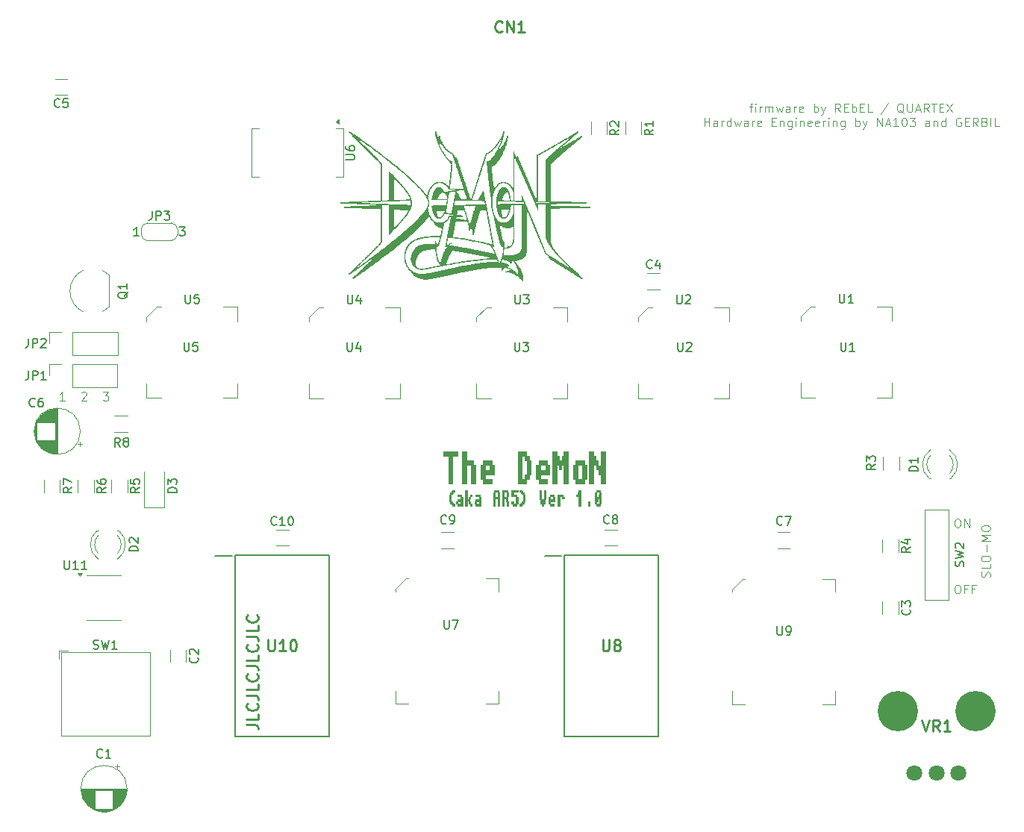
<source format=gbr>
%TF.GenerationSoftware,KiCad,Pcbnew,9.0.0*%
%TF.CreationDate,2025-03-08T11:07:18+01:00*%
%TF.ProjectId,DeMoN-Flash-J,44654d6f-4e2d-4466-9c61-73682d4a2e6b,rev?*%
%TF.SameCoordinates,Original*%
%TF.FileFunction,Legend,Top*%
%TF.FilePolarity,Positive*%
%FSLAX45Y45*%
G04 Gerber Fmt 4.5, Leading zero omitted, Abs format (unit mm)*
G04 Created by KiCad (PCBNEW 9.0.0) date 2025-03-08 11:07:18*
%MOMM*%
%LPD*%
G01*
G04 APERTURE LIST*
%ADD10C,0.250000*%
%ADD11C,0.150000*%
%ADD12C,0.100000*%
%ADD13C,0.300000*%
%ADD14C,0.254000*%
%ADD15C,0.120000*%
%ADD16C,0.200000*%
%ADD17C,0.000000*%
%ADD18C,1.800000*%
%ADD19C,4.575000*%
G04 APERTURE END LIST*
D10*
X11018630Y-12094677D02*
X11111488Y-12094677D01*
X11111488Y-12094677D02*
X11130059Y-12100868D01*
X11130059Y-12100868D02*
X11142440Y-12113249D01*
X11142440Y-12113249D02*
X11148630Y-12131820D01*
X11148630Y-12131820D02*
X11148630Y-12144201D01*
X11148630Y-11970868D02*
X11148630Y-12032773D01*
X11148630Y-12032773D02*
X11018630Y-12032773D01*
X11136250Y-11853249D02*
X11142440Y-11859439D01*
X11142440Y-11859439D02*
X11148630Y-11878011D01*
X11148630Y-11878011D02*
X11148630Y-11890392D01*
X11148630Y-11890392D02*
X11142440Y-11908963D01*
X11142440Y-11908963D02*
X11130059Y-11921344D01*
X11130059Y-11921344D02*
X11117678Y-11927535D01*
X11117678Y-11927535D02*
X11092916Y-11933725D01*
X11092916Y-11933725D02*
X11074345Y-11933725D01*
X11074345Y-11933725D02*
X11049583Y-11927535D01*
X11049583Y-11927535D02*
X11037202Y-11921344D01*
X11037202Y-11921344D02*
X11024821Y-11908963D01*
X11024821Y-11908963D02*
X11018630Y-11890392D01*
X11018630Y-11890392D02*
X11018630Y-11878011D01*
X11018630Y-11878011D02*
X11024821Y-11859439D01*
X11024821Y-11859439D02*
X11031011Y-11853249D01*
X11018630Y-11760392D02*
X11111488Y-11760392D01*
X11111488Y-11760392D02*
X11130059Y-11766582D01*
X11130059Y-11766582D02*
X11142440Y-11778963D01*
X11142440Y-11778963D02*
X11148630Y-11797535D01*
X11148630Y-11797535D02*
X11148630Y-11809915D01*
X11148630Y-11636582D02*
X11148630Y-11698487D01*
X11148630Y-11698487D02*
X11018630Y-11698487D01*
X11136250Y-11518963D02*
X11142440Y-11525154D01*
X11142440Y-11525154D02*
X11148630Y-11543725D01*
X11148630Y-11543725D02*
X11148630Y-11556106D01*
X11148630Y-11556106D02*
X11142440Y-11574677D01*
X11142440Y-11574677D02*
X11130059Y-11587058D01*
X11130059Y-11587058D02*
X11117678Y-11593249D01*
X11117678Y-11593249D02*
X11092916Y-11599439D01*
X11092916Y-11599439D02*
X11074345Y-11599439D01*
X11074345Y-11599439D02*
X11049583Y-11593249D01*
X11049583Y-11593249D02*
X11037202Y-11587058D01*
X11037202Y-11587058D02*
X11024821Y-11574677D01*
X11024821Y-11574677D02*
X11018630Y-11556106D01*
X11018630Y-11556106D02*
X11018630Y-11543725D01*
X11018630Y-11543725D02*
X11024821Y-11525154D01*
X11024821Y-11525154D02*
X11031011Y-11518963D01*
X11018630Y-11426106D02*
X11111488Y-11426106D01*
X11111488Y-11426106D02*
X11130059Y-11432296D01*
X11130059Y-11432296D02*
X11142440Y-11444677D01*
X11142440Y-11444677D02*
X11148630Y-11463249D01*
X11148630Y-11463249D02*
X11148630Y-11475630D01*
X11148630Y-11302296D02*
X11148630Y-11364201D01*
X11148630Y-11364201D02*
X11018630Y-11364201D01*
X11136250Y-11184678D02*
X11142440Y-11190868D01*
X11142440Y-11190868D02*
X11148630Y-11209439D01*
X11148630Y-11209439D02*
X11148630Y-11221820D01*
X11148630Y-11221820D02*
X11142440Y-11240392D01*
X11142440Y-11240392D02*
X11130059Y-11252773D01*
X11130059Y-11252773D02*
X11117678Y-11258963D01*
X11117678Y-11258963D02*
X11092916Y-11265154D01*
X11092916Y-11265154D02*
X11074345Y-11265154D01*
X11074345Y-11265154D02*
X11049583Y-11258963D01*
X11049583Y-11258963D02*
X11037202Y-11252773D01*
X11037202Y-11252773D02*
X11024821Y-11240392D01*
X11024821Y-11240392D02*
X11018630Y-11221820D01*
X11018630Y-11221820D02*
X11018630Y-11209439D01*
X11018630Y-11209439D02*
X11024821Y-11190868D01*
X11024821Y-11190868D02*
X11031011Y-11184678D01*
X11018630Y-11091820D02*
X11111488Y-11091820D01*
X11111488Y-11091820D02*
X11130059Y-11098011D01*
X11130059Y-11098011D02*
X11142440Y-11110392D01*
X11142440Y-11110392D02*
X11148630Y-11128963D01*
X11148630Y-11128963D02*
X11148630Y-11141344D01*
X11148630Y-10968011D02*
X11148630Y-11029916D01*
X11148630Y-11029916D02*
X11018630Y-11029916D01*
X11136250Y-10850392D02*
X11142440Y-10856582D01*
X11142440Y-10856582D02*
X11148630Y-10875154D01*
X11148630Y-10875154D02*
X11148630Y-10887535D01*
X11148630Y-10887535D02*
X11142440Y-10906106D01*
X11142440Y-10906106D02*
X11130059Y-10918487D01*
X11130059Y-10918487D02*
X11117678Y-10924678D01*
X11117678Y-10924678D02*
X11092916Y-10930868D01*
X11092916Y-10930868D02*
X11074345Y-10930868D01*
X11074345Y-10930868D02*
X11049583Y-10924678D01*
X11049583Y-10924678D02*
X11037202Y-10918487D01*
X11037202Y-10918487D02*
X11024821Y-10906106D01*
X11024821Y-10906106D02*
X11018630Y-10887535D01*
X11018630Y-10887535D02*
X11018630Y-10875154D01*
X11018630Y-10875154D02*
X11024821Y-10856582D01*
X11024821Y-10856582D02*
X11031011Y-10850392D01*
D11*
X13259518Y-10906202D02*
X13259518Y-10987154D01*
X13259518Y-10987154D02*
X13264280Y-10996678D01*
X13264280Y-10996678D02*
X13269042Y-11001440D01*
X13269042Y-11001440D02*
X13278565Y-11006202D01*
X13278565Y-11006202D02*
X13297613Y-11006202D01*
X13297613Y-11006202D02*
X13307137Y-11001440D01*
X13307137Y-11001440D02*
X13311899Y-10996678D01*
X13311899Y-10996678D02*
X13316661Y-10987154D01*
X13316661Y-10987154D02*
X13316661Y-10906202D01*
X13354756Y-10906202D02*
X13421423Y-10906202D01*
X13421423Y-10906202D02*
X13378565Y-11006202D01*
X17038518Y-10978202D02*
X17038518Y-11059154D01*
X17038518Y-11059154D02*
X17043280Y-11068678D01*
X17043280Y-11068678D02*
X17048042Y-11073440D01*
X17048042Y-11073440D02*
X17057566Y-11078202D01*
X17057566Y-11078202D02*
X17076613Y-11078202D01*
X17076613Y-11078202D02*
X17086137Y-11073440D01*
X17086137Y-11073440D02*
X17090899Y-11068678D01*
X17090899Y-11068678D02*
X17095661Y-11059154D01*
X17095661Y-11059154D02*
X17095661Y-10978202D01*
X17148042Y-11078202D02*
X17167089Y-11078202D01*
X17167089Y-11078202D02*
X17176613Y-11073440D01*
X17176613Y-11073440D02*
X17181375Y-11068678D01*
X17181375Y-11068678D02*
X17190899Y-11054392D01*
X17190899Y-11054392D02*
X17195661Y-11035345D01*
X17195661Y-11035345D02*
X17195661Y-10997250D01*
X17195661Y-10997250D02*
X17190899Y-10987726D01*
X17190899Y-10987726D02*
X17186137Y-10982964D01*
X17186137Y-10982964D02*
X17176613Y-10978202D01*
X17176613Y-10978202D02*
X17157566Y-10978202D01*
X17157566Y-10978202D02*
X17148042Y-10982964D01*
X17148042Y-10982964D02*
X17143280Y-10987726D01*
X17143280Y-10987726D02*
X17138518Y-10997250D01*
X17138518Y-10997250D02*
X17138518Y-11021059D01*
X17138518Y-11021059D02*
X17143280Y-11030583D01*
X17143280Y-11030583D02*
X17148042Y-11035345D01*
X17148042Y-11035345D02*
X17157566Y-11040107D01*
X17157566Y-11040107D02*
X17176613Y-11040107D01*
X17176613Y-11040107D02*
X17186137Y-11035345D01*
X17186137Y-11035345D02*
X17190899Y-11030583D01*
X17190899Y-11030583D02*
X17195661Y-11021059D01*
X10309518Y-7756202D02*
X10309518Y-7837154D01*
X10309518Y-7837154D02*
X10314280Y-7846678D01*
X10314280Y-7846678D02*
X10319042Y-7851440D01*
X10319042Y-7851440D02*
X10328566Y-7856202D01*
X10328566Y-7856202D02*
X10347613Y-7856202D01*
X10347613Y-7856202D02*
X10357137Y-7851440D01*
X10357137Y-7851440D02*
X10361899Y-7846678D01*
X10361899Y-7846678D02*
X10366661Y-7837154D01*
X10366661Y-7837154D02*
X10366661Y-7756202D01*
X10461899Y-7756202D02*
X10414280Y-7756202D01*
X10414280Y-7756202D02*
X10409518Y-7803821D01*
X10409518Y-7803821D02*
X10414280Y-7799059D01*
X10414280Y-7799059D02*
X10423804Y-7794297D01*
X10423804Y-7794297D02*
X10447613Y-7794297D01*
X10447613Y-7794297D02*
X10457137Y-7799059D01*
X10457137Y-7799059D02*
X10461899Y-7803821D01*
X10461899Y-7803821D02*
X10466661Y-7813345D01*
X10466661Y-7813345D02*
X10466661Y-7837154D01*
X10466661Y-7837154D02*
X10461899Y-7846678D01*
X10461899Y-7846678D02*
X10457137Y-7851440D01*
X10457137Y-7851440D02*
X10447613Y-7856202D01*
X10447613Y-7856202D02*
X10423804Y-7856202D01*
X10423804Y-7856202D02*
X10414280Y-7851440D01*
X10414280Y-7851440D02*
X10409518Y-7846678D01*
D12*
X8955609Y-8417462D02*
X8898467Y-8417462D01*
X8927038Y-8417462D02*
X8927038Y-8317462D01*
X8927038Y-8317462D02*
X8917514Y-8331748D01*
X8917514Y-8331748D02*
X8907990Y-8341271D01*
X8907990Y-8341271D02*
X8898467Y-8346033D01*
X9146086Y-8326986D02*
X9150848Y-8322224D01*
X9150848Y-8322224D02*
X9160371Y-8317462D01*
X9160371Y-8317462D02*
X9184181Y-8317462D01*
X9184181Y-8317462D02*
X9193705Y-8322224D01*
X9193705Y-8322224D02*
X9198467Y-8326986D01*
X9198467Y-8326986D02*
X9203228Y-8336509D01*
X9203228Y-8336509D02*
X9203228Y-8346033D01*
X9203228Y-8346033D02*
X9198467Y-8360319D01*
X9198467Y-8360319D02*
X9141324Y-8417462D01*
X9141324Y-8417462D02*
X9203228Y-8417462D01*
X9388943Y-8317462D02*
X9450848Y-8317462D01*
X9450848Y-8317462D02*
X9417514Y-8355557D01*
X9417514Y-8355557D02*
X9431800Y-8355557D01*
X9431800Y-8355557D02*
X9441324Y-8360319D01*
X9441324Y-8360319D02*
X9446086Y-8365081D01*
X9446086Y-8365081D02*
X9450848Y-8374605D01*
X9450848Y-8374605D02*
X9450848Y-8398414D01*
X9450848Y-8398414D02*
X9446086Y-8407938D01*
X9446086Y-8407938D02*
X9441324Y-8412700D01*
X9441324Y-8412700D02*
X9431800Y-8417462D01*
X9431800Y-8417462D02*
X9403229Y-8417462D01*
X9403229Y-8417462D02*
X9393705Y-8412700D01*
X9393705Y-8412700D02*
X9388943Y-8407938D01*
X19075276Y-10506462D02*
X19094324Y-10506462D01*
X19094324Y-10506462D02*
X19103847Y-10511224D01*
X19103847Y-10511224D02*
X19113371Y-10520748D01*
X19113371Y-10520748D02*
X19118133Y-10539795D01*
X19118133Y-10539795D02*
X19118133Y-10573129D01*
X19118133Y-10573129D02*
X19113371Y-10592176D01*
X19113371Y-10592176D02*
X19103847Y-10601700D01*
X19103847Y-10601700D02*
X19094324Y-10606462D01*
X19094324Y-10606462D02*
X19075276Y-10606462D01*
X19075276Y-10606462D02*
X19065752Y-10601700D01*
X19065752Y-10601700D02*
X19056228Y-10592176D01*
X19056228Y-10592176D02*
X19051467Y-10573129D01*
X19051467Y-10573129D02*
X19051467Y-10539795D01*
X19051467Y-10539795D02*
X19056228Y-10520748D01*
X19056228Y-10520748D02*
X19065752Y-10511224D01*
X19065752Y-10511224D02*
X19075276Y-10506462D01*
X19194324Y-10554081D02*
X19160990Y-10554081D01*
X19160990Y-10606462D02*
X19160990Y-10506462D01*
X19160990Y-10506462D02*
X19208609Y-10506462D01*
X19280038Y-10554081D02*
X19246705Y-10554081D01*
X19246705Y-10606462D02*
X19246705Y-10506462D01*
X19246705Y-10506462D02*
X19294324Y-10506462D01*
D11*
X17759518Y-7756202D02*
X17759518Y-7837154D01*
X17759518Y-7837154D02*
X17764280Y-7846678D01*
X17764280Y-7846678D02*
X17769042Y-7851440D01*
X17769042Y-7851440D02*
X17778566Y-7856202D01*
X17778566Y-7856202D02*
X17797613Y-7856202D01*
X17797613Y-7856202D02*
X17807137Y-7851440D01*
X17807137Y-7851440D02*
X17811899Y-7846678D01*
X17811899Y-7846678D02*
X17816661Y-7837154D01*
X17816661Y-7837154D02*
X17816661Y-7756202D01*
X17916661Y-7856202D02*
X17859518Y-7856202D01*
X17888089Y-7856202D02*
X17888089Y-7756202D01*
X17888089Y-7756202D02*
X17878566Y-7770488D01*
X17878566Y-7770488D02*
X17869042Y-7780011D01*
X17869042Y-7780011D02*
X17859518Y-7784773D01*
D13*
G36*
X13305561Y-9053248D02*
G01*
X13253977Y-9053248D01*
X13253977Y-8996168D01*
X13418108Y-8996168D01*
X13418108Y-9053248D01*
X13362787Y-9053248D01*
X13362787Y-9366636D01*
X13305561Y-9366636D01*
X13305561Y-9053248D01*
G37*
G36*
X13521056Y-9366636D02*
G01*
X13463830Y-9366636D01*
X13463830Y-8996168D01*
X13521056Y-8996168D01*
X13521056Y-9099337D01*
X13597993Y-9099337D01*
X13597993Y-9150921D01*
X13624224Y-9150921D01*
X13624224Y-9366636D01*
X13566998Y-9366636D01*
X13566998Y-9156416D01*
X13521056Y-9156416D01*
X13521056Y-9366636D01*
G37*
G36*
X13809678Y-9150921D02*
G01*
X13834078Y-9150921D01*
X13834078Y-9263468D01*
X13730910Y-9263468D01*
X13730910Y-9309556D01*
X13809678Y-9309556D01*
X13809678Y-9366636D01*
X13701820Y-9366636D01*
X13701820Y-9314246D01*
X13673684Y-9314246D01*
X13673684Y-9206388D01*
X13730910Y-9206388D01*
X13776852Y-9206388D01*
X13776852Y-9156416D01*
X13730910Y-9156416D01*
X13730910Y-9206388D01*
X13673684Y-9206388D01*
X13673684Y-9150921D01*
X13701820Y-9150921D01*
X13701820Y-9099337D01*
X13809678Y-9099337D01*
X13809678Y-9150921D01*
G37*
G36*
X14201248Y-9047752D02*
G01*
X14229385Y-9047752D01*
X14229385Y-9099337D01*
X14253785Y-9099337D01*
X14253785Y-9263468D01*
X14229385Y-9263468D01*
X14229385Y-9314246D01*
X14201248Y-9314246D01*
X14201248Y-9366636D01*
X14093390Y-9366636D01*
X14093390Y-9309556D01*
X14150617Y-9309556D01*
X14172159Y-9309556D01*
X14172159Y-9258778D01*
X14196559Y-9258778D01*
X14196559Y-9104026D01*
X14172159Y-9104026D01*
X14172159Y-9053248D01*
X14150617Y-9053248D01*
X14150617Y-9309556D01*
X14093390Y-9309556D01*
X14093390Y-8996168D01*
X14201248Y-8996168D01*
X14201248Y-9047752D01*
G37*
G36*
X14439238Y-9150921D02*
G01*
X14463638Y-9150921D01*
X14463638Y-9263468D01*
X14360470Y-9263468D01*
X14360470Y-9309556D01*
X14439238Y-9309556D01*
X14439238Y-9366636D01*
X14331381Y-9366636D01*
X14331381Y-9314246D01*
X14303244Y-9314246D01*
X14303244Y-9206388D01*
X14360470Y-9206388D01*
X14406412Y-9206388D01*
X14406412Y-9156416D01*
X14360470Y-9156416D01*
X14360470Y-9206388D01*
X14303244Y-9206388D01*
X14303244Y-9150921D01*
X14331381Y-9150921D01*
X14331381Y-9099337D01*
X14439238Y-9099337D01*
X14439238Y-9150921D01*
G37*
G36*
X14564681Y-9155610D02*
G01*
X14542187Y-9155610D01*
X14542187Y-9366636D01*
X14484961Y-9366636D01*
X14484961Y-8996168D01*
X14542187Y-8996168D01*
X14542187Y-9047752D01*
X14569371Y-9047752D01*
X14569371Y-9099337D01*
X14592818Y-9099337D01*
X14592818Y-9047752D01*
X14616266Y-9047752D01*
X14616266Y-8996168D01*
X14673492Y-8996168D01*
X14673492Y-9366636D01*
X14616266Y-9366636D01*
X14616266Y-9155610D01*
X14597508Y-9155610D01*
X14597508Y-9207194D01*
X14564681Y-9207194D01*
X14564681Y-9155610D01*
G37*
G36*
X14858945Y-9150921D02*
G01*
X14883345Y-9150921D01*
X14883345Y-9314246D01*
X14858945Y-9314246D01*
X14858945Y-9366636D01*
X14751088Y-9366636D01*
X14751088Y-9314246D01*
X14722951Y-9314246D01*
X14722951Y-9309556D01*
X14780177Y-9309556D01*
X14826119Y-9309556D01*
X14826119Y-9156416D01*
X14780177Y-9156416D01*
X14780177Y-9309556D01*
X14722951Y-9309556D01*
X14722951Y-9150921D01*
X14751088Y-9150921D01*
X14751088Y-9099337D01*
X14858945Y-9099337D01*
X14858945Y-9150921D01*
G37*
G36*
X15009741Y-9207194D02*
G01*
X14983436Y-9207194D01*
X14983436Y-9155610D01*
X14961894Y-9155610D01*
X14961894Y-9366636D01*
X14904668Y-9366636D01*
X14904668Y-8996168D01*
X14961894Y-8996168D01*
X14961894Y-9047752D01*
X14988125Y-9047752D01*
X14988125Y-9099337D01*
X15014430Y-9099337D01*
X15014430Y-9155610D01*
X15035972Y-9155610D01*
X15035972Y-8996168D01*
X15093199Y-8996168D01*
X15093199Y-9366636D01*
X15035972Y-9366636D01*
X15035972Y-9263468D01*
X15009741Y-9263468D01*
X15009741Y-9207194D01*
G37*
G36*
X13341969Y-9591733D02*
G01*
X13329292Y-9591733D01*
X13329292Y-9566344D01*
X13315700Y-9566344D01*
X13315700Y-9484278D01*
X13329292Y-9484278D01*
X13329292Y-9458486D01*
X13341969Y-9458486D01*
X13341969Y-9444418D01*
X13355561Y-9444418D01*
X13355561Y-9432694D01*
X13383698Y-9432694D01*
X13383698Y-9461234D01*
X13370802Y-9461234D01*
X13370802Y-9473727D01*
X13357905Y-9473727D01*
X13357905Y-9486623D01*
X13344313Y-9486623D01*
X13344313Y-9563999D01*
X13357905Y-9563999D01*
X13357905Y-9576675D01*
X13370802Y-9576675D01*
X13370802Y-9589388D01*
X13383698Y-9589388D01*
X13383698Y-9617928D01*
X13355561Y-9617928D01*
X13355561Y-9606204D01*
X13341969Y-9606204D01*
X13341969Y-9591733D01*
G37*
G36*
X13462832Y-9510473D02*
G01*
X13475032Y-9510473D01*
X13475032Y-9617928D01*
X13408903Y-9617928D01*
X13408903Y-9591733D01*
X13394835Y-9591733D01*
X13394835Y-9589388D01*
X13423448Y-9589388D01*
X13446419Y-9589388D01*
X13446419Y-9565941D01*
X13423448Y-9565941D01*
X13423448Y-9589388D01*
X13394835Y-9589388D01*
X13394835Y-9563596D01*
X13408903Y-9563596D01*
X13408903Y-9537804D01*
X13446419Y-9537804D01*
X13446419Y-9512818D01*
X13408903Y-9512818D01*
X13408903Y-9484278D01*
X13462832Y-9484278D01*
X13462832Y-9510473D01*
G37*
G36*
X13539146Y-9510070D02*
G01*
X13551346Y-9510070D01*
X13551346Y-9484278D01*
X13579959Y-9484278D01*
X13579959Y-9512818D01*
X13567759Y-9512818D01*
X13567759Y-9540149D01*
X13553691Y-9540149D01*
X13553691Y-9562827D01*
X13567759Y-9562827D01*
X13567759Y-9589388D01*
X13579959Y-9589388D01*
X13579959Y-9617928D01*
X13551346Y-9617928D01*
X13551346Y-9591733D01*
X13539146Y-9591733D01*
X13539146Y-9565172D01*
X13528375Y-9565172D01*
X13528375Y-9617928D01*
X13499762Y-9617928D01*
X13499762Y-9432694D01*
X13528375Y-9432694D01*
X13528375Y-9537804D01*
X13539146Y-9537804D01*
X13539146Y-9510070D01*
G37*
G36*
X13672686Y-9510473D02*
G01*
X13684886Y-9510473D01*
X13684886Y-9617928D01*
X13618757Y-9617928D01*
X13618757Y-9591733D01*
X13604688Y-9591733D01*
X13604688Y-9589388D01*
X13633302Y-9589388D01*
X13656273Y-9589388D01*
X13656273Y-9565941D01*
X13633302Y-9565941D01*
X13633302Y-9589388D01*
X13604688Y-9589388D01*
X13604688Y-9563596D01*
X13618757Y-9563596D01*
X13618757Y-9537804D01*
X13656273Y-9537804D01*
X13656273Y-9512818D01*
X13618757Y-9512818D01*
X13618757Y-9484278D01*
X13672686Y-9484278D01*
X13672686Y-9510473D01*
G37*
G36*
X13882539Y-9458486D02*
G01*
X13894739Y-9458486D01*
X13894739Y-9617928D01*
X13866126Y-9617928D01*
X13866126Y-9538610D01*
X13843155Y-9538610D01*
X13843155Y-9617928D01*
X13814542Y-9617928D01*
X13814542Y-9510070D01*
X13843155Y-9510070D01*
X13866126Y-9510070D01*
X13866126Y-9461234D01*
X13843155Y-9461234D01*
X13843155Y-9510070D01*
X13814542Y-9510070D01*
X13814542Y-9458486D01*
X13828610Y-9458486D01*
X13828610Y-9432694D01*
X13882539Y-9432694D01*
X13882539Y-9458486D01*
G37*
G36*
X13987466Y-9458486D02*
G01*
X13999666Y-9458486D01*
X13999666Y-9512415D01*
X13987466Y-9512415D01*
X13987466Y-9563999D01*
X13999666Y-9563999D01*
X13999666Y-9617928D01*
X13971053Y-9617928D01*
X13971053Y-9566344D01*
X13958853Y-9566344D01*
X13958853Y-9538610D01*
X13948082Y-9538610D01*
X13948082Y-9617928D01*
X13919469Y-9617928D01*
X13919469Y-9510070D01*
X13948082Y-9510070D01*
X13971053Y-9510070D01*
X13971053Y-9461234D01*
X13948082Y-9461234D01*
X13948082Y-9510070D01*
X13919469Y-9510070D01*
X13919469Y-9432694D01*
X13987466Y-9432694D01*
X13987466Y-9458486D01*
G37*
G36*
X14024395Y-9563596D02*
G01*
X14053008Y-9563596D01*
X14053008Y-9589388D01*
X14075979Y-9589388D01*
X14075979Y-9512818D01*
X14024395Y-9512818D01*
X14024395Y-9432694D01*
X14104593Y-9432694D01*
X14104593Y-9461234D01*
X14053008Y-9461234D01*
X14053008Y-9484278D01*
X14092393Y-9484278D01*
X14092393Y-9509667D01*
X14104593Y-9509667D01*
X14104593Y-9591733D01*
X14092393Y-9591733D01*
X14092393Y-9617928D01*
X14038464Y-9617928D01*
X14038464Y-9591733D01*
X14024395Y-9591733D01*
X14024395Y-9563596D01*
G37*
G36*
X14115254Y-9589388D02*
G01*
X14128370Y-9589388D01*
X14128370Y-9576675D01*
X14141522Y-9576675D01*
X14141522Y-9563999D01*
X14154638Y-9563999D01*
X14154638Y-9486623D01*
X14141522Y-9486623D01*
X14141522Y-9473727D01*
X14128370Y-9473727D01*
X14128370Y-9461234D01*
X14115254Y-9461234D01*
X14115254Y-9432694D01*
X14143867Y-9432694D01*
X14143867Y-9444418D01*
X14156983Y-9444418D01*
X14156983Y-9458486D01*
X14169659Y-9458486D01*
X14169659Y-9484278D01*
X14183251Y-9484278D01*
X14183251Y-9566344D01*
X14169659Y-9566344D01*
X14169659Y-9591733D01*
X14156983Y-9591733D01*
X14156983Y-9606204D01*
X14143867Y-9606204D01*
X14143867Y-9617928D01*
X14115254Y-9617928D01*
X14115254Y-9589388D01*
G37*
G36*
X14339176Y-9432694D02*
G01*
X14367789Y-9432694D01*
X14367789Y-9535862D01*
X14391236Y-9535862D01*
X14391236Y-9432694D01*
X14419373Y-9432694D01*
X14419373Y-9540552D01*
X14407173Y-9540552D01*
X14407173Y-9591367D01*
X14393581Y-9591367D01*
X14393581Y-9617928D01*
X14365444Y-9617928D01*
X14365444Y-9591367D01*
X14353244Y-9591367D01*
X14353244Y-9540552D01*
X14339176Y-9540552D01*
X14339176Y-9432694D01*
G37*
G36*
X14512099Y-9510070D02*
G01*
X14524299Y-9510070D01*
X14524299Y-9566344D01*
X14472715Y-9566344D01*
X14472715Y-9589388D01*
X14512099Y-9589388D01*
X14512099Y-9617928D01*
X14458171Y-9617928D01*
X14458171Y-9591733D01*
X14444102Y-9591733D01*
X14444102Y-9537804D01*
X14472715Y-9537804D01*
X14495686Y-9537804D01*
X14495686Y-9512818D01*
X14472715Y-9512818D01*
X14472715Y-9537804D01*
X14444102Y-9537804D01*
X14444102Y-9510070D01*
X14458171Y-9510070D01*
X14458171Y-9484278D01*
X14512099Y-9484278D01*
X14512099Y-9510070D01*
G37*
G36*
X14577642Y-9617928D02*
G01*
X14549029Y-9617928D01*
X14549029Y-9484278D01*
X14616110Y-9484278D01*
X14616110Y-9510070D01*
X14629226Y-9510070D01*
X14629226Y-9538610D01*
X14600613Y-9538610D01*
X14600613Y-9512818D01*
X14577642Y-9512818D01*
X14577642Y-9617928D01*
G37*
G36*
X14758882Y-9484278D02*
G01*
X14771778Y-9484278D01*
X14771778Y-9458486D01*
X14784675Y-9458486D01*
X14784675Y-9432694D01*
X14813288Y-9432694D01*
X14813288Y-9617928D01*
X14784675Y-9617928D01*
X14784675Y-9512818D01*
X14758882Y-9512818D01*
X14758882Y-9484278D01*
G37*
G36*
X14758882Y-9484278D02*
G01*
X14771778Y-9484278D01*
X14771778Y-9458486D01*
X14784675Y-9458486D01*
X14784675Y-9432694D01*
X14813288Y-9432694D01*
X14813288Y-9617928D01*
X14784675Y-9617928D01*
X14784675Y-9512818D01*
X14758882Y-9512818D01*
X14758882Y-9484278D01*
G37*
G36*
X14889601Y-9563999D02*
G01*
X14918214Y-9563999D01*
X14918214Y-9617928D01*
X14889601Y-9617928D01*
X14889601Y-9563999D01*
G37*
G36*
X15036733Y-9458486D02*
G01*
X15048933Y-9458486D01*
X15048933Y-9591733D01*
X15036733Y-9591733D01*
X15036733Y-9617928D01*
X14982804Y-9617928D01*
X14982804Y-9591733D01*
X14968736Y-9591733D01*
X14968736Y-9566344D01*
X14997349Y-9566344D01*
X14997349Y-9589388D01*
X15020320Y-9589388D01*
X15020320Y-9538207D01*
X15010025Y-9538207D01*
X15010025Y-9566344D01*
X14997349Y-9566344D01*
X14968736Y-9566344D01*
X14968736Y-9512415D01*
X14997349Y-9512415D01*
X15007680Y-9512415D01*
X15007680Y-9484278D01*
X15020320Y-9484278D01*
X15020320Y-9461234D01*
X14997349Y-9461234D01*
X14997349Y-9512415D01*
X14968736Y-9512415D01*
X14968736Y-9458486D01*
X14982804Y-9458486D01*
X14982804Y-9432694D01*
X15036733Y-9432694D01*
X15036733Y-9458486D01*
G37*
D12*
X16721078Y-5078801D02*
X16759173Y-5078801D01*
X16735364Y-5145468D02*
X16735364Y-5059753D01*
X16735364Y-5059753D02*
X16740126Y-5050229D01*
X16740126Y-5050229D02*
X16749649Y-5045468D01*
X16749649Y-5045468D02*
X16759173Y-5045468D01*
X16792507Y-5145468D02*
X16792507Y-5078801D01*
X16792507Y-5045468D02*
X16787745Y-5050229D01*
X16787745Y-5050229D02*
X16792507Y-5054991D01*
X16792507Y-5054991D02*
X16797269Y-5050229D01*
X16797269Y-5050229D02*
X16792507Y-5045468D01*
X16792507Y-5045468D02*
X16792507Y-5054991D01*
X16840126Y-5145468D02*
X16840126Y-5078801D01*
X16840126Y-5097848D02*
X16844888Y-5088325D01*
X16844888Y-5088325D02*
X16849649Y-5083563D01*
X16849649Y-5083563D02*
X16859173Y-5078801D01*
X16859173Y-5078801D02*
X16868697Y-5078801D01*
X16902030Y-5145468D02*
X16902030Y-5078801D01*
X16902030Y-5088325D02*
X16906792Y-5083563D01*
X16906792Y-5083563D02*
X16916316Y-5078801D01*
X16916316Y-5078801D02*
X16930602Y-5078801D01*
X16930602Y-5078801D02*
X16940126Y-5083563D01*
X16940126Y-5083563D02*
X16944888Y-5093087D01*
X16944888Y-5093087D02*
X16944888Y-5145468D01*
X16944888Y-5093087D02*
X16949649Y-5083563D01*
X16949649Y-5083563D02*
X16959173Y-5078801D01*
X16959173Y-5078801D02*
X16973459Y-5078801D01*
X16973459Y-5078801D02*
X16982983Y-5083563D01*
X16982983Y-5083563D02*
X16987745Y-5093087D01*
X16987745Y-5093087D02*
X16987745Y-5145468D01*
X17025840Y-5078801D02*
X17044888Y-5145468D01*
X17044888Y-5145468D02*
X17063935Y-5097848D01*
X17063935Y-5097848D02*
X17082983Y-5145468D01*
X17082983Y-5145468D02*
X17102030Y-5078801D01*
X17182983Y-5145468D02*
X17182983Y-5093087D01*
X17182983Y-5093087D02*
X17178221Y-5083563D01*
X17178221Y-5083563D02*
X17168697Y-5078801D01*
X17168697Y-5078801D02*
X17149649Y-5078801D01*
X17149649Y-5078801D02*
X17140126Y-5083563D01*
X17182983Y-5140706D02*
X17173459Y-5145468D01*
X17173459Y-5145468D02*
X17149649Y-5145468D01*
X17149649Y-5145468D02*
X17140126Y-5140706D01*
X17140126Y-5140706D02*
X17135364Y-5131182D01*
X17135364Y-5131182D02*
X17135364Y-5121658D01*
X17135364Y-5121658D02*
X17140126Y-5112134D01*
X17140126Y-5112134D02*
X17149649Y-5107372D01*
X17149649Y-5107372D02*
X17173459Y-5107372D01*
X17173459Y-5107372D02*
X17182983Y-5102610D01*
X17230602Y-5145468D02*
X17230602Y-5078801D01*
X17230602Y-5097848D02*
X17235364Y-5088325D01*
X17235364Y-5088325D02*
X17240126Y-5083563D01*
X17240126Y-5083563D02*
X17249649Y-5078801D01*
X17249649Y-5078801D02*
X17259173Y-5078801D01*
X17330602Y-5140706D02*
X17321078Y-5145468D01*
X17321078Y-5145468D02*
X17302030Y-5145468D01*
X17302030Y-5145468D02*
X17292507Y-5140706D01*
X17292507Y-5140706D02*
X17287745Y-5131182D01*
X17287745Y-5131182D02*
X17287745Y-5093087D01*
X17287745Y-5093087D02*
X17292507Y-5083563D01*
X17292507Y-5083563D02*
X17302030Y-5078801D01*
X17302030Y-5078801D02*
X17321078Y-5078801D01*
X17321078Y-5078801D02*
X17330602Y-5083563D01*
X17330602Y-5083563D02*
X17335364Y-5093087D01*
X17335364Y-5093087D02*
X17335364Y-5102610D01*
X17335364Y-5102610D02*
X17287745Y-5112134D01*
X17454411Y-5145468D02*
X17454411Y-5045468D01*
X17454411Y-5083563D02*
X17463935Y-5078801D01*
X17463935Y-5078801D02*
X17482983Y-5078801D01*
X17482983Y-5078801D02*
X17492507Y-5083563D01*
X17492507Y-5083563D02*
X17497269Y-5088325D01*
X17497269Y-5088325D02*
X17502030Y-5097848D01*
X17502030Y-5097848D02*
X17502030Y-5126420D01*
X17502030Y-5126420D02*
X17497269Y-5135944D01*
X17497269Y-5135944D02*
X17492507Y-5140706D01*
X17492507Y-5140706D02*
X17482983Y-5145468D01*
X17482983Y-5145468D02*
X17463935Y-5145468D01*
X17463935Y-5145468D02*
X17454411Y-5140706D01*
X17535364Y-5078801D02*
X17559173Y-5145468D01*
X17582983Y-5078801D02*
X17559173Y-5145468D01*
X17559173Y-5145468D02*
X17549650Y-5169277D01*
X17549650Y-5169277D02*
X17544888Y-5174039D01*
X17544888Y-5174039D02*
X17535364Y-5178801D01*
X17754411Y-5145468D02*
X17721078Y-5097848D01*
X17697269Y-5145468D02*
X17697269Y-5045468D01*
X17697269Y-5045468D02*
X17735364Y-5045468D01*
X17735364Y-5045468D02*
X17744888Y-5050229D01*
X17744888Y-5050229D02*
X17749650Y-5054991D01*
X17749650Y-5054991D02*
X17754411Y-5064515D01*
X17754411Y-5064515D02*
X17754411Y-5078801D01*
X17754411Y-5078801D02*
X17749650Y-5088325D01*
X17749650Y-5088325D02*
X17744888Y-5093087D01*
X17744888Y-5093087D02*
X17735364Y-5097848D01*
X17735364Y-5097848D02*
X17697269Y-5097848D01*
X17797269Y-5093087D02*
X17830602Y-5093087D01*
X17844888Y-5145468D02*
X17797269Y-5145468D01*
X17797269Y-5145468D02*
X17797269Y-5045468D01*
X17797269Y-5045468D02*
X17844888Y-5045468D01*
X17887745Y-5145468D02*
X17887745Y-5045468D01*
X17887745Y-5083563D02*
X17897269Y-5078801D01*
X17897269Y-5078801D02*
X17916316Y-5078801D01*
X17916316Y-5078801D02*
X17925840Y-5083563D01*
X17925840Y-5083563D02*
X17930602Y-5088325D01*
X17930602Y-5088325D02*
X17935364Y-5097848D01*
X17935364Y-5097848D02*
X17935364Y-5126420D01*
X17935364Y-5126420D02*
X17930602Y-5135944D01*
X17930602Y-5135944D02*
X17925840Y-5140706D01*
X17925840Y-5140706D02*
X17916316Y-5145468D01*
X17916316Y-5145468D02*
X17897269Y-5145468D01*
X17897269Y-5145468D02*
X17887745Y-5140706D01*
X17978221Y-5093087D02*
X18011554Y-5093087D01*
X18025840Y-5145468D02*
X17978221Y-5145468D01*
X17978221Y-5145468D02*
X17978221Y-5045468D01*
X17978221Y-5045468D02*
X18025840Y-5045468D01*
X18116316Y-5145468D02*
X18068697Y-5145468D01*
X18068697Y-5145468D02*
X18068697Y-5045468D01*
X18297269Y-5040706D02*
X18211554Y-5169277D01*
X18473459Y-5154991D02*
X18463935Y-5150229D01*
X18463935Y-5150229D02*
X18454412Y-5140706D01*
X18454412Y-5140706D02*
X18440126Y-5126420D01*
X18440126Y-5126420D02*
X18430602Y-5121658D01*
X18430602Y-5121658D02*
X18421078Y-5121658D01*
X18425840Y-5145468D02*
X18416316Y-5140706D01*
X18416316Y-5140706D02*
X18406793Y-5131182D01*
X18406793Y-5131182D02*
X18402031Y-5112134D01*
X18402031Y-5112134D02*
X18402031Y-5078801D01*
X18402031Y-5078801D02*
X18406793Y-5059753D01*
X18406793Y-5059753D02*
X18416316Y-5050229D01*
X18416316Y-5050229D02*
X18425840Y-5045468D01*
X18425840Y-5045468D02*
X18444888Y-5045468D01*
X18444888Y-5045468D02*
X18454412Y-5050229D01*
X18454412Y-5050229D02*
X18463935Y-5059753D01*
X18463935Y-5059753D02*
X18468697Y-5078801D01*
X18468697Y-5078801D02*
X18468697Y-5112134D01*
X18468697Y-5112134D02*
X18463935Y-5131182D01*
X18463935Y-5131182D02*
X18454412Y-5140706D01*
X18454412Y-5140706D02*
X18444888Y-5145468D01*
X18444888Y-5145468D02*
X18425840Y-5145468D01*
X18511554Y-5045468D02*
X18511554Y-5126420D01*
X18511554Y-5126420D02*
X18516316Y-5135944D01*
X18516316Y-5135944D02*
X18521078Y-5140706D01*
X18521078Y-5140706D02*
X18530602Y-5145468D01*
X18530602Y-5145468D02*
X18549650Y-5145468D01*
X18549650Y-5145468D02*
X18559173Y-5140706D01*
X18559173Y-5140706D02*
X18563935Y-5135944D01*
X18563935Y-5135944D02*
X18568697Y-5126420D01*
X18568697Y-5126420D02*
X18568697Y-5045468D01*
X18611554Y-5116896D02*
X18659173Y-5116896D01*
X18602031Y-5145468D02*
X18635364Y-5045468D01*
X18635364Y-5045468D02*
X18668697Y-5145468D01*
X18759173Y-5145468D02*
X18725840Y-5097848D01*
X18702031Y-5145468D02*
X18702031Y-5045468D01*
X18702031Y-5045468D02*
X18740126Y-5045468D01*
X18740126Y-5045468D02*
X18749650Y-5050229D01*
X18749650Y-5050229D02*
X18754412Y-5054991D01*
X18754412Y-5054991D02*
X18759173Y-5064515D01*
X18759173Y-5064515D02*
X18759173Y-5078801D01*
X18759173Y-5078801D02*
X18754412Y-5088325D01*
X18754412Y-5088325D02*
X18749650Y-5093087D01*
X18749650Y-5093087D02*
X18740126Y-5097848D01*
X18740126Y-5097848D02*
X18702031Y-5097848D01*
X18787745Y-5045468D02*
X18844888Y-5045468D01*
X18816316Y-5145468D02*
X18816316Y-5045468D01*
X18878221Y-5093087D02*
X18911554Y-5093087D01*
X18925840Y-5145468D02*
X18878221Y-5145468D01*
X18878221Y-5145468D02*
X18878221Y-5045468D01*
X18878221Y-5045468D02*
X18925840Y-5045468D01*
X18959174Y-5045468D02*
X19025840Y-5145468D01*
X19025840Y-5045468D02*
X18959174Y-5145468D01*
X16211554Y-5306462D02*
X16211554Y-5206462D01*
X16211554Y-5254081D02*
X16268697Y-5254081D01*
X16268697Y-5306462D02*
X16268697Y-5206462D01*
X16359173Y-5306462D02*
X16359173Y-5254081D01*
X16359173Y-5254081D02*
X16354411Y-5244557D01*
X16354411Y-5244557D02*
X16344887Y-5239795D01*
X16344887Y-5239795D02*
X16325840Y-5239795D01*
X16325840Y-5239795D02*
X16316316Y-5244557D01*
X16359173Y-5301700D02*
X16349649Y-5306462D01*
X16349649Y-5306462D02*
X16325840Y-5306462D01*
X16325840Y-5306462D02*
X16316316Y-5301700D01*
X16316316Y-5301700D02*
X16311554Y-5292176D01*
X16311554Y-5292176D02*
X16311554Y-5282652D01*
X16311554Y-5282652D02*
X16316316Y-5273129D01*
X16316316Y-5273129D02*
X16325840Y-5268367D01*
X16325840Y-5268367D02*
X16349649Y-5268367D01*
X16349649Y-5268367D02*
X16359173Y-5263605D01*
X16406792Y-5306462D02*
X16406792Y-5239795D01*
X16406792Y-5258843D02*
X16411554Y-5249319D01*
X16411554Y-5249319D02*
X16416316Y-5244557D01*
X16416316Y-5244557D02*
X16425840Y-5239795D01*
X16425840Y-5239795D02*
X16435364Y-5239795D01*
X16511554Y-5306462D02*
X16511554Y-5206462D01*
X16511554Y-5301700D02*
X16502030Y-5306462D01*
X16502030Y-5306462D02*
X16482983Y-5306462D01*
X16482983Y-5306462D02*
X16473459Y-5301700D01*
X16473459Y-5301700D02*
X16468697Y-5296938D01*
X16468697Y-5296938D02*
X16463935Y-5287414D01*
X16463935Y-5287414D02*
X16463935Y-5258843D01*
X16463935Y-5258843D02*
X16468697Y-5249319D01*
X16468697Y-5249319D02*
X16473459Y-5244557D01*
X16473459Y-5244557D02*
X16482983Y-5239795D01*
X16482983Y-5239795D02*
X16502030Y-5239795D01*
X16502030Y-5239795D02*
X16511554Y-5244557D01*
X16549649Y-5239795D02*
X16568697Y-5306462D01*
X16568697Y-5306462D02*
X16587745Y-5258843D01*
X16587745Y-5258843D02*
X16606792Y-5306462D01*
X16606792Y-5306462D02*
X16625840Y-5239795D01*
X16706792Y-5306462D02*
X16706792Y-5254081D01*
X16706792Y-5254081D02*
X16702030Y-5244557D01*
X16702030Y-5244557D02*
X16692506Y-5239795D01*
X16692506Y-5239795D02*
X16673459Y-5239795D01*
X16673459Y-5239795D02*
X16663935Y-5244557D01*
X16706792Y-5301700D02*
X16697268Y-5306462D01*
X16697268Y-5306462D02*
X16673459Y-5306462D01*
X16673459Y-5306462D02*
X16663935Y-5301700D01*
X16663935Y-5301700D02*
X16659173Y-5292176D01*
X16659173Y-5292176D02*
X16659173Y-5282652D01*
X16659173Y-5282652D02*
X16663935Y-5273129D01*
X16663935Y-5273129D02*
X16673459Y-5268367D01*
X16673459Y-5268367D02*
X16697268Y-5268367D01*
X16697268Y-5268367D02*
X16706792Y-5263605D01*
X16754411Y-5306462D02*
X16754411Y-5239795D01*
X16754411Y-5258843D02*
X16759173Y-5249319D01*
X16759173Y-5249319D02*
X16763935Y-5244557D01*
X16763935Y-5244557D02*
X16773459Y-5239795D01*
X16773459Y-5239795D02*
X16782983Y-5239795D01*
X16854411Y-5301700D02*
X16844888Y-5306462D01*
X16844888Y-5306462D02*
X16825840Y-5306462D01*
X16825840Y-5306462D02*
X16816316Y-5301700D01*
X16816316Y-5301700D02*
X16811554Y-5292176D01*
X16811554Y-5292176D02*
X16811554Y-5254081D01*
X16811554Y-5254081D02*
X16816316Y-5244557D01*
X16816316Y-5244557D02*
X16825840Y-5239795D01*
X16825840Y-5239795D02*
X16844888Y-5239795D01*
X16844888Y-5239795D02*
X16854411Y-5244557D01*
X16854411Y-5244557D02*
X16859173Y-5254081D01*
X16859173Y-5254081D02*
X16859173Y-5263605D01*
X16859173Y-5263605D02*
X16811554Y-5273129D01*
X16978221Y-5254081D02*
X17011554Y-5254081D01*
X17025840Y-5306462D02*
X16978221Y-5306462D01*
X16978221Y-5306462D02*
X16978221Y-5206462D01*
X16978221Y-5206462D02*
X17025840Y-5206462D01*
X17068697Y-5239795D02*
X17068697Y-5306462D01*
X17068697Y-5249319D02*
X17073459Y-5244557D01*
X17073459Y-5244557D02*
X17082983Y-5239795D01*
X17082983Y-5239795D02*
X17097269Y-5239795D01*
X17097269Y-5239795D02*
X17106792Y-5244557D01*
X17106792Y-5244557D02*
X17111554Y-5254081D01*
X17111554Y-5254081D02*
X17111554Y-5306462D01*
X17202030Y-5239795D02*
X17202030Y-5320748D01*
X17202030Y-5320748D02*
X17197269Y-5330271D01*
X17197269Y-5330271D02*
X17192507Y-5335033D01*
X17192507Y-5335033D02*
X17182983Y-5339795D01*
X17182983Y-5339795D02*
X17168697Y-5339795D01*
X17168697Y-5339795D02*
X17159173Y-5335033D01*
X17202030Y-5301700D02*
X17192507Y-5306462D01*
X17192507Y-5306462D02*
X17173459Y-5306462D01*
X17173459Y-5306462D02*
X17163935Y-5301700D01*
X17163935Y-5301700D02*
X17159173Y-5296938D01*
X17159173Y-5296938D02*
X17154411Y-5287414D01*
X17154411Y-5287414D02*
X17154411Y-5258843D01*
X17154411Y-5258843D02*
X17159173Y-5249319D01*
X17159173Y-5249319D02*
X17163935Y-5244557D01*
X17163935Y-5244557D02*
X17173459Y-5239795D01*
X17173459Y-5239795D02*
X17192507Y-5239795D01*
X17192507Y-5239795D02*
X17202030Y-5244557D01*
X17249650Y-5306462D02*
X17249650Y-5239795D01*
X17249650Y-5206462D02*
X17244888Y-5211224D01*
X17244888Y-5211224D02*
X17249650Y-5215986D01*
X17249650Y-5215986D02*
X17254411Y-5211224D01*
X17254411Y-5211224D02*
X17249650Y-5206462D01*
X17249650Y-5206462D02*
X17249650Y-5215986D01*
X17297269Y-5239795D02*
X17297269Y-5306462D01*
X17297269Y-5249319D02*
X17302030Y-5244557D01*
X17302030Y-5244557D02*
X17311554Y-5239795D01*
X17311554Y-5239795D02*
X17325840Y-5239795D01*
X17325840Y-5239795D02*
X17335364Y-5244557D01*
X17335364Y-5244557D02*
X17340126Y-5254081D01*
X17340126Y-5254081D02*
X17340126Y-5306462D01*
X17425840Y-5301700D02*
X17416316Y-5306462D01*
X17416316Y-5306462D02*
X17397269Y-5306462D01*
X17397269Y-5306462D02*
X17387745Y-5301700D01*
X17387745Y-5301700D02*
X17382983Y-5292176D01*
X17382983Y-5292176D02*
X17382983Y-5254081D01*
X17382983Y-5254081D02*
X17387745Y-5244557D01*
X17387745Y-5244557D02*
X17397269Y-5239795D01*
X17397269Y-5239795D02*
X17416316Y-5239795D01*
X17416316Y-5239795D02*
X17425840Y-5244557D01*
X17425840Y-5244557D02*
X17430602Y-5254081D01*
X17430602Y-5254081D02*
X17430602Y-5263605D01*
X17430602Y-5263605D02*
X17382983Y-5273129D01*
X17511554Y-5301700D02*
X17502030Y-5306462D01*
X17502030Y-5306462D02*
X17482983Y-5306462D01*
X17482983Y-5306462D02*
X17473459Y-5301700D01*
X17473459Y-5301700D02*
X17468697Y-5292176D01*
X17468697Y-5292176D02*
X17468697Y-5254081D01*
X17468697Y-5254081D02*
X17473459Y-5244557D01*
X17473459Y-5244557D02*
X17482983Y-5239795D01*
X17482983Y-5239795D02*
X17502030Y-5239795D01*
X17502030Y-5239795D02*
X17511554Y-5244557D01*
X17511554Y-5244557D02*
X17516316Y-5254081D01*
X17516316Y-5254081D02*
X17516316Y-5263605D01*
X17516316Y-5263605D02*
X17468697Y-5273129D01*
X17559173Y-5306462D02*
X17559173Y-5239795D01*
X17559173Y-5258843D02*
X17563935Y-5249319D01*
X17563935Y-5249319D02*
X17568697Y-5244557D01*
X17568697Y-5244557D02*
X17578221Y-5239795D01*
X17578221Y-5239795D02*
X17587745Y-5239795D01*
X17621078Y-5306462D02*
X17621078Y-5239795D01*
X17621078Y-5206462D02*
X17616316Y-5211224D01*
X17616316Y-5211224D02*
X17621078Y-5215986D01*
X17621078Y-5215986D02*
X17625840Y-5211224D01*
X17625840Y-5211224D02*
X17621078Y-5206462D01*
X17621078Y-5206462D02*
X17621078Y-5215986D01*
X17668697Y-5239795D02*
X17668697Y-5306462D01*
X17668697Y-5249319D02*
X17673459Y-5244557D01*
X17673459Y-5244557D02*
X17682983Y-5239795D01*
X17682983Y-5239795D02*
X17697269Y-5239795D01*
X17697269Y-5239795D02*
X17706792Y-5244557D01*
X17706792Y-5244557D02*
X17711554Y-5254081D01*
X17711554Y-5254081D02*
X17711554Y-5306462D01*
X17802030Y-5239795D02*
X17802030Y-5320748D01*
X17802030Y-5320748D02*
X17797269Y-5330271D01*
X17797269Y-5330271D02*
X17792507Y-5335033D01*
X17792507Y-5335033D02*
X17782983Y-5339795D01*
X17782983Y-5339795D02*
X17768697Y-5339795D01*
X17768697Y-5339795D02*
X17759173Y-5335033D01*
X17802030Y-5301700D02*
X17792507Y-5306462D01*
X17792507Y-5306462D02*
X17773459Y-5306462D01*
X17773459Y-5306462D02*
X17763935Y-5301700D01*
X17763935Y-5301700D02*
X17759173Y-5296938D01*
X17759173Y-5296938D02*
X17754411Y-5287414D01*
X17754411Y-5287414D02*
X17754411Y-5258843D01*
X17754411Y-5258843D02*
X17759173Y-5249319D01*
X17759173Y-5249319D02*
X17763935Y-5244557D01*
X17763935Y-5244557D02*
X17773459Y-5239795D01*
X17773459Y-5239795D02*
X17792507Y-5239795D01*
X17792507Y-5239795D02*
X17802030Y-5244557D01*
X17925840Y-5306462D02*
X17925840Y-5206462D01*
X17925840Y-5244557D02*
X17935364Y-5239795D01*
X17935364Y-5239795D02*
X17954411Y-5239795D01*
X17954411Y-5239795D02*
X17963935Y-5244557D01*
X17963935Y-5244557D02*
X17968697Y-5249319D01*
X17968697Y-5249319D02*
X17973459Y-5258843D01*
X17973459Y-5258843D02*
X17973459Y-5287414D01*
X17973459Y-5287414D02*
X17968697Y-5296938D01*
X17968697Y-5296938D02*
X17963935Y-5301700D01*
X17963935Y-5301700D02*
X17954411Y-5306462D01*
X17954411Y-5306462D02*
X17935364Y-5306462D01*
X17935364Y-5306462D02*
X17925840Y-5301700D01*
X18006792Y-5239795D02*
X18030602Y-5306462D01*
X18054411Y-5239795D02*
X18030602Y-5306462D01*
X18030602Y-5306462D02*
X18021078Y-5330271D01*
X18021078Y-5330271D02*
X18016316Y-5335033D01*
X18016316Y-5335033D02*
X18006792Y-5339795D01*
X18168697Y-5306462D02*
X18168697Y-5206462D01*
X18168697Y-5206462D02*
X18225840Y-5306462D01*
X18225840Y-5306462D02*
X18225840Y-5206462D01*
X18268697Y-5277890D02*
X18316316Y-5277890D01*
X18259173Y-5306462D02*
X18292507Y-5206462D01*
X18292507Y-5206462D02*
X18325840Y-5306462D01*
X18411554Y-5306462D02*
X18354412Y-5306462D01*
X18382983Y-5306462D02*
X18382983Y-5206462D01*
X18382983Y-5206462D02*
X18373459Y-5220748D01*
X18373459Y-5220748D02*
X18363935Y-5230271D01*
X18363935Y-5230271D02*
X18354412Y-5235033D01*
X18473459Y-5206462D02*
X18482983Y-5206462D01*
X18482983Y-5206462D02*
X18492507Y-5211224D01*
X18492507Y-5211224D02*
X18497269Y-5215986D01*
X18497269Y-5215986D02*
X18502031Y-5225510D01*
X18502031Y-5225510D02*
X18506792Y-5244557D01*
X18506792Y-5244557D02*
X18506792Y-5268367D01*
X18506792Y-5268367D02*
X18502031Y-5287414D01*
X18502031Y-5287414D02*
X18497269Y-5296938D01*
X18497269Y-5296938D02*
X18492507Y-5301700D01*
X18492507Y-5301700D02*
X18482983Y-5306462D01*
X18482983Y-5306462D02*
X18473459Y-5306462D01*
X18473459Y-5306462D02*
X18463935Y-5301700D01*
X18463935Y-5301700D02*
X18459173Y-5296938D01*
X18459173Y-5296938D02*
X18454412Y-5287414D01*
X18454412Y-5287414D02*
X18449650Y-5268367D01*
X18449650Y-5268367D02*
X18449650Y-5244557D01*
X18449650Y-5244557D02*
X18454412Y-5225510D01*
X18454412Y-5225510D02*
X18459173Y-5215986D01*
X18459173Y-5215986D02*
X18463935Y-5211224D01*
X18463935Y-5211224D02*
X18473459Y-5206462D01*
X18540126Y-5206462D02*
X18602031Y-5206462D01*
X18602031Y-5206462D02*
X18568697Y-5244557D01*
X18568697Y-5244557D02*
X18582983Y-5244557D01*
X18582983Y-5244557D02*
X18592507Y-5249319D01*
X18592507Y-5249319D02*
X18597269Y-5254081D01*
X18597269Y-5254081D02*
X18602031Y-5263605D01*
X18602031Y-5263605D02*
X18602031Y-5287414D01*
X18602031Y-5287414D02*
X18597269Y-5296938D01*
X18597269Y-5296938D02*
X18592507Y-5301700D01*
X18592507Y-5301700D02*
X18582983Y-5306462D01*
X18582983Y-5306462D02*
X18554412Y-5306462D01*
X18554412Y-5306462D02*
X18544888Y-5301700D01*
X18544888Y-5301700D02*
X18540126Y-5296938D01*
X18763935Y-5306462D02*
X18763935Y-5254081D01*
X18763935Y-5254081D02*
X18759173Y-5244557D01*
X18759173Y-5244557D02*
X18749650Y-5239795D01*
X18749650Y-5239795D02*
X18730602Y-5239795D01*
X18730602Y-5239795D02*
X18721078Y-5244557D01*
X18763935Y-5301700D02*
X18754412Y-5306462D01*
X18754412Y-5306462D02*
X18730602Y-5306462D01*
X18730602Y-5306462D02*
X18721078Y-5301700D01*
X18721078Y-5301700D02*
X18716316Y-5292176D01*
X18716316Y-5292176D02*
X18716316Y-5282652D01*
X18716316Y-5282652D02*
X18721078Y-5273129D01*
X18721078Y-5273129D02*
X18730602Y-5268367D01*
X18730602Y-5268367D02*
X18754412Y-5268367D01*
X18754412Y-5268367D02*
X18763935Y-5263605D01*
X18811554Y-5239795D02*
X18811554Y-5306462D01*
X18811554Y-5249319D02*
X18816316Y-5244557D01*
X18816316Y-5244557D02*
X18825840Y-5239795D01*
X18825840Y-5239795D02*
X18840126Y-5239795D01*
X18840126Y-5239795D02*
X18849650Y-5244557D01*
X18849650Y-5244557D02*
X18854412Y-5254081D01*
X18854412Y-5254081D02*
X18854412Y-5306462D01*
X18944888Y-5306462D02*
X18944888Y-5206462D01*
X18944888Y-5301700D02*
X18935364Y-5306462D01*
X18935364Y-5306462D02*
X18916316Y-5306462D01*
X18916316Y-5306462D02*
X18906793Y-5301700D01*
X18906793Y-5301700D02*
X18902031Y-5296938D01*
X18902031Y-5296938D02*
X18897269Y-5287414D01*
X18897269Y-5287414D02*
X18897269Y-5258843D01*
X18897269Y-5258843D02*
X18902031Y-5249319D01*
X18902031Y-5249319D02*
X18906793Y-5244557D01*
X18906793Y-5244557D02*
X18916316Y-5239795D01*
X18916316Y-5239795D02*
X18935364Y-5239795D01*
X18935364Y-5239795D02*
X18944888Y-5244557D01*
X19121078Y-5211224D02*
X19111554Y-5206462D01*
X19111554Y-5206462D02*
X19097269Y-5206462D01*
X19097269Y-5206462D02*
X19082983Y-5211224D01*
X19082983Y-5211224D02*
X19073459Y-5220748D01*
X19073459Y-5220748D02*
X19068697Y-5230271D01*
X19068697Y-5230271D02*
X19063935Y-5249319D01*
X19063935Y-5249319D02*
X19063935Y-5263605D01*
X19063935Y-5263605D02*
X19068697Y-5282652D01*
X19068697Y-5282652D02*
X19073459Y-5292176D01*
X19073459Y-5292176D02*
X19082983Y-5301700D01*
X19082983Y-5301700D02*
X19097269Y-5306462D01*
X19097269Y-5306462D02*
X19106793Y-5306462D01*
X19106793Y-5306462D02*
X19121078Y-5301700D01*
X19121078Y-5301700D02*
X19125840Y-5296938D01*
X19125840Y-5296938D02*
X19125840Y-5263605D01*
X19125840Y-5263605D02*
X19106793Y-5263605D01*
X19168697Y-5254081D02*
X19202031Y-5254081D01*
X19216316Y-5306462D02*
X19168697Y-5306462D01*
X19168697Y-5306462D02*
X19168697Y-5206462D01*
X19168697Y-5206462D02*
X19216316Y-5206462D01*
X19316316Y-5306462D02*
X19282983Y-5258843D01*
X19259174Y-5306462D02*
X19259174Y-5206462D01*
X19259174Y-5206462D02*
X19297269Y-5206462D01*
X19297269Y-5206462D02*
X19306793Y-5211224D01*
X19306793Y-5211224D02*
X19311554Y-5215986D01*
X19311554Y-5215986D02*
X19316316Y-5225510D01*
X19316316Y-5225510D02*
X19316316Y-5239795D01*
X19316316Y-5239795D02*
X19311554Y-5249319D01*
X19311554Y-5249319D02*
X19306793Y-5254081D01*
X19306793Y-5254081D02*
X19297269Y-5258843D01*
X19297269Y-5258843D02*
X19259174Y-5258843D01*
X19392507Y-5254081D02*
X19406793Y-5258843D01*
X19406793Y-5258843D02*
X19411554Y-5263605D01*
X19411554Y-5263605D02*
X19416316Y-5273129D01*
X19416316Y-5273129D02*
X19416316Y-5287414D01*
X19416316Y-5287414D02*
X19411554Y-5296938D01*
X19411554Y-5296938D02*
X19406793Y-5301700D01*
X19406793Y-5301700D02*
X19397269Y-5306462D01*
X19397269Y-5306462D02*
X19359174Y-5306462D01*
X19359174Y-5306462D02*
X19359174Y-5206462D01*
X19359174Y-5206462D02*
X19392507Y-5206462D01*
X19392507Y-5206462D02*
X19402031Y-5211224D01*
X19402031Y-5211224D02*
X19406793Y-5215986D01*
X19406793Y-5215986D02*
X19411554Y-5225510D01*
X19411554Y-5225510D02*
X19411554Y-5235033D01*
X19411554Y-5235033D02*
X19406793Y-5244557D01*
X19406793Y-5244557D02*
X19402031Y-5249319D01*
X19402031Y-5249319D02*
X19392507Y-5254081D01*
X19392507Y-5254081D02*
X19359174Y-5254081D01*
X19459174Y-5306462D02*
X19459174Y-5206462D01*
X19554412Y-5306462D02*
X19506793Y-5306462D01*
X19506793Y-5306462D02*
X19506793Y-5206462D01*
X19075276Y-9756462D02*
X19094324Y-9756462D01*
X19094324Y-9756462D02*
X19103847Y-9761224D01*
X19103847Y-9761224D02*
X19113371Y-9770748D01*
X19113371Y-9770748D02*
X19118133Y-9789795D01*
X19118133Y-9789795D02*
X19118133Y-9823129D01*
X19118133Y-9823129D02*
X19113371Y-9842176D01*
X19113371Y-9842176D02*
X19103847Y-9851700D01*
X19103847Y-9851700D02*
X19094324Y-9856462D01*
X19094324Y-9856462D02*
X19075276Y-9856462D01*
X19075276Y-9856462D02*
X19065752Y-9851700D01*
X19065752Y-9851700D02*
X19056228Y-9842176D01*
X19056228Y-9842176D02*
X19051467Y-9823129D01*
X19051467Y-9823129D02*
X19051467Y-9789795D01*
X19051467Y-9789795D02*
X19056228Y-9770748D01*
X19056228Y-9770748D02*
X19065752Y-9761224D01*
X19065752Y-9761224D02*
X19075276Y-9756462D01*
X19160990Y-9856462D02*
X19160990Y-9756462D01*
X19160990Y-9756462D02*
X19218133Y-9856462D01*
X19218133Y-9856462D02*
X19218133Y-9756462D01*
X19448320Y-10418593D02*
X19453082Y-10404308D01*
X19453082Y-10404308D02*
X19453082Y-10380498D01*
X19453082Y-10380498D02*
X19448320Y-10370974D01*
X19448320Y-10370974D02*
X19443558Y-10366213D01*
X19443558Y-10366213D02*
X19434034Y-10361451D01*
X19434034Y-10361451D02*
X19424510Y-10361451D01*
X19424510Y-10361451D02*
X19414987Y-10366213D01*
X19414987Y-10366213D02*
X19410225Y-10370974D01*
X19410225Y-10370974D02*
X19405463Y-10380498D01*
X19405463Y-10380498D02*
X19400701Y-10399546D01*
X19400701Y-10399546D02*
X19395939Y-10409070D01*
X19395939Y-10409070D02*
X19391177Y-10413832D01*
X19391177Y-10413832D02*
X19381653Y-10418593D01*
X19381653Y-10418593D02*
X19372130Y-10418593D01*
X19372130Y-10418593D02*
X19362606Y-10413832D01*
X19362606Y-10413832D02*
X19357844Y-10409070D01*
X19357844Y-10409070D02*
X19353082Y-10399546D01*
X19353082Y-10399546D02*
X19353082Y-10375736D01*
X19353082Y-10375736D02*
X19357844Y-10361451D01*
X19453082Y-10270974D02*
X19453082Y-10318593D01*
X19453082Y-10318593D02*
X19353082Y-10318593D01*
X19353082Y-10218593D02*
X19353082Y-10199546D01*
X19353082Y-10199546D02*
X19357844Y-10190022D01*
X19357844Y-10190022D02*
X19367368Y-10180498D01*
X19367368Y-10180498D02*
X19386415Y-10175736D01*
X19386415Y-10175736D02*
X19419749Y-10175736D01*
X19419749Y-10175736D02*
X19438796Y-10180498D01*
X19438796Y-10180498D02*
X19448320Y-10190022D01*
X19448320Y-10190022D02*
X19453082Y-10199546D01*
X19453082Y-10199546D02*
X19453082Y-10218593D01*
X19453082Y-10218593D02*
X19448320Y-10228117D01*
X19448320Y-10228117D02*
X19438796Y-10237641D01*
X19438796Y-10237641D02*
X19419749Y-10242403D01*
X19419749Y-10242403D02*
X19386415Y-10242403D01*
X19386415Y-10242403D02*
X19367368Y-10237641D01*
X19367368Y-10237641D02*
X19357844Y-10228117D01*
X19357844Y-10228117D02*
X19353082Y-10218593D01*
X19414987Y-10132879D02*
X19414987Y-10056689D01*
X19453082Y-10009070D02*
X19353082Y-10009070D01*
X19353082Y-10009070D02*
X19424510Y-9975736D01*
X19424510Y-9975736D02*
X19353082Y-9942403D01*
X19353082Y-9942403D02*
X19453082Y-9942403D01*
X19353082Y-9875736D02*
X19353082Y-9856689D01*
X19353082Y-9856689D02*
X19357844Y-9847165D01*
X19357844Y-9847165D02*
X19367368Y-9837641D01*
X19367368Y-9837641D02*
X19386415Y-9832879D01*
X19386415Y-9832879D02*
X19419749Y-9832879D01*
X19419749Y-9832879D02*
X19438796Y-9837641D01*
X19438796Y-9837641D02*
X19448320Y-9847165D01*
X19448320Y-9847165D02*
X19453082Y-9856689D01*
X19453082Y-9856689D02*
X19453082Y-9875736D01*
X19453082Y-9875736D02*
X19448320Y-9885260D01*
X19448320Y-9885260D02*
X19438796Y-9894784D01*
X19438796Y-9894784D02*
X19419749Y-9899546D01*
X19419749Y-9899546D02*
X19386415Y-9899546D01*
X19386415Y-9899546D02*
X19367368Y-9894784D01*
X19367368Y-9894784D02*
X19357844Y-9885260D01*
X19357844Y-9885260D02*
X19353082Y-9875736D01*
D11*
X12159518Y-7756202D02*
X12159518Y-7837154D01*
X12159518Y-7837154D02*
X12164280Y-7846678D01*
X12164280Y-7846678D02*
X12169042Y-7851440D01*
X12169042Y-7851440D02*
X12178565Y-7856202D01*
X12178565Y-7856202D02*
X12197613Y-7856202D01*
X12197613Y-7856202D02*
X12207137Y-7851440D01*
X12207137Y-7851440D02*
X12211899Y-7846678D01*
X12211899Y-7846678D02*
X12216661Y-7837154D01*
X12216661Y-7837154D02*
X12216661Y-7756202D01*
X12307137Y-7789535D02*
X12307137Y-7856202D01*
X12283327Y-7751440D02*
X12259518Y-7822868D01*
X12259518Y-7822868D02*
X12321423Y-7822868D01*
X15909518Y-7756202D02*
X15909518Y-7837154D01*
X15909518Y-7837154D02*
X15914280Y-7846678D01*
X15914280Y-7846678D02*
X15919042Y-7851440D01*
X15919042Y-7851440D02*
X15928565Y-7856202D01*
X15928565Y-7856202D02*
X15947613Y-7856202D01*
X15947613Y-7856202D02*
X15957137Y-7851440D01*
X15957137Y-7851440D02*
X15961899Y-7846678D01*
X15961899Y-7846678D02*
X15966661Y-7837154D01*
X15966661Y-7837154D02*
X15966661Y-7756202D01*
X16009518Y-7765726D02*
X16014280Y-7760964D01*
X16014280Y-7760964D02*
X16023804Y-7756202D01*
X16023804Y-7756202D02*
X16047613Y-7756202D01*
X16047613Y-7756202D02*
X16057137Y-7760964D01*
X16057137Y-7760964D02*
X16061899Y-7765726D01*
X16061899Y-7765726D02*
X16066661Y-7775249D01*
X16066661Y-7775249D02*
X16066661Y-7784773D01*
X16066661Y-7784773D02*
X16061899Y-7799059D01*
X16061899Y-7799059D02*
X16004756Y-7856202D01*
X16004756Y-7856202D02*
X16066661Y-7856202D01*
X14059518Y-7756202D02*
X14059518Y-7837154D01*
X14059518Y-7837154D02*
X14064280Y-7846678D01*
X14064280Y-7846678D02*
X14069042Y-7851440D01*
X14069042Y-7851440D02*
X14078565Y-7856202D01*
X14078565Y-7856202D02*
X14097613Y-7856202D01*
X14097613Y-7856202D02*
X14107137Y-7851440D01*
X14107137Y-7851440D02*
X14111899Y-7846678D01*
X14111899Y-7846678D02*
X14116661Y-7837154D01*
X14116661Y-7837154D02*
X14116661Y-7756202D01*
X14154756Y-7756202D02*
X14216661Y-7756202D01*
X14216661Y-7756202D02*
X14183327Y-7794297D01*
X14183327Y-7794297D02*
X14197613Y-7794297D01*
X14197613Y-7794297D02*
X14207137Y-7799059D01*
X14207137Y-7799059D02*
X14211899Y-7803821D01*
X14211899Y-7803821D02*
X14216661Y-7813345D01*
X14216661Y-7813345D02*
X14216661Y-7837154D01*
X14216661Y-7837154D02*
X14211899Y-7846678D01*
X14211899Y-7846678D02*
X14207137Y-7851440D01*
X14207137Y-7851440D02*
X14197613Y-7856202D01*
X14197613Y-7856202D02*
X14169042Y-7856202D01*
X14169042Y-7856202D02*
X14159518Y-7851440D01*
X14159518Y-7851440D02*
X14154756Y-7846678D01*
X19150720Y-10298333D02*
X19155482Y-10284048D01*
X19155482Y-10284048D02*
X19155482Y-10260238D01*
X19155482Y-10260238D02*
X19150720Y-10250714D01*
X19150720Y-10250714D02*
X19145958Y-10245952D01*
X19145958Y-10245952D02*
X19136434Y-10241190D01*
X19136434Y-10241190D02*
X19126910Y-10241190D01*
X19126910Y-10241190D02*
X19117387Y-10245952D01*
X19117387Y-10245952D02*
X19112625Y-10250714D01*
X19112625Y-10250714D02*
X19107863Y-10260238D01*
X19107863Y-10260238D02*
X19103101Y-10279286D01*
X19103101Y-10279286D02*
X19098339Y-10288809D01*
X19098339Y-10288809D02*
X19093577Y-10293571D01*
X19093577Y-10293571D02*
X19084053Y-10298333D01*
X19084053Y-10298333D02*
X19074530Y-10298333D01*
X19074530Y-10298333D02*
X19065006Y-10293571D01*
X19065006Y-10293571D02*
X19060244Y-10288809D01*
X19060244Y-10288809D02*
X19055482Y-10279286D01*
X19055482Y-10279286D02*
X19055482Y-10255476D01*
X19055482Y-10255476D02*
X19060244Y-10241190D01*
X19055482Y-10207857D02*
X19155482Y-10184048D01*
X19155482Y-10184048D02*
X19084053Y-10165000D01*
X19084053Y-10165000D02*
X19155482Y-10145952D01*
X19155482Y-10145952D02*
X19055482Y-10122143D01*
X19065006Y-10088809D02*
X19060244Y-10084048D01*
X19060244Y-10084048D02*
X19055482Y-10074524D01*
X19055482Y-10074524D02*
X19055482Y-10050714D01*
X19055482Y-10050714D02*
X19060244Y-10041190D01*
X19060244Y-10041190D02*
X19065006Y-10036429D01*
X19065006Y-10036429D02*
X19074530Y-10031667D01*
X19074530Y-10031667D02*
X19084053Y-10031667D01*
X19084053Y-10031667D02*
X19098339Y-10036429D01*
X19098339Y-10036429D02*
X19155482Y-10093571D01*
X19155482Y-10093571D02*
X19155482Y-10031667D01*
X9383333Y-12460958D02*
X9378571Y-12465720D01*
X9378571Y-12465720D02*
X9364286Y-12470482D01*
X9364286Y-12470482D02*
X9354762Y-12470482D01*
X9354762Y-12470482D02*
X9340476Y-12465720D01*
X9340476Y-12465720D02*
X9330952Y-12456196D01*
X9330952Y-12456196D02*
X9326191Y-12446672D01*
X9326191Y-12446672D02*
X9321429Y-12427625D01*
X9321429Y-12427625D02*
X9321429Y-12413339D01*
X9321429Y-12413339D02*
X9326191Y-12394291D01*
X9326191Y-12394291D02*
X9330952Y-12384768D01*
X9330952Y-12384768D02*
X9340476Y-12375244D01*
X9340476Y-12375244D02*
X9354762Y-12370482D01*
X9354762Y-12370482D02*
X9364286Y-12370482D01*
X9364286Y-12370482D02*
X9378571Y-12375244D01*
X9378571Y-12375244D02*
X9383333Y-12380006D01*
X9478571Y-12470482D02*
X9421429Y-12470482D01*
X9450000Y-12470482D02*
X9450000Y-12370482D01*
X9450000Y-12370482D02*
X9440476Y-12384768D01*
X9440476Y-12384768D02*
X9430952Y-12394291D01*
X9430952Y-12394291D02*
X9421429Y-12399053D01*
X9786482Y-10123309D02*
X9686482Y-10123309D01*
X9686482Y-10123309D02*
X9686482Y-10099500D01*
X9686482Y-10099500D02*
X9691244Y-10085214D01*
X9691244Y-10085214D02*
X9700768Y-10075690D01*
X9700768Y-10075690D02*
X9710291Y-10070929D01*
X9710291Y-10070929D02*
X9729339Y-10066167D01*
X9729339Y-10066167D02*
X9743625Y-10066167D01*
X9743625Y-10066167D02*
X9762672Y-10070929D01*
X9762672Y-10070929D02*
X9772196Y-10075690D01*
X9772196Y-10075690D02*
X9781720Y-10085214D01*
X9781720Y-10085214D02*
X9786482Y-10099500D01*
X9786482Y-10099500D02*
X9786482Y-10123309D01*
X9696006Y-10028071D02*
X9691244Y-10023309D01*
X9691244Y-10023309D02*
X9686482Y-10013786D01*
X9686482Y-10013786D02*
X9686482Y-9989976D01*
X9686482Y-9989976D02*
X9691244Y-9980452D01*
X9691244Y-9980452D02*
X9696006Y-9975690D01*
X9696006Y-9975690D02*
X9705530Y-9970929D01*
X9705530Y-9970929D02*
X9715053Y-9970929D01*
X9715053Y-9970929D02*
X9729339Y-9975690D01*
X9729339Y-9975690D02*
X9786482Y-10032833D01*
X9786482Y-10032833D02*
X9786482Y-9970929D01*
X11358554Y-9823178D02*
X11353792Y-9827940D01*
X11353792Y-9827940D02*
X11339507Y-9832702D01*
X11339507Y-9832702D02*
X11329983Y-9832702D01*
X11329983Y-9832702D02*
X11315697Y-9827940D01*
X11315697Y-9827940D02*
X11306173Y-9818416D01*
X11306173Y-9818416D02*
X11301411Y-9808892D01*
X11301411Y-9808892D02*
X11296649Y-9789845D01*
X11296649Y-9789845D02*
X11296649Y-9775559D01*
X11296649Y-9775559D02*
X11301411Y-9756511D01*
X11301411Y-9756511D02*
X11306173Y-9746988D01*
X11306173Y-9746988D02*
X11315697Y-9737464D01*
X11315697Y-9737464D02*
X11329983Y-9732702D01*
X11329983Y-9732702D02*
X11339507Y-9732702D01*
X11339507Y-9732702D02*
X11353792Y-9737464D01*
X11353792Y-9737464D02*
X11358554Y-9742226D01*
X11453792Y-9832702D02*
X11396649Y-9832702D01*
X11425221Y-9832702D02*
X11425221Y-9732702D01*
X11425221Y-9732702D02*
X11415697Y-9746988D01*
X11415697Y-9746988D02*
X11406173Y-9756511D01*
X11406173Y-9756511D02*
X11396649Y-9761273D01*
X11515697Y-9732702D02*
X11525221Y-9732702D01*
X11525221Y-9732702D02*
X11534745Y-9737464D01*
X11534745Y-9737464D02*
X11539507Y-9742226D01*
X11539507Y-9742226D02*
X11544268Y-9751750D01*
X11544268Y-9751750D02*
X11549030Y-9770797D01*
X11549030Y-9770797D02*
X11549030Y-9794607D01*
X11549030Y-9794607D02*
X11544268Y-9813654D01*
X11544268Y-9813654D02*
X11539507Y-9823178D01*
X11539507Y-9823178D02*
X11534745Y-9827940D01*
X11534745Y-9827940D02*
X11525221Y-9832702D01*
X11525221Y-9832702D02*
X11515697Y-9832702D01*
X11515697Y-9832702D02*
X11506173Y-9827940D01*
X11506173Y-9827940D02*
X11501411Y-9823178D01*
X11501411Y-9823178D02*
X11496649Y-9813654D01*
X11496649Y-9813654D02*
X11491888Y-9794607D01*
X11491888Y-9794607D02*
X11491888Y-9770797D01*
X11491888Y-9770797D02*
X11496649Y-9751750D01*
X11496649Y-9751750D02*
X11501411Y-9742226D01*
X11501411Y-9742226D02*
X11506173Y-9737464D01*
X11506173Y-9737464D02*
X11515697Y-9732702D01*
X9671006Y-7183524D02*
X9666244Y-7193048D01*
X9666244Y-7193048D02*
X9656720Y-7202571D01*
X9656720Y-7202571D02*
X9642434Y-7216857D01*
X9642434Y-7216857D02*
X9637672Y-7226381D01*
X9637672Y-7226381D02*
X9637672Y-7235905D01*
X9661482Y-7231143D02*
X9656720Y-7240667D01*
X9656720Y-7240667D02*
X9647196Y-7250190D01*
X9647196Y-7250190D02*
X9628149Y-7254952D01*
X9628149Y-7254952D02*
X9594815Y-7254952D01*
X9594815Y-7254952D02*
X9575768Y-7250190D01*
X9575768Y-7250190D02*
X9566244Y-7240667D01*
X9566244Y-7240667D02*
X9561482Y-7231143D01*
X9561482Y-7231143D02*
X9561482Y-7212095D01*
X9561482Y-7212095D02*
X9566244Y-7202571D01*
X9566244Y-7202571D02*
X9575768Y-7193048D01*
X9575768Y-7193048D02*
X9594815Y-7188286D01*
X9594815Y-7188286D02*
X9628149Y-7188286D01*
X9628149Y-7188286D02*
X9647196Y-7193048D01*
X9647196Y-7193048D02*
X9656720Y-7202571D01*
X9656720Y-7202571D02*
X9661482Y-7212095D01*
X9661482Y-7212095D02*
X9661482Y-7231143D01*
X9661482Y-7093048D02*
X9661482Y-7150190D01*
X9661482Y-7121619D02*
X9561482Y-7121619D01*
X9561482Y-7121619D02*
X9575768Y-7131143D01*
X9575768Y-7131143D02*
X9585291Y-7140667D01*
X9585291Y-7140667D02*
X9590053Y-7150190D01*
X8545007Y-8079702D02*
X8545007Y-8151130D01*
X8545007Y-8151130D02*
X8540245Y-8165416D01*
X8540245Y-8165416D02*
X8530721Y-8174940D01*
X8530721Y-8174940D02*
X8516435Y-8179702D01*
X8516435Y-8179702D02*
X8506911Y-8179702D01*
X8592626Y-8179702D02*
X8592626Y-8079702D01*
X8592626Y-8079702D02*
X8630721Y-8079702D01*
X8630721Y-8079702D02*
X8640245Y-8084464D01*
X8640245Y-8084464D02*
X8645007Y-8089226D01*
X8645007Y-8089226D02*
X8649769Y-8098749D01*
X8649769Y-8098749D02*
X8649769Y-8113035D01*
X8649769Y-8113035D02*
X8645007Y-8122559D01*
X8645007Y-8122559D02*
X8640245Y-8127321D01*
X8640245Y-8127321D02*
X8630721Y-8132083D01*
X8630721Y-8132083D02*
X8592626Y-8132083D01*
X8745007Y-8179702D02*
X8687864Y-8179702D01*
X8716435Y-8179702D02*
X8716435Y-8079702D01*
X8716435Y-8079702D02*
X8706911Y-8093988D01*
X8706911Y-8093988D02*
X8697388Y-8103511D01*
X8697388Y-8103511D02*
X8687864Y-8108273D01*
X12163809Y-7218982D02*
X12163809Y-7299934D01*
X12163809Y-7299934D02*
X12168571Y-7309458D01*
X12168571Y-7309458D02*
X12173333Y-7314220D01*
X12173333Y-7314220D02*
X12182857Y-7318982D01*
X12182857Y-7318982D02*
X12201905Y-7318982D01*
X12201905Y-7318982D02*
X12211428Y-7314220D01*
X12211428Y-7314220D02*
X12216190Y-7309458D01*
X12216190Y-7309458D02*
X12220952Y-7299934D01*
X12220952Y-7299934D02*
X12220952Y-7218982D01*
X12311428Y-7252315D02*
X12311428Y-7318982D01*
X12287619Y-7214220D02*
X12263809Y-7285648D01*
X12263809Y-7285648D02*
X12325714Y-7285648D01*
X9281667Y-11230720D02*
X9295952Y-11235482D01*
X9295952Y-11235482D02*
X9319762Y-11235482D01*
X9319762Y-11235482D02*
X9329286Y-11230720D01*
X9329286Y-11230720D02*
X9334048Y-11225958D01*
X9334048Y-11225958D02*
X9338810Y-11216434D01*
X9338810Y-11216434D02*
X9338810Y-11206910D01*
X9338810Y-11206910D02*
X9334048Y-11197387D01*
X9334048Y-11197387D02*
X9329286Y-11192625D01*
X9329286Y-11192625D02*
X9319762Y-11187863D01*
X9319762Y-11187863D02*
X9300714Y-11183101D01*
X9300714Y-11183101D02*
X9291191Y-11178339D01*
X9291191Y-11178339D02*
X9286429Y-11173577D01*
X9286429Y-11173577D02*
X9281667Y-11164053D01*
X9281667Y-11164053D02*
X9281667Y-11154530D01*
X9281667Y-11154530D02*
X9286429Y-11145006D01*
X9286429Y-11145006D02*
X9291191Y-11140244D01*
X9291191Y-11140244D02*
X9300714Y-11135482D01*
X9300714Y-11135482D02*
X9324524Y-11135482D01*
X9324524Y-11135482D02*
X9338810Y-11140244D01*
X9372143Y-11135482D02*
X9395952Y-11235482D01*
X9395952Y-11235482D02*
X9415000Y-11164053D01*
X9415000Y-11164053D02*
X9434048Y-11235482D01*
X9434048Y-11235482D02*
X9457857Y-11135482D01*
X9548333Y-11235482D02*
X9491191Y-11235482D01*
X9519762Y-11235482D02*
X9519762Y-11135482D01*
X9519762Y-11135482D02*
X9510238Y-11149768D01*
X9510238Y-11149768D02*
X9500714Y-11159291D01*
X9500714Y-11159291D02*
X9491191Y-11164053D01*
D14*
X15059078Y-11130432D02*
X15059078Y-11233241D01*
X15059078Y-11233241D02*
X15065126Y-11245336D01*
X15065126Y-11245336D02*
X15071173Y-11251384D01*
X15071173Y-11251384D02*
X15083268Y-11257432D01*
X15083268Y-11257432D02*
X15107459Y-11257432D01*
X15107459Y-11257432D02*
X15119554Y-11251384D01*
X15119554Y-11251384D02*
X15125602Y-11245336D01*
X15125602Y-11245336D02*
X15131649Y-11233241D01*
X15131649Y-11233241D02*
X15131649Y-11130432D01*
X15210268Y-11184860D02*
X15198173Y-11178813D01*
X15198173Y-11178813D02*
X15192126Y-11172765D01*
X15192126Y-11172765D02*
X15186078Y-11160670D01*
X15186078Y-11160670D02*
X15186078Y-11154622D01*
X15186078Y-11154622D02*
X15192126Y-11142527D01*
X15192126Y-11142527D02*
X15198173Y-11136479D01*
X15198173Y-11136479D02*
X15210268Y-11130432D01*
X15210268Y-11130432D02*
X15234459Y-11130432D01*
X15234459Y-11130432D02*
X15246554Y-11136479D01*
X15246554Y-11136479D02*
X15252602Y-11142527D01*
X15252602Y-11142527D02*
X15258649Y-11154622D01*
X15258649Y-11154622D02*
X15258649Y-11160670D01*
X15258649Y-11160670D02*
X15252602Y-11172765D01*
X15252602Y-11172765D02*
X15246554Y-11178813D01*
X15246554Y-11178813D02*
X15234459Y-11184860D01*
X15234459Y-11184860D02*
X15210268Y-11184860D01*
X15210268Y-11184860D02*
X15198173Y-11190908D01*
X15198173Y-11190908D02*
X15192126Y-11196956D01*
X15192126Y-11196956D02*
X15186078Y-11209051D01*
X15186078Y-11209051D02*
X15186078Y-11233241D01*
X15186078Y-11233241D02*
X15192126Y-11245336D01*
X15192126Y-11245336D02*
X15198173Y-11251384D01*
X15198173Y-11251384D02*
X15210268Y-11257432D01*
X15210268Y-11257432D02*
X15234459Y-11257432D01*
X15234459Y-11257432D02*
X15246554Y-11251384D01*
X15246554Y-11251384D02*
X15252602Y-11245336D01*
X15252602Y-11245336D02*
X15258649Y-11233241D01*
X15258649Y-11233241D02*
X15258649Y-11209051D01*
X15258649Y-11209051D02*
X15252602Y-11196956D01*
X15252602Y-11196956D02*
X15246554Y-11190908D01*
X15246554Y-11190908D02*
X15234459Y-11184860D01*
D11*
X18150482Y-9141667D02*
X18102863Y-9175000D01*
X18150482Y-9198809D02*
X18050482Y-9198809D01*
X18050482Y-9198809D02*
X18050482Y-9160714D01*
X18050482Y-9160714D02*
X18055244Y-9151190D01*
X18055244Y-9151190D02*
X18060006Y-9146429D01*
X18060006Y-9146429D02*
X18069530Y-9141667D01*
X18069530Y-9141667D02*
X18083815Y-9141667D01*
X18083815Y-9141667D02*
X18093339Y-9146429D01*
X18093339Y-9146429D02*
X18098101Y-9151190D01*
X18098101Y-9151190D02*
X18102863Y-9160714D01*
X18102863Y-9160714D02*
X18102863Y-9198809D01*
X18050482Y-9108333D02*
X18050482Y-9046429D01*
X18050482Y-9046429D02*
X18088577Y-9079762D01*
X18088577Y-9079762D02*
X18088577Y-9065476D01*
X18088577Y-9065476D02*
X18093339Y-9055952D01*
X18093339Y-9055952D02*
X18098101Y-9051190D01*
X18098101Y-9051190D02*
X18107625Y-9046429D01*
X18107625Y-9046429D02*
X18131434Y-9046429D01*
X18131434Y-9046429D02*
X18140958Y-9051190D01*
X18140958Y-9051190D02*
X18145720Y-9055952D01*
X18145720Y-9055952D02*
X18150482Y-9065476D01*
X18150482Y-9065476D02*
X18150482Y-9094048D01*
X18150482Y-9094048D02*
X18145720Y-9103571D01*
X18145720Y-9103571D02*
X18140958Y-9108333D01*
X10460958Y-11331667D02*
X10465720Y-11336428D01*
X10465720Y-11336428D02*
X10470482Y-11350714D01*
X10470482Y-11350714D02*
X10470482Y-11360238D01*
X10470482Y-11360238D02*
X10465720Y-11374524D01*
X10465720Y-11374524D02*
X10456196Y-11384047D01*
X10456196Y-11384047D02*
X10446672Y-11388809D01*
X10446672Y-11388809D02*
X10427625Y-11393571D01*
X10427625Y-11393571D02*
X10413339Y-11393571D01*
X10413339Y-11393571D02*
X10394291Y-11388809D01*
X10394291Y-11388809D02*
X10384768Y-11384047D01*
X10384768Y-11384047D02*
X10375244Y-11374524D01*
X10375244Y-11374524D02*
X10370482Y-11360238D01*
X10370482Y-11360238D02*
X10370482Y-11350714D01*
X10370482Y-11350714D02*
X10375244Y-11336428D01*
X10375244Y-11336428D02*
X10380006Y-11331667D01*
X10380006Y-11293571D02*
X10375244Y-11288809D01*
X10375244Y-11288809D02*
X10370482Y-11279286D01*
X10370482Y-11279286D02*
X10370482Y-11255476D01*
X10370482Y-11255476D02*
X10375244Y-11245952D01*
X10375244Y-11245952D02*
X10380006Y-11241190D01*
X10380006Y-11241190D02*
X10389530Y-11236428D01*
X10389530Y-11236428D02*
X10399053Y-11236428D01*
X10399053Y-11236428D02*
X10413339Y-11241190D01*
X10413339Y-11241190D02*
X10470482Y-11298333D01*
X10470482Y-11298333D02*
X10470482Y-11236428D01*
D14*
X13917309Y-4225337D02*
X13911262Y-4231384D01*
X13911262Y-4231384D02*
X13893119Y-4237432D01*
X13893119Y-4237432D02*
X13881024Y-4237432D01*
X13881024Y-4237432D02*
X13862881Y-4231384D01*
X13862881Y-4231384D02*
X13850786Y-4219289D01*
X13850786Y-4219289D02*
X13844738Y-4207194D01*
X13844738Y-4207194D02*
X13838690Y-4183003D01*
X13838690Y-4183003D02*
X13838690Y-4164860D01*
X13838690Y-4164860D02*
X13844738Y-4140670D01*
X13844738Y-4140670D02*
X13850786Y-4128575D01*
X13850786Y-4128575D02*
X13862881Y-4116479D01*
X13862881Y-4116479D02*
X13881024Y-4110432D01*
X13881024Y-4110432D02*
X13893119Y-4110432D01*
X13893119Y-4110432D02*
X13911262Y-4116479D01*
X13911262Y-4116479D02*
X13917309Y-4122527D01*
X13971738Y-4237432D02*
X13971738Y-4110432D01*
X13971738Y-4110432D02*
X14044309Y-4237432D01*
X14044309Y-4237432D02*
X14044309Y-4110432D01*
X14171309Y-4237432D02*
X14098738Y-4237432D01*
X14135024Y-4237432D02*
X14135024Y-4110432D01*
X14135024Y-4110432D02*
X14122928Y-4128575D01*
X14122928Y-4128575D02*
X14110833Y-4140670D01*
X14110833Y-4140670D02*
X14098738Y-4146717D01*
D11*
X17094173Y-9818958D02*
X17089411Y-9823720D01*
X17089411Y-9823720D02*
X17075126Y-9828482D01*
X17075126Y-9828482D02*
X17065602Y-9828482D01*
X17065602Y-9828482D02*
X17051316Y-9823720D01*
X17051316Y-9823720D02*
X17041792Y-9814196D01*
X17041792Y-9814196D02*
X17037031Y-9804672D01*
X17037031Y-9804672D02*
X17032269Y-9785625D01*
X17032269Y-9785625D02*
X17032269Y-9771339D01*
X17032269Y-9771339D02*
X17037031Y-9752291D01*
X17037031Y-9752291D02*
X17041792Y-9742768D01*
X17041792Y-9742768D02*
X17051316Y-9733244D01*
X17051316Y-9733244D02*
X17065602Y-9728482D01*
X17065602Y-9728482D02*
X17075126Y-9728482D01*
X17075126Y-9728482D02*
X17089411Y-9733244D01*
X17089411Y-9733244D02*
X17094173Y-9738006D01*
X17127507Y-9728482D02*
X17194173Y-9728482D01*
X17194173Y-9728482D02*
X17151316Y-9828482D01*
X15632482Y-5341667D02*
X15584863Y-5375000D01*
X15632482Y-5398809D02*
X15532482Y-5398809D01*
X15532482Y-5398809D02*
X15532482Y-5360714D01*
X15532482Y-5360714D02*
X15537244Y-5351190D01*
X15537244Y-5351190D02*
X15542006Y-5346429D01*
X15542006Y-5346429D02*
X15551529Y-5341667D01*
X15551529Y-5341667D02*
X15565815Y-5341667D01*
X15565815Y-5341667D02*
X15575339Y-5346429D01*
X15575339Y-5346429D02*
X15580101Y-5351190D01*
X15580101Y-5351190D02*
X15584863Y-5360714D01*
X15584863Y-5360714D02*
X15584863Y-5398809D01*
X15632482Y-5246429D02*
X15632482Y-5303571D01*
X15632482Y-5275000D02*
X15532482Y-5275000D01*
X15532482Y-5275000D02*
X15546768Y-5284524D01*
X15546768Y-5284524D02*
X15556291Y-5294048D01*
X15556291Y-5294048D02*
X15561053Y-5303571D01*
X15618333Y-6910958D02*
X15613571Y-6915720D01*
X15613571Y-6915720D02*
X15599286Y-6920482D01*
X15599286Y-6920482D02*
X15589762Y-6920482D01*
X15589762Y-6920482D02*
X15575476Y-6915720D01*
X15575476Y-6915720D02*
X15565952Y-6906196D01*
X15565952Y-6906196D02*
X15561190Y-6896672D01*
X15561190Y-6896672D02*
X15556429Y-6877625D01*
X15556429Y-6877625D02*
X15556429Y-6863339D01*
X15556429Y-6863339D02*
X15561190Y-6844291D01*
X15561190Y-6844291D02*
X15565952Y-6834768D01*
X15565952Y-6834768D02*
X15575476Y-6825244D01*
X15575476Y-6825244D02*
X15589762Y-6820482D01*
X15589762Y-6820482D02*
X15599286Y-6820482D01*
X15599286Y-6820482D02*
X15613571Y-6825244D01*
X15613571Y-6825244D02*
X15618333Y-6830006D01*
X15704048Y-6853815D02*
X15704048Y-6920482D01*
X15680238Y-6815720D02*
X15656429Y-6887148D01*
X15656429Y-6887148D02*
X15718333Y-6887148D01*
X9422482Y-9401667D02*
X9374863Y-9435000D01*
X9422482Y-9458809D02*
X9322482Y-9458809D01*
X9322482Y-9458809D02*
X9322482Y-9420714D01*
X9322482Y-9420714D02*
X9327244Y-9411190D01*
X9327244Y-9411190D02*
X9332006Y-9406429D01*
X9332006Y-9406429D02*
X9341530Y-9401667D01*
X9341530Y-9401667D02*
X9355815Y-9401667D01*
X9355815Y-9401667D02*
X9365339Y-9406429D01*
X9365339Y-9406429D02*
X9370101Y-9411190D01*
X9370101Y-9411190D02*
X9374863Y-9420714D01*
X9374863Y-9420714D02*
X9374863Y-9458809D01*
X9322482Y-9315952D02*
X9322482Y-9335000D01*
X9322482Y-9335000D02*
X9327244Y-9344524D01*
X9327244Y-9344524D02*
X9332006Y-9349286D01*
X9332006Y-9349286D02*
X9346291Y-9358809D01*
X9346291Y-9358809D02*
X9365339Y-9363571D01*
X9365339Y-9363571D02*
X9403434Y-9363571D01*
X9403434Y-9363571D02*
X9412958Y-9358809D01*
X9412958Y-9358809D02*
X9417720Y-9354048D01*
X9417720Y-9354048D02*
X9422482Y-9344524D01*
X9422482Y-9344524D02*
X9422482Y-9325476D01*
X9422482Y-9325476D02*
X9417720Y-9315952D01*
X9417720Y-9315952D02*
X9412958Y-9311190D01*
X9412958Y-9311190D02*
X9403434Y-9306429D01*
X9403434Y-9306429D02*
X9379625Y-9306429D01*
X9379625Y-9306429D02*
X9370101Y-9311190D01*
X9370101Y-9311190D02*
X9365339Y-9315952D01*
X9365339Y-9315952D02*
X9360577Y-9325476D01*
X9360577Y-9325476D02*
X9360577Y-9344524D01*
X9360577Y-9344524D02*
X9365339Y-9354048D01*
X9365339Y-9354048D02*
X9370101Y-9358809D01*
X9370101Y-9358809D02*
X9379625Y-9363571D01*
X8616673Y-8480178D02*
X8611911Y-8484940D01*
X8611911Y-8484940D02*
X8597626Y-8489702D01*
X8597626Y-8489702D02*
X8588102Y-8489702D01*
X8588102Y-8489702D02*
X8573816Y-8484940D01*
X8573816Y-8484940D02*
X8564292Y-8475416D01*
X8564292Y-8475416D02*
X8559531Y-8465892D01*
X8559531Y-8465892D02*
X8554769Y-8446845D01*
X8554769Y-8446845D02*
X8554769Y-8432559D01*
X8554769Y-8432559D02*
X8559531Y-8413511D01*
X8559531Y-8413511D02*
X8564292Y-8403988D01*
X8564292Y-8403988D02*
X8573816Y-8394464D01*
X8573816Y-8394464D02*
X8588102Y-8389702D01*
X8588102Y-8389702D02*
X8597626Y-8389702D01*
X8597626Y-8389702D02*
X8611911Y-8394464D01*
X8611911Y-8394464D02*
X8616673Y-8399226D01*
X8702388Y-8389702D02*
X8683340Y-8389702D01*
X8683340Y-8389702D02*
X8673816Y-8394464D01*
X8673816Y-8394464D02*
X8669054Y-8399226D01*
X8669054Y-8399226D02*
X8659531Y-8413511D01*
X8659531Y-8413511D02*
X8654769Y-8432559D01*
X8654769Y-8432559D02*
X8654769Y-8470654D01*
X8654769Y-8470654D02*
X8659531Y-8480178D01*
X8659531Y-8480178D02*
X8664292Y-8484940D01*
X8664292Y-8484940D02*
X8673816Y-8489702D01*
X8673816Y-8489702D02*
X8692864Y-8489702D01*
X8692864Y-8489702D02*
X8702388Y-8484940D01*
X8702388Y-8484940D02*
X8707150Y-8480178D01*
X8707150Y-8480178D02*
X8711911Y-8470654D01*
X8711911Y-8470654D02*
X8711911Y-8446845D01*
X8711911Y-8446845D02*
X8707150Y-8437321D01*
X8707150Y-8437321D02*
X8702388Y-8432559D01*
X8702388Y-8432559D02*
X8692864Y-8427797D01*
X8692864Y-8427797D02*
X8673816Y-8427797D01*
X8673816Y-8427797D02*
X8664292Y-8432559D01*
X8664292Y-8432559D02*
X8659531Y-8437321D01*
X8659531Y-8437321D02*
X8654769Y-8446845D01*
X13283173Y-9807958D02*
X13278411Y-9812720D01*
X13278411Y-9812720D02*
X13264126Y-9817482D01*
X13264126Y-9817482D02*
X13254602Y-9817482D01*
X13254602Y-9817482D02*
X13240316Y-9812720D01*
X13240316Y-9812720D02*
X13230792Y-9803196D01*
X13230792Y-9803196D02*
X13226030Y-9793672D01*
X13226030Y-9793672D02*
X13221269Y-9774625D01*
X13221269Y-9774625D02*
X13221269Y-9760339D01*
X13221269Y-9760339D02*
X13226030Y-9741291D01*
X13226030Y-9741291D02*
X13230792Y-9731768D01*
X13230792Y-9731768D02*
X13240316Y-9722244D01*
X13240316Y-9722244D02*
X13254602Y-9717482D01*
X13254602Y-9717482D02*
X13264126Y-9717482D01*
X13264126Y-9717482D02*
X13278411Y-9722244D01*
X13278411Y-9722244D02*
X13283173Y-9727006D01*
X13330792Y-9817482D02*
X13349840Y-9817482D01*
X13349840Y-9817482D02*
X13359364Y-9812720D01*
X13359364Y-9812720D02*
X13364126Y-9807958D01*
X13364126Y-9807958D02*
X13373649Y-9793672D01*
X13373649Y-9793672D02*
X13378411Y-9774625D01*
X13378411Y-9774625D02*
X13378411Y-9736530D01*
X13378411Y-9736530D02*
X13373649Y-9727006D01*
X13373649Y-9727006D02*
X13368888Y-9722244D01*
X13368888Y-9722244D02*
X13359364Y-9717482D01*
X13359364Y-9717482D02*
X13340316Y-9717482D01*
X13340316Y-9717482D02*
X13330792Y-9722244D01*
X13330792Y-9722244D02*
X13326030Y-9727006D01*
X13326030Y-9727006D02*
X13321269Y-9736530D01*
X13321269Y-9736530D02*
X13321269Y-9760339D01*
X13321269Y-9760339D02*
X13326030Y-9769863D01*
X13326030Y-9769863D02*
X13330792Y-9774625D01*
X13330792Y-9774625D02*
X13340316Y-9779387D01*
X13340316Y-9779387D02*
X13359364Y-9779387D01*
X13359364Y-9779387D02*
X13368888Y-9774625D01*
X13368888Y-9774625D02*
X13373649Y-9769863D01*
X13373649Y-9769863D02*
X13378411Y-9760339D01*
X14063809Y-7218982D02*
X14063809Y-7299934D01*
X14063809Y-7299934D02*
X14068571Y-7309458D01*
X14068571Y-7309458D02*
X14073333Y-7314220D01*
X14073333Y-7314220D02*
X14082857Y-7318982D01*
X14082857Y-7318982D02*
X14101905Y-7318982D01*
X14101905Y-7318982D02*
X14111428Y-7314220D01*
X14111428Y-7314220D02*
X14116190Y-7309458D01*
X14116190Y-7309458D02*
X14120952Y-7299934D01*
X14120952Y-7299934D02*
X14120952Y-7218982D01*
X14159048Y-7218982D02*
X14220952Y-7218982D01*
X14220952Y-7218982D02*
X14187619Y-7257077D01*
X14187619Y-7257077D02*
X14201905Y-7257077D01*
X14201905Y-7257077D02*
X14211428Y-7261839D01*
X14211428Y-7261839D02*
X14216190Y-7266601D01*
X14216190Y-7266601D02*
X14220952Y-7276125D01*
X14220952Y-7276125D02*
X14220952Y-7299934D01*
X14220952Y-7299934D02*
X14216190Y-7309458D01*
X14216190Y-7309458D02*
X14211428Y-7314220D01*
X14211428Y-7314220D02*
X14201905Y-7318982D01*
X14201905Y-7318982D02*
X14173333Y-7318982D01*
X14173333Y-7318982D02*
X14163809Y-7314220D01*
X14163809Y-7314220D02*
X14159048Y-7309458D01*
D14*
X11263602Y-11130432D02*
X11263602Y-11233241D01*
X11263602Y-11233241D02*
X11269649Y-11245336D01*
X11269649Y-11245336D02*
X11275697Y-11251384D01*
X11275697Y-11251384D02*
X11287792Y-11257432D01*
X11287792Y-11257432D02*
X11311983Y-11257432D01*
X11311983Y-11257432D02*
X11324078Y-11251384D01*
X11324078Y-11251384D02*
X11330126Y-11245336D01*
X11330126Y-11245336D02*
X11336173Y-11233241D01*
X11336173Y-11233241D02*
X11336173Y-11130432D01*
X11463173Y-11257432D02*
X11390602Y-11257432D01*
X11426887Y-11257432D02*
X11426887Y-11130432D01*
X11426887Y-11130432D02*
X11414792Y-11148575D01*
X11414792Y-11148575D02*
X11402697Y-11160670D01*
X11402697Y-11160670D02*
X11390602Y-11166718D01*
X11541792Y-11130432D02*
X11553888Y-11130432D01*
X11553888Y-11130432D02*
X11565983Y-11136479D01*
X11565983Y-11136479D02*
X11572030Y-11142527D01*
X11572030Y-11142527D02*
X11578078Y-11154622D01*
X11578078Y-11154622D02*
X11584126Y-11178813D01*
X11584126Y-11178813D02*
X11584126Y-11209051D01*
X11584126Y-11209051D02*
X11578078Y-11233241D01*
X11578078Y-11233241D02*
X11572030Y-11245336D01*
X11572030Y-11245336D02*
X11565983Y-11251384D01*
X11565983Y-11251384D02*
X11553888Y-11257432D01*
X11553888Y-11257432D02*
X11541792Y-11257432D01*
X11541792Y-11257432D02*
X11529697Y-11251384D01*
X11529697Y-11251384D02*
X11523649Y-11245336D01*
X11523649Y-11245336D02*
X11517602Y-11233241D01*
X11517602Y-11233241D02*
X11511554Y-11209051D01*
X11511554Y-11209051D02*
X11511554Y-11178813D01*
X11511554Y-11178813D02*
X11517602Y-11154622D01*
X11517602Y-11154622D02*
X11523649Y-11142527D01*
X11523649Y-11142527D02*
X11529697Y-11136479D01*
X11529697Y-11136479D02*
X11541792Y-11130432D01*
D11*
X18634482Y-9216809D02*
X18534482Y-9216809D01*
X18534482Y-9216809D02*
X18534482Y-9193000D01*
X18534482Y-9193000D02*
X18539244Y-9178714D01*
X18539244Y-9178714D02*
X18548768Y-9169190D01*
X18548768Y-9169190D02*
X18558291Y-9164429D01*
X18558291Y-9164429D02*
X18577339Y-9159667D01*
X18577339Y-9159667D02*
X18591625Y-9159667D01*
X18591625Y-9159667D02*
X18610672Y-9164429D01*
X18610672Y-9164429D02*
X18620196Y-9169190D01*
X18620196Y-9169190D02*
X18629720Y-9178714D01*
X18629720Y-9178714D02*
X18634482Y-9193000D01*
X18634482Y-9193000D02*
X18634482Y-9216809D01*
X18634482Y-9064429D02*
X18634482Y-9121571D01*
X18634482Y-9093000D02*
X18534482Y-9093000D01*
X18534482Y-9093000D02*
X18548768Y-9102524D01*
X18548768Y-9102524D02*
X18558291Y-9112048D01*
X18558291Y-9112048D02*
X18563053Y-9121571D01*
X17743810Y-7208982D02*
X17743810Y-7289934D01*
X17743810Y-7289934D02*
X17748571Y-7299458D01*
X17748571Y-7299458D02*
X17753333Y-7304220D01*
X17753333Y-7304220D02*
X17762857Y-7308982D01*
X17762857Y-7308982D02*
X17781905Y-7308982D01*
X17781905Y-7308982D02*
X17791429Y-7304220D01*
X17791429Y-7304220D02*
X17796190Y-7299458D01*
X17796190Y-7299458D02*
X17800952Y-7289934D01*
X17800952Y-7289934D02*
X17800952Y-7208982D01*
X17900952Y-7308982D02*
X17843810Y-7308982D01*
X17872381Y-7308982D02*
X17872381Y-7208982D01*
X17872381Y-7208982D02*
X17862857Y-7223268D01*
X17862857Y-7223268D02*
X17853333Y-7232791D01*
X17853333Y-7232791D02*
X17843810Y-7237553D01*
X10323810Y-7213982D02*
X10323810Y-7294934D01*
X10323810Y-7294934D02*
X10328571Y-7304458D01*
X10328571Y-7304458D02*
X10333333Y-7309220D01*
X10333333Y-7309220D02*
X10342857Y-7313982D01*
X10342857Y-7313982D02*
X10361905Y-7313982D01*
X10361905Y-7313982D02*
X10371429Y-7309220D01*
X10371429Y-7309220D02*
X10376190Y-7304458D01*
X10376190Y-7304458D02*
X10380952Y-7294934D01*
X10380952Y-7294934D02*
X10380952Y-7213982D01*
X10476190Y-7213982D02*
X10428571Y-7213982D01*
X10428571Y-7213982D02*
X10423810Y-7261601D01*
X10423810Y-7261601D02*
X10428571Y-7256839D01*
X10428571Y-7256839D02*
X10438095Y-7252077D01*
X10438095Y-7252077D02*
X10461905Y-7252077D01*
X10461905Y-7252077D02*
X10471429Y-7256839D01*
X10471429Y-7256839D02*
X10476190Y-7261601D01*
X10476190Y-7261601D02*
X10480952Y-7271125D01*
X10480952Y-7271125D02*
X10480952Y-7294934D01*
X10480952Y-7294934D02*
X10476190Y-7304458D01*
X10476190Y-7304458D02*
X10471429Y-7309220D01*
X10471429Y-7309220D02*
X10461905Y-7313982D01*
X10461905Y-7313982D02*
X10438095Y-7313982D01*
X10438095Y-7313982D02*
X10428571Y-7309220D01*
X10428571Y-7309220D02*
X10423810Y-7304458D01*
X18540958Y-10786667D02*
X18545720Y-10791429D01*
X18545720Y-10791429D02*
X18550482Y-10805714D01*
X18550482Y-10805714D02*
X18550482Y-10815238D01*
X18550482Y-10815238D02*
X18545720Y-10829524D01*
X18545720Y-10829524D02*
X18536196Y-10839048D01*
X18536196Y-10839048D02*
X18526672Y-10843809D01*
X18526672Y-10843809D02*
X18507625Y-10848571D01*
X18507625Y-10848571D02*
X18493339Y-10848571D01*
X18493339Y-10848571D02*
X18474291Y-10843809D01*
X18474291Y-10843809D02*
X18464768Y-10839048D01*
X18464768Y-10839048D02*
X18455244Y-10829524D01*
X18455244Y-10829524D02*
X18450482Y-10815238D01*
X18450482Y-10815238D02*
X18450482Y-10805714D01*
X18450482Y-10805714D02*
X18455244Y-10791429D01*
X18455244Y-10791429D02*
X18460006Y-10786667D01*
X18450482Y-10753333D02*
X18450482Y-10691429D01*
X18450482Y-10691429D02*
X18488577Y-10724762D01*
X18488577Y-10724762D02*
X18488577Y-10710476D01*
X18488577Y-10710476D02*
X18493339Y-10700952D01*
X18493339Y-10700952D02*
X18498101Y-10696190D01*
X18498101Y-10696190D02*
X18507625Y-10691429D01*
X18507625Y-10691429D02*
X18531434Y-10691429D01*
X18531434Y-10691429D02*
X18540958Y-10696190D01*
X18540958Y-10696190D02*
X18545720Y-10700952D01*
X18545720Y-10700952D02*
X18550482Y-10710476D01*
X18550482Y-10710476D02*
X18550482Y-10739048D01*
X18550482Y-10739048D02*
X18545720Y-10748571D01*
X18545720Y-10748571D02*
X18540958Y-10753333D01*
X12145482Y-5681190D02*
X12226434Y-5681190D01*
X12226434Y-5681190D02*
X12235958Y-5676428D01*
X12235958Y-5676428D02*
X12240720Y-5671667D01*
X12240720Y-5671667D02*
X12245482Y-5662143D01*
X12245482Y-5662143D02*
X12245482Y-5643095D01*
X12245482Y-5643095D02*
X12240720Y-5633571D01*
X12240720Y-5633571D02*
X12235958Y-5628809D01*
X12235958Y-5628809D02*
X12226434Y-5624048D01*
X12226434Y-5624048D02*
X12145482Y-5624048D01*
X12145482Y-5533571D02*
X12145482Y-5552619D01*
X12145482Y-5552619D02*
X12150244Y-5562143D01*
X12150244Y-5562143D02*
X12155006Y-5566905D01*
X12155006Y-5566905D02*
X12169291Y-5576429D01*
X12169291Y-5576429D02*
X12188339Y-5581190D01*
X12188339Y-5581190D02*
X12226434Y-5581190D01*
X12226434Y-5581190D02*
X12235958Y-5576429D01*
X12235958Y-5576429D02*
X12240720Y-5571667D01*
X12240720Y-5571667D02*
X12245482Y-5562143D01*
X12245482Y-5562143D02*
X12245482Y-5543095D01*
X12245482Y-5543095D02*
X12240720Y-5533571D01*
X12240720Y-5533571D02*
X12235958Y-5528810D01*
X12235958Y-5528810D02*
X12226434Y-5524048D01*
X12226434Y-5524048D02*
X12202625Y-5524048D01*
X12202625Y-5524048D02*
X12193101Y-5528810D01*
X12193101Y-5528810D02*
X12188339Y-5533571D01*
X12188339Y-5533571D02*
X12183577Y-5543095D01*
X12183577Y-5543095D02*
X12183577Y-5562143D01*
X12183577Y-5562143D02*
X12188339Y-5571667D01*
X12188339Y-5571667D02*
X12193101Y-5576429D01*
X12193101Y-5576429D02*
X12202625Y-5581190D01*
D14*
X18679531Y-12039652D02*
X18721864Y-12166652D01*
X18721864Y-12166652D02*
X18764197Y-12039652D01*
X18879102Y-12166652D02*
X18836769Y-12106176D01*
X18806530Y-12166652D02*
X18806530Y-12039652D01*
X18806530Y-12039652D02*
X18854911Y-12039652D01*
X18854911Y-12039652D02*
X18867007Y-12045699D01*
X18867007Y-12045699D02*
X18873054Y-12051747D01*
X18873054Y-12051747D02*
X18879102Y-12063842D01*
X18879102Y-12063842D02*
X18879102Y-12081985D01*
X18879102Y-12081985D02*
X18873054Y-12094080D01*
X18873054Y-12094080D02*
X18867007Y-12100128D01*
X18867007Y-12100128D02*
X18854911Y-12106176D01*
X18854911Y-12106176D02*
X18806530Y-12106176D01*
X19000054Y-12166652D02*
X18927483Y-12166652D01*
X18963769Y-12166652D02*
X18963769Y-12039652D01*
X18963769Y-12039652D02*
X18951673Y-12057795D01*
X18951673Y-12057795D02*
X18939578Y-12069890D01*
X18939578Y-12069890D02*
X18927483Y-12075937D01*
D11*
X8951191Y-10230482D02*
X8951191Y-10311434D01*
X8951191Y-10311434D02*
X8955952Y-10320958D01*
X8955952Y-10320958D02*
X8960714Y-10325720D01*
X8960714Y-10325720D02*
X8970238Y-10330482D01*
X8970238Y-10330482D02*
X8989286Y-10330482D01*
X8989286Y-10330482D02*
X8998810Y-10325720D01*
X8998810Y-10325720D02*
X9003571Y-10320958D01*
X9003571Y-10320958D02*
X9008333Y-10311434D01*
X9008333Y-10311434D02*
X9008333Y-10230482D01*
X9108333Y-10330482D02*
X9051191Y-10330482D01*
X9079762Y-10330482D02*
X9079762Y-10230482D01*
X9079762Y-10230482D02*
X9070238Y-10244768D01*
X9070238Y-10244768D02*
X9060714Y-10254291D01*
X9060714Y-10254291D02*
X9051191Y-10259053D01*
X9203571Y-10330482D02*
X9146429Y-10330482D01*
X9175000Y-10330482D02*
X9175000Y-10230482D01*
X9175000Y-10230482D02*
X9165476Y-10244768D01*
X9165476Y-10244768D02*
X9155952Y-10254291D01*
X9155952Y-10254291D02*
X9146429Y-10259053D01*
X9037482Y-9401667D02*
X8989863Y-9435000D01*
X9037482Y-9458809D02*
X8937482Y-9458809D01*
X8937482Y-9458809D02*
X8937482Y-9420714D01*
X8937482Y-9420714D02*
X8942244Y-9411190D01*
X8942244Y-9411190D02*
X8947006Y-9406429D01*
X8947006Y-9406429D02*
X8956530Y-9401667D01*
X8956530Y-9401667D02*
X8970815Y-9401667D01*
X8970815Y-9401667D02*
X8980339Y-9406429D01*
X8980339Y-9406429D02*
X8985101Y-9411190D01*
X8985101Y-9411190D02*
X8989863Y-9420714D01*
X8989863Y-9420714D02*
X8989863Y-9458809D01*
X8937482Y-9368333D02*
X8937482Y-9301667D01*
X8937482Y-9301667D02*
X9037482Y-9344524D01*
X9945007Y-6267202D02*
X9945007Y-6338630D01*
X9945007Y-6338630D02*
X9940245Y-6352916D01*
X9940245Y-6352916D02*
X9930721Y-6362440D01*
X9930721Y-6362440D02*
X9916435Y-6367202D01*
X9916435Y-6367202D02*
X9906911Y-6367202D01*
X9992626Y-6367202D02*
X9992626Y-6267202D01*
X9992626Y-6267202D02*
X10030721Y-6267202D01*
X10030721Y-6267202D02*
X10040245Y-6271964D01*
X10040245Y-6271964D02*
X10045007Y-6276726D01*
X10045007Y-6276726D02*
X10049769Y-6286249D01*
X10049769Y-6286249D02*
X10049769Y-6300535D01*
X10049769Y-6300535D02*
X10045007Y-6310059D01*
X10045007Y-6310059D02*
X10040245Y-6314821D01*
X10040245Y-6314821D02*
X10030721Y-6319583D01*
X10030721Y-6319583D02*
X9992626Y-6319583D01*
X10083102Y-6267202D02*
X10145007Y-6267202D01*
X10145007Y-6267202D02*
X10111673Y-6305297D01*
X10111673Y-6305297D02*
X10125959Y-6305297D01*
X10125959Y-6305297D02*
X10135483Y-6310059D01*
X10135483Y-6310059D02*
X10140245Y-6314821D01*
X10140245Y-6314821D02*
X10145007Y-6324345D01*
X10145007Y-6324345D02*
X10145007Y-6348154D01*
X10145007Y-6348154D02*
X10140245Y-6357678D01*
X10140245Y-6357678D02*
X10135483Y-6362440D01*
X10135483Y-6362440D02*
X10125959Y-6367202D01*
X10125959Y-6367202D02*
X10097388Y-6367202D01*
X10097388Y-6367202D02*
X10087864Y-6362440D01*
X10087864Y-6362440D02*
X10083102Y-6357678D01*
X10255007Y-6447202D02*
X10316911Y-6447202D01*
X10316911Y-6447202D02*
X10283578Y-6485297D01*
X10283578Y-6485297D02*
X10297864Y-6485297D01*
X10297864Y-6485297D02*
X10307388Y-6490059D01*
X10307388Y-6490059D02*
X10312150Y-6494821D01*
X10312150Y-6494821D02*
X10316911Y-6504345D01*
X10316911Y-6504345D02*
X10316911Y-6528154D01*
X10316911Y-6528154D02*
X10312150Y-6537678D01*
X10312150Y-6537678D02*
X10307388Y-6542440D01*
X10307388Y-6542440D02*
X10297864Y-6547202D01*
X10297864Y-6547202D02*
X10269292Y-6547202D01*
X10269292Y-6547202D02*
X10259769Y-6542440D01*
X10259769Y-6542440D02*
X10255007Y-6537678D01*
X9796911Y-6547202D02*
X9739769Y-6547202D01*
X9768340Y-6547202D02*
X9768340Y-6447202D01*
X9768340Y-6447202D02*
X9758816Y-6461488D01*
X9758816Y-6461488D02*
X9749292Y-6471011D01*
X9749292Y-6471011D02*
X9739769Y-6475773D01*
X10225482Y-9458809D02*
X10125482Y-9458809D01*
X10125482Y-9458809D02*
X10125482Y-9435000D01*
X10125482Y-9435000D02*
X10130244Y-9420714D01*
X10130244Y-9420714D02*
X10139768Y-9411190D01*
X10139768Y-9411190D02*
X10149291Y-9406429D01*
X10149291Y-9406429D02*
X10168339Y-9401667D01*
X10168339Y-9401667D02*
X10182625Y-9401667D01*
X10182625Y-9401667D02*
X10201672Y-9406429D01*
X10201672Y-9406429D02*
X10211196Y-9411190D01*
X10211196Y-9411190D02*
X10220720Y-9420714D01*
X10220720Y-9420714D02*
X10225482Y-9435000D01*
X10225482Y-9435000D02*
X10225482Y-9458809D01*
X10125482Y-9368333D02*
X10125482Y-9306429D01*
X10125482Y-9306429D02*
X10163577Y-9339762D01*
X10163577Y-9339762D02*
X10163577Y-9325476D01*
X10163577Y-9325476D02*
X10168339Y-9315952D01*
X10168339Y-9315952D02*
X10173101Y-9311190D01*
X10173101Y-9311190D02*
X10182625Y-9306429D01*
X10182625Y-9306429D02*
X10206434Y-9306429D01*
X10206434Y-9306429D02*
X10215958Y-9311190D01*
X10215958Y-9311190D02*
X10220720Y-9315952D01*
X10220720Y-9315952D02*
X10225482Y-9325476D01*
X10225482Y-9325476D02*
X10225482Y-9354048D01*
X10225482Y-9354048D02*
X10220720Y-9363571D01*
X10220720Y-9363571D02*
X10215958Y-9368333D01*
X18547482Y-10081667D02*
X18499863Y-10115000D01*
X18547482Y-10138809D02*
X18447482Y-10138809D01*
X18447482Y-10138809D02*
X18447482Y-10100714D01*
X18447482Y-10100714D02*
X18452244Y-10091190D01*
X18452244Y-10091190D02*
X18457006Y-10086429D01*
X18457006Y-10086429D02*
X18466530Y-10081667D01*
X18466530Y-10081667D02*
X18480815Y-10081667D01*
X18480815Y-10081667D02*
X18490339Y-10086429D01*
X18490339Y-10086429D02*
X18495101Y-10091190D01*
X18495101Y-10091190D02*
X18499863Y-10100714D01*
X18499863Y-10100714D02*
X18499863Y-10138809D01*
X18480815Y-9995952D02*
X18547482Y-9995952D01*
X18442720Y-10019762D02*
X18514149Y-10043571D01*
X18514149Y-10043571D02*
X18514149Y-9981667D01*
X8543507Y-7713702D02*
X8543507Y-7785130D01*
X8543507Y-7785130D02*
X8538745Y-7799416D01*
X8538745Y-7799416D02*
X8529221Y-7808940D01*
X8529221Y-7808940D02*
X8514935Y-7813702D01*
X8514935Y-7813702D02*
X8505411Y-7813702D01*
X8591126Y-7813702D02*
X8591126Y-7713702D01*
X8591126Y-7713702D02*
X8629221Y-7713702D01*
X8629221Y-7713702D02*
X8638745Y-7718464D01*
X8638745Y-7718464D02*
X8643507Y-7723226D01*
X8643507Y-7723226D02*
X8648269Y-7732749D01*
X8648269Y-7732749D02*
X8648269Y-7747035D01*
X8648269Y-7747035D02*
X8643507Y-7756559D01*
X8643507Y-7756559D02*
X8638745Y-7761321D01*
X8638745Y-7761321D02*
X8629221Y-7766083D01*
X8629221Y-7766083D02*
X8591126Y-7766083D01*
X8686364Y-7723226D02*
X8691126Y-7718464D01*
X8691126Y-7718464D02*
X8700650Y-7713702D01*
X8700650Y-7713702D02*
X8724459Y-7713702D01*
X8724459Y-7713702D02*
X8733983Y-7718464D01*
X8733983Y-7718464D02*
X8738745Y-7723226D01*
X8738745Y-7723226D02*
X8743507Y-7732749D01*
X8743507Y-7732749D02*
X8743507Y-7742273D01*
X8743507Y-7742273D02*
X8738745Y-7756559D01*
X8738745Y-7756559D02*
X8681602Y-7813702D01*
X8681602Y-7813702D02*
X8743507Y-7813702D01*
X15130173Y-9806178D02*
X15125411Y-9810940D01*
X15125411Y-9810940D02*
X15111126Y-9815702D01*
X15111126Y-9815702D02*
X15101602Y-9815702D01*
X15101602Y-9815702D02*
X15087316Y-9810940D01*
X15087316Y-9810940D02*
X15077792Y-9801416D01*
X15077792Y-9801416D02*
X15073030Y-9791892D01*
X15073030Y-9791892D02*
X15068269Y-9772845D01*
X15068269Y-9772845D02*
X15068269Y-9758559D01*
X15068269Y-9758559D02*
X15073030Y-9739511D01*
X15073030Y-9739511D02*
X15077792Y-9729988D01*
X15077792Y-9729988D02*
X15087316Y-9720464D01*
X15087316Y-9720464D02*
X15101602Y-9715702D01*
X15101602Y-9715702D02*
X15111126Y-9715702D01*
X15111126Y-9715702D02*
X15125411Y-9720464D01*
X15125411Y-9720464D02*
X15130173Y-9725226D01*
X15187316Y-9758559D02*
X15177792Y-9753797D01*
X15177792Y-9753797D02*
X15173030Y-9749035D01*
X15173030Y-9749035D02*
X15168269Y-9739511D01*
X15168269Y-9739511D02*
X15168269Y-9734750D01*
X15168269Y-9734750D02*
X15173030Y-9725226D01*
X15173030Y-9725226D02*
X15177792Y-9720464D01*
X15177792Y-9720464D02*
X15187316Y-9715702D01*
X15187316Y-9715702D02*
X15206364Y-9715702D01*
X15206364Y-9715702D02*
X15215888Y-9720464D01*
X15215888Y-9720464D02*
X15220649Y-9725226D01*
X15220649Y-9725226D02*
X15225411Y-9734750D01*
X15225411Y-9734750D02*
X15225411Y-9739511D01*
X15225411Y-9739511D02*
X15220649Y-9749035D01*
X15220649Y-9749035D02*
X15215888Y-9753797D01*
X15215888Y-9753797D02*
X15206364Y-9758559D01*
X15206364Y-9758559D02*
X15187316Y-9758559D01*
X15187316Y-9758559D02*
X15177792Y-9763321D01*
X15177792Y-9763321D02*
X15173030Y-9768083D01*
X15173030Y-9768083D02*
X15168269Y-9777607D01*
X15168269Y-9777607D02*
X15168269Y-9796654D01*
X15168269Y-9796654D02*
X15173030Y-9806178D01*
X15173030Y-9806178D02*
X15177792Y-9810940D01*
X15177792Y-9810940D02*
X15187316Y-9815702D01*
X15187316Y-9815702D02*
X15206364Y-9815702D01*
X15206364Y-9815702D02*
X15215888Y-9810940D01*
X15215888Y-9810940D02*
X15220649Y-9806178D01*
X15220649Y-9806178D02*
X15225411Y-9796654D01*
X15225411Y-9796654D02*
X15225411Y-9777607D01*
X15225411Y-9777607D02*
X15220649Y-9768083D01*
X15220649Y-9768083D02*
X15215888Y-9763321D01*
X15215888Y-9763321D02*
X15206364Y-9758559D01*
X15242482Y-5341667D02*
X15194863Y-5375000D01*
X15242482Y-5398809D02*
X15142482Y-5398809D01*
X15142482Y-5398809D02*
X15142482Y-5360714D01*
X15142482Y-5360714D02*
X15147244Y-5351190D01*
X15147244Y-5351190D02*
X15152006Y-5346429D01*
X15152006Y-5346429D02*
X15161529Y-5341667D01*
X15161529Y-5341667D02*
X15175815Y-5341667D01*
X15175815Y-5341667D02*
X15185339Y-5346429D01*
X15185339Y-5346429D02*
X15190101Y-5351190D01*
X15190101Y-5351190D02*
X15194863Y-5360714D01*
X15194863Y-5360714D02*
X15194863Y-5398809D01*
X15152006Y-5303571D02*
X15147244Y-5298809D01*
X15147244Y-5298809D02*
X15142482Y-5289286D01*
X15142482Y-5289286D02*
X15142482Y-5265476D01*
X15142482Y-5265476D02*
X15147244Y-5255952D01*
X15147244Y-5255952D02*
X15152006Y-5251190D01*
X15152006Y-5251190D02*
X15161529Y-5246429D01*
X15161529Y-5246429D02*
X15171053Y-5246429D01*
X15171053Y-5246429D02*
X15185339Y-5251190D01*
X15185339Y-5251190D02*
X15242482Y-5308333D01*
X15242482Y-5308333D02*
X15242482Y-5246429D01*
X9584173Y-8939702D02*
X9550840Y-8892083D01*
X9527031Y-8939702D02*
X9527031Y-8839702D01*
X9527031Y-8839702D02*
X9565126Y-8839702D01*
X9565126Y-8839702D02*
X9574650Y-8844464D01*
X9574650Y-8844464D02*
X9579411Y-8849226D01*
X9579411Y-8849226D02*
X9584173Y-8858750D01*
X9584173Y-8858750D02*
X9584173Y-8873035D01*
X9584173Y-8873035D02*
X9579411Y-8882559D01*
X9579411Y-8882559D02*
X9574650Y-8887321D01*
X9574650Y-8887321D02*
X9565126Y-8892083D01*
X9565126Y-8892083D02*
X9527031Y-8892083D01*
X9641316Y-8882559D02*
X9631792Y-8877797D01*
X9631792Y-8877797D02*
X9627031Y-8873035D01*
X9627031Y-8873035D02*
X9622269Y-8863511D01*
X9622269Y-8863511D02*
X9622269Y-8858750D01*
X9622269Y-8858750D02*
X9627031Y-8849226D01*
X9627031Y-8849226D02*
X9631792Y-8844464D01*
X9631792Y-8844464D02*
X9641316Y-8839702D01*
X9641316Y-8839702D02*
X9660364Y-8839702D01*
X9660364Y-8839702D02*
X9669888Y-8844464D01*
X9669888Y-8844464D02*
X9674650Y-8849226D01*
X9674650Y-8849226D02*
X9679411Y-8858750D01*
X9679411Y-8858750D02*
X9679411Y-8863511D01*
X9679411Y-8863511D02*
X9674650Y-8873035D01*
X9674650Y-8873035D02*
X9669888Y-8877797D01*
X9669888Y-8877797D02*
X9660364Y-8882559D01*
X9660364Y-8882559D02*
X9641316Y-8882559D01*
X9641316Y-8882559D02*
X9631792Y-8887321D01*
X9631792Y-8887321D02*
X9627031Y-8892083D01*
X9627031Y-8892083D02*
X9622269Y-8901607D01*
X9622269Y-8901607D02*
X9622269Y-8920654D01*
X9622269Y-8920654D02*
X9627031Y-8930178D01*
X9627031Y-8930178D02*
X9631792Y-8934940D01*
X9631792Y-8934940D02*
X9641316Y-8939702D01*
X9641316Y-8939702D02*
X9660364Y-8939702D01*
X9660364Y-8939702D02*
X9669888Y-8934940D01*
X9669888Y-8934940D02*
X9674650Y-8930178D01*
X9674650Y-8930178D02*
X9679411Y-8920654D01*
X9679411Y-8920654D02*
X9679411Y-8901607D01*
X9679411Y-8901607D02*
X9674650Y-8892083D01*
X9674650Y-8892083D02*
X9669888Y-8887321D01*
X9669888Y-8887321D02*
X9660364Y-8882559D01*
X15898809Y-7218982D02*
X15898809Y-7299934D01*
X15898809Y-7299934D02*
X15903571Y-7309458D01*
X15903571Y-7309458D02*
X15908333Y-7314220D01*
X15908333Y-7314220D02*
X15917857Y-7318982D01*
X15917857Y-7318982D02*
X15936905Y-7318982D01*
X15936905Y-7318982D02*
X15946428Y-7314220D01*
X15946428Y-7314220D02*
X15951190Y-7309458D01*
X15951190Y-7309458D02*
X15955952Y-7299934D01*
X15955952Y-7299934D02*
X15955952Y-7218982D01*
X15998809Y-7228506D02*
X16003571Y-7223744D01*
X16003571Y-7223744D02*
X16013095Y-7218982D01*
X16013095Y-7218982D02*
X16036905Y-7218982D01*
X16036905Y-7218982D02*
X16046428Y-7223744D01*
X16046428Y-7223744D02*
X16051190Y-7228506D01*
X16051190Y-7228506D02*
X16055952Y-7238029D01*
X16055952Y-7238029D02*
X16055952Y-7247553D01*
X16055952Y-7247553D02*
X16051190Y-7261839D01*
X16051190Y-7261839D02*
X15994048Y-7318982D01*
X15994048Y-7318982D02*
X16055952Y-7318982D01*
X8898333Y-5080958D02*
X8893571Y-5085720D01*
X8893571Y-5085720D02*
X8879286Y-5090482D01*
X8879286Y-5090482D02*
X8869762Y-5090482D01*
X8869762Y-5090482D02*
X8855476Y-5085720D01*
X8855476Y-5085720D02*
X8845952Y-5076196D01*
X8845952Y-5076196D02*
X8841191Y-5066672D01*
X8841191Y-5066672D02*
X8836429Y-5047625D01*
X8836429Y-5047625D02*
X8836429Y-5033339D01*
X8836429Y-5033339D02*
X8841191Y-5014291D01*
X8841191Y-5014291D02*
X8845952Y-5004768D01*
X8845952Y-5004768D02*
X8855476Y-4995244D01*
X8855476Y-4995244D02*
X8869762Y-4990482D01*
X8869762Y-4990482D02*
X8879286Y-4990482D01*
X8879286Y-4990482D02*
X8893571Y-4995244D01*
X8893571Y-4995244D02*
X8898333Y-5000006D01*
X8988810Y-4990482D02*
X8941191Y-4990482D01*
X8941191Y-4990482D02*
X8936429Y-5038101D01*
X8936429Y-5038101D02*
X8941191Y-5033339D01*
X8941191Y-5033339D02*
X8950714Y-5028577D01*
X8950714Y-5028577D02*
X8974524Y-5028577D01*
X8974524Y-5028577D02*
X8984048Y-5033339D01*
X8984048Y-5033339D02*
X8988810Y-5038101D01*
X8988810Y-5038101D02*
X8993571Y-5047625D01*
X8993571Y-5047625D02*
X8993571Y-5071434D01*
X8993571Y-5071434D02*
X8988810Y-5080958D01*
X8988810Y-5080958D02*
X8984048Y-5085720D01*
X8984048Y-5085720D02*
X8974524Y-5090482D01*
X8974524Y-5090482D02*
X8950714Y-5090482D01*
X8950714Y-5090482D02*
X8941191Y-5085720D01*
X8941191Y-5085720D02*
X8936429Y-5080958D01*
X9802482Y-9401667D02*
X9754863Y-9435000D01*
X9802482Y-9458809D02*
X9702482Y-9458809D01*
X9702482Y-9458809D02*
X9702482Y-9420714D01*
X9702482Y-9420714D02*
X9707244Y-9411190D01*
X9707244Y-9411190D02*
X9712006Y-9406429D01*
X9712006Y-9406429D02*
X9721530Y-9401667D01*
X9721530Y-9401667D02*
X9735815Y-9401667D01*
X9735815Y-9401667D02*
X9745339Y-9406429D01*
X9745339Y-9406429D02*
X9750101Y-9411190D01*
X9750101Y-9411190D02*
X9754863Y-9420714D01*
X9754863Y-9420714D02*
X9754863Y-9458809D01*
X9702482Y-9311190D02*
X9702482Y-9358809D01*
X9702482Y-9358809D02*
X9750101Y-9363571D01*
X9750101Y-9363571D02*
X9745339Y-9358809D01*
X9745339Y-9358809D02*
X9740577Y-9349286D01*
X9740577Y-9349286D02*
X9740577Y-9325476D01*
X9740577Y-9325476D02*
X9745339Y-9315952D01*
X9745339Y-9315952D02*
X9750101Y-9311190D01*
X9750101Y-9311190D02*
X9759625Y-9306429D01*
X9759625Y-9306429D02*
X9783434Y-9306429D01*
X9783434Y-9306429D02*
X9792958Y-9311190D01*
X9792958Y-9311190D02*
X9797720Y-9315952D01*
X9797720Y-9315952D02*
X9802482Y-9325476D01*
X9802482Y-9325476D02*
X9802482Y-9349286D01*
X9802482Y-9349286D02*
X9797720Y-9358809D01*
X9797720Y-9358809D02*
X9792958Y-9363571D01*
%TO.C,SW2*%
D15*
X18714000Y-10680000D02*
X18986000Y-10680000D01*
X18986000Y-9658000D01*
X18714000Y-9658000D01*
X18714000Y-10680000D01*
%TO.C,C1*%
X9296000Y-12843489D02*
X9143100Y-12843489D01*
X9296000Y-12847489D02*
X9143500Y-12847489D01*
X9296000Y-12851489D02*
X9143900Y-12851489D01*
X9296000Y-12855489D02*
X9144400Y-12855489D01*
X9296000Y-12859489D02*
X9145000Y-12859489D01*
X9296000Y-12863489D02*
X9145700Y-12863489D01*
X9296000Y-12867489D02*
X9146400Y-12867489D01*
X9296000Y-12871489D02*
X9147200Y-12871489D01*
X9296000Y-12875489D02*
X9148000Y-12875489D01*
X9296000Y-12879489D02*
X9148900Y-12879489D01*
X9296000Y-12883489D02*
X9149900Y-12883489D01*
X9296000Y-12887489D02*
X9150900Y-12887489D01*
X9296000Y-12891589D02*
X9152000Y-12891589D01*
X9296000Y-12895589D02*
X9153200Y-12895589D01*
X9296000Y-12899589D02*
X9154500Y-12899589D01*
X9296000Y-12903589D02*
X9155800Y-12903589D01*
X9296000Y-12907589D02*
X9157200Y-12907589D01*
X9296000Y-12911589D02*
X9158600Y-12911589D01*
X9296000Y-12915589D02*
X9160200Y-12915589D01*
X9296000Y-12919589D02*
X9161800Y-12919589D01*
X9296000Y-12923589D02*
X9163500Y-12923589D01*
X9296000Y-12927589D02*
X9165200Y-12927589D01*
X9296000Y-12931589D02*
X9167100Y-12931589D01*
X9296000Y-12935589D02*
X9169000Y-12935589D01*
X9296000Y-12939589D02*
X9171000Y-12939589D01*
X9296000Y-12943589D02*
X9173200Y-12943589D01*
X9296000Y-12947589D02*
X9175300Y-12947589D01*
X9296000Y-12951589D02*
X9177600Y-12951589D01*
X9296000Y-12955589D02*
X9180000Y-12955589D01*
X9296000Y-12959589D02*
X9182500Y-12959589D01*
X9296000Y-12963589D02*
X9185100Y-12963589D01*
X9296000Y-12967589D02*
X9187800Y-12967589D01*
X9296000Y-12971589D02*
X9190500Y-12971589D01*
X9296000Y-12975589D02*
X9193500Y-12975589D01*
X9296000Y-12979589D02*
X9196500Y-12979589D01*
X9296000Y-12983589D02*
X9199600Y-12983589D01*
X9296000Y-12987589D02*
X9202900Y-12987589D01*
X9296000Y-12991589D02*
X9206300Y-12991589D01*
X9296000Y-12995589D02*
X9209900Y-12995589D01*
X9296000Y-12999589D02*
X9213600Y-12999589D01*
X9296000Y-13003589D02*
X9217400Y-13003589D01*
X9296000Y-13007589D02*
X9221500Y-13007589D01*
X9296000Y-13011589D02*
X9225700Y-13011589D01*
X9296000Y-13015589D02*
X9230100Y-13015589D01*
X9296000Y-13019589D02*
X9234700Y-13019589D01*
X9296000Y-13023589D02*
X9239500Y-13023589D01*
X9296000Y-13027589D02*
X9244600Y-13027589D01*
X9296000Y-13031589D02*
X9250000Y-13031589D01*
X9296000Y-13035589D02*
X9255700Y-13035589D01*
X9296000Y-13039589D02*
X9261700Y-13039589D01*
X9296000Y-13043589D02*
X9268100Y-13043589D01*
X9296000Y-13047589D02*
X9274900Y-13047589D01*
X9428400Y-13079589D02*
X9371600Y-13079589D01*
X9451800Y-13075589D02*
X9348200Y-13075589D01*
X9467700Y-13071589D02*
X9332300Y-13071589D01*
X9480500Y-13067589D02*
X9319500Y-13067589D01*
X9491500Y-13063589D02*
X9308500Y-13063589D01*
X9501100Y-13059589D02*
X9298900Y-13059589D01*
X9509800Y-13055589D02*
X9290200Y-13055589D01*
X9517800Y-13051589D02*
X9282200Y-13051589D01*
X9525100Y-13047589D02*
X9504000Y-13047589D01*
X9531900Y-13043589D02*
X9504000Y-13043589D01*
X9538300Y-13039589D02*
X9504000Y-13039589D01*
X9544300Y-13035589D02*
X9504000Y-13035589D01*
X9547500Y-12539011D02*
X9547500Y-12589011D01*
X9550000Y-13031589D02*
X9504000Y-13031589D01*
X9555400Y-13027589D02*
X9504000Y-13027589D01*
X9560500Y-13023589D02*
X9504000Y-13023589D01*
X9565300Y-13019589D02*
X9504000Y-13019589D01*
X9569900Y-13015589D02*
X9504000Y-13015589D01*
X9572500Y-12564011D02*
X9522500Y-12564011D01*
X9574300Y-13011589D02*
X9504000Y-13011589D01*
X9578500Y-13007589D02*
X9504000Y-13007589D01*
X9582600Y-13003589D02*
X9504000Y-13003589D01*
X9586400Y-12999589D02*
X9504000Y-12999589D01*
X9590100Y-12995589D02*
X9504000Y-12995589D01*
X9593700Y-12991589D02*
X9504000Y-12991589D01*
X9597100Y-12987589D02*
X9504000Y-12987589D01*
X9600400Y-12983589D02*
X9504000Y-12983589D01*
X9603500Y-12979589D02*
X9504000Y-12979589D01*
X9606500Y-12975589D02*
X9504000Y-12975589D01*
X9609500Y-12971589D02*
X9504000Y-12971589D01*
X9612200Y-12967589D02*
X9504000Y-12967589D01*
X9614900Y-12963589D02*
X9504000Y-12963589D01*
X9617500Y-12959589D02*
X9504000Y-12959589D01*
X9620000Y-12955589D02*
X9504000Y-12955589D01*
X9622400Y-12951589D02*
X9504000Y-12951589D01*
X9624700Y-12947589D02*
X9504000Y-12947589D01*
X9626800Y-12943589D02*
X9504000Y-12943589D01*
X9629000Y-12939589D02*
X9504000Y-12939589D01*
X9631000Y-12935589D02*
X9504000Y-12935589D01*
X9632900Y-12931589D02*
X9504000Y-12931589D01*
X9634800Y-12927589D02*
X9504000Y-12927589D01*
X9636500Y-12923589D02*
X9504000Y-12923589D01*
X9638200Y-12919589D02*
X9504000Y-12919589D01*
X9639800Y-12915589D02*
X9504000Y-12915589D01*
X9641400Y-12911589D02*
X9504000Y-12911589D01*
X9642800Y-12907589D02*
X9504000Y-12907589D01*
X9644200Y-12903589D02*
X9504000Y-12903589D01*
X9645500Y-12899589D02*
X9504000Y-12899589D01*
X9646800Y-12895589D02*
X9504000Y-12895589D01*
X9648000Y-12891589D02*
X9504000Y-12891589D01*
X9649100Y-12887489D02*
X9504000Y-12887489D01*
X9650100Y-12883489D02*
X9504000Y-12883489D01*
X9651100Y-12879489D02*
X9504000Y-12879489D01*
X9652000Y-12875489D02*
X9504000Y-12875489D01*
X9652800Y-12871489D02*
X9504000Y-12871489D01*
X9653600Y-12867489D02*
X9504000Y-12867489D01*
X9654300Y-12863489D02*
X9504000Y-12863489D01*
X9655000Y-12859489D02*
X9504000Y-12859489D01*
X9655600Y-12855489D02*
X9504000Y-12855489D01*
X9656100Y-12851489D02*
X9504000Y-12851489D01*
X9656500Y-12847489D02*
X9504000Y-12847489D01*
X9656900Y-12843489D02*
X9504000Y-12843489D01*
X9657300Y-12839489D02*
X9142700Y-12839489D01*
X9657600Y-12835489D02*
X9142400Y-12835489D01*
X9657800Y-12831489D02*
X9142200Y-12831489D01*
X9657900Y-12827489D02*
X9142100Y-12827489D01*
X9658000Y-12819489D02*
X9142000Y-12819489D01*
X9658000Y-12823489D02*
X9142000Y-12823489D01*
X9662000Y-12819489D02*
G75*
G02*
X9138000Y-12819489I-262000J0D01*
G01*
X9138000Y-12819489D02*
G75*
G02*
X9662000Y-12819489I262000J0D01*
G01*
%TO.C,D2*%
X9337000Y-9893500D02*
X9321400Y-9893500D01*
X9568600Y-9893500D02*
X9553000Y-9893500D01*
X9337016Y-10153613D02*
G75*
G02*
X9337000Y-9945404I107984J104113D01*
G01*
X9337139Y-10216734D02*
G75*
G02*
X9321448Y-9893500I107861J167234D01*
G01*
X9553000Y-9945404D02*
G75*
G02*
X9552984Y-10153613I-108000J-104096D01*
G01*
X9568552Y-9893500D02*
G75*
G02*
X9552861Y-10216734I-123552J-156000D01*
G01*
%TO.C,C10*%
X11351715Y-9881220D02*
X11493965Y-9881220D01*
X11351715Y-10063220D02*
X11493965Y-10063220D01*
%TO.C,Q1*%
X9460000Y-7354000D02*
X9460000Y-6994000D01*
X9015000Y-7174000D02*
G75*
G02*
X9165119Y-6938360I260000J0D01*
G01*
X9165119Y-7409640D02*
G75*
G02*
X9015000Y-7174000I109881J235640D01*
G01*
X9387280Y-6941582D02*
G75*
G02*
X9460000Y-6994000I-112280J-232418D01*
G01*
X9460000Y-7354000D02*
G75*
G02*
X9387280Y-7406418I-185000J180000D01*
G01*
%TO.C,JP1*%
X8779840Y-8001220D02*
X8912840Y-8001220D01*
X8779840Y-8134220D02*
X8779840Y-8001220D01*
X9039840Y-8001220D02*
X9553840Y-8001220D01*
X9039840Y-8267220D02*
X9039840Y-8001220D01*
X9039840Y-8267220D02*
X9553840Y-8267220D01*
X9553840Y-8267220D02*
X9553840Y-8001220D01*
D12*
%TO.C,U4*%
X11723500Y-7473500D02*
X11723500Y-7523500D01*
X11723500Y-8391500D02*
X11723500Y-8226500D01*
X11838500Y-7358500D02*
X11723500Y-7473500D01*
X11888500Y-7358500D02*
X11838500Y-7358500D01*
X11888500Y-8391500D02*
X11723500Y-8391500D01*
X12591500Y-7358500D02*
X12756500Y-7358500D01*
X12591500Y-8391500D02*
X12756500Y-8391500D01*
X12756500Y-7358500D02*
X12756500Y-7523500D01*
X12756500Y-8391500D02*
X12756500Y-8226500D01*
D15*
%TO.C,SW1*%
X8890750Y-11350750D02*
X8890750Y-11250750D01*
X8915750Y-12219750D02*
X8915750Y-11275750D01*
X8990750Y-11250750D02*
X8890750Y-11250750D01*
X9919750Y-11275750D02*
X8915750Y-11275750D01*
X9919750Y-12219750D02*
X8915750Y-12219750D01*
X9919750Y-12219750D02*
X9919750Y-11275750D01*
D16*
%TO.C,U8*%
X14398340Y-10177500D02*
X14590640Y-10177500D01*
X14625640Y-10175200D02*
X15686040Y-10175200D01*
X14625640Y-12224800D02*
X14625640Y-10175200D01*
X15686040Y-10175200D02*
X15686040Y-12224800D01*
X15686040Y-12224800D02*
X14625640Y-12224800D01*
D15*
%TO.C,R3*%
X18239000Y-9057294D02*
X18239000Y-9202706D01*
X18421000Y-9057294D02*
X18421000Y-9202706D01*
%TO.C,C2*%
X10149000Y-11243875D02*
X10149000Y-11386125D01*
X10331000Y-11243875D02*
X10331000Y-11386125D01*
%TO.C,C7*%
X17181965Y-9909000D02*
X17039715Y-9909000D01*
X17181965Y-10091000D02*
X17039715Y-10091000D01*
%TO.C,R1*%
X15314000Y-5252294D02*
X15314000Y-5397706D01*
X15496000Y-5252294D02*
X15496000Y-5397706D01*
%TO.C,C4*%
X15706125Y-6974000D02*
X15563875Y-6974000D01*
X15706125Y-7156000D02*
X15563875Y-7156000D01*
%TO.C,U9*%
X16528340Y-10559442D02*
X16528340Y-10587720D01*
X16528340Y-11861220D02*
X16528340Y-11715720D01*
X16645562Y-10442220D02*
X16528340Y-10559442D01*
X16673840Y-10442220D02*
X16645562Y-10442220D01*
X16673840Y-11861220D02*
X16528340Y-11861220D01*
X17547840Y-10442220D02*
X17693340Y-10442220D01*
X17547840Y-11861220D02*
X17693340Y-11861220D01*
X17693340Y-10442220D02*
X17693340Y-10587720D01*
X17693340Y-11861220D02*
X17693340Y-11715720D01*
%TO.C,R6*%
X9104000Y-9312294D02*
X9104000Y-9457706D01*
X9286000Y-9312294D02*
X9286000Y-9457706D01*
%TO.C,C6*%
X8609900Y-8793400D02*
X8609900Y-8736600D01*
X8613900Y-8816800D02*
X8613900Y-8713200D01*
X8617900Y-8832700D02*
X8617900Y-8697300D01*
X8621900Y-8845500D02*
X8621900Y-8684500D01*
X8625900Y-8856500D02*
X8625900Y-8673500D01*
X8629900Y-8866100D02*
X8629900Y-8663900D01*
X8633900Y-8874800D02*
X8633900Y-8655200D01*
X8637900Y-8882800D02*
X8637900Y-8647200D01*
X8641900Y-8661000D02*
X8641900Y-8639900D01*
X8641900Y-8890100D02*
X8641900Y-8869000D01*
X8645900Y-8661000D02*
X8645900Y-8633100D01*
X8645900Y-8896900D02*
X8645900Y-8869000D01*
X8649900Y-8661000D02*
X8649900Y-8626700D01*
X8649900Y-8903300D02*
X8649900Y-8869000D01*
X8653900Y-8661000D02*
X8653900Y-8620700D01*
X8653900Y-8909300D02*
X8653900Y-8869000D01*
X8657900Y-8661000D02*
X8657900Y-8615000D01*
X8657900Y-8915000D02*
X8657900Y-8869000D01*
X8661900Y-8661000D02*
X8661900Y-8609600D01*
X8661900Y-8920400D02*
X8661900Y-8869000D01*
X8665900Y-8661000D02*
X8665900Y-8604500D01*
X8665900Y-8925500D02*
X8665900Y-8869000D01*
X8669900Y-8661000D02*
X8669900Y-8599700D01*
X8669900Y-8930300D02*
X8669900Y-8869000D01*
X8673900Y-8661000D02*
X8673900Y-8595100D01*
X8673900Y-8934900D02*
X8673900Y-8869000D01*
X8677900Y-8661000D02*
X8677900Y-8590700D01*
X8677900Y-8939300D02*
X8677900Y-8869000D01*
X8681900Y-8661000D02*
X8681900Y-8586500D01*
X8681900Y-8943500D02*
X8681900Y-8869000D01*
X8685900Y-8661000D02*
X8685900Y-8582400D01*
X8685900Y-8947600D02*
X8685900Y-8869000D01*
X8689900Y-8661000D02*
X8689900Y-8578600D01*
X8689900Y-8951400D02*
X8689900Y-8869000D01*
X8693900Y-8661000D02*
X8693900Y-8574900D01*
X8693900Y-8955100D02*
X8693900Y-8869000D01*
X8697900Y-8661000D02*
X8697900Y-8571300D01*
X8697900Y-8958700D02*
X8697900Y-8869000D01*
X8701900Y-8661000D02*
X8701900Y-8567900D01*
X8701900Y-8962100D02*
X8701900Y-8869000D01*
X8705900Y-8661000D02*
X8705900Y-8564600D01*
X8705900Y-8965400D02*
X8705900Y-8869000D01*
X8709900Y-8661000D02*
X8709900Y-8561500D01*
X8709900Y-8968500D02*
X8709900Y-8869000D01*
X8713900Y-8661000D02*
X8713900Y-8558500D01*
X8713900Y-8971500D02*
X8713900Y-8869000D01*
X8717900Y-8661000D02*
X8717900Y-8555500D01*
X8717900Y-8974500D02*
X8717900Y-8869000D01*
X8721900Y-8661000D02*
X8721900Y-8552800D01*
X8721900Y-8977200D02*
X8721900Y-8869000D01*
X8725900Y-8661000D02*
X8725900Y-8550100D01*
X8725900Y-8979900D02*
X8725900Y-8869000D01*
X8729900Y-8661000D02*
X8729900Y-8547500D01*
X8729900Y-8982500D02*
X8729900Y-8869000D01*
X8733900Y-8661000D02*
X8733900Y-8545000D01*
X8733900Y-8985000D02*
X8733900Y-8869000D01*
X8737900Y-8661000D02*
X8737900Y-8542600D01*
X8737900Y-8987400D02*
X8737900Y-8869000D01*
X8741900Y-8661000D02*
X8741900Y-8540300D01*
X8741900Y-8989700D02*
X8741900Y-8869000D01*
X8745900Y-8661000D02*
X8745900Y-8538200D01*
X8745900Y-8991800D02*
X8745900Y-8869000D01*
X8749900Y-8661000D02*
X8749900Y-8536000D01*
X8749900Y-8994000D02*
X8749900Y-8869000D01*
X8753900Y-8661000D02*
X8753900Y-8534000D01*
X8753900Y-8996000D02*
X8753900Y-8869000D01*
X8757900Y-8661000D02*
X8757900Y-8532100D01*
X8757900Y-8997900D02*
X8757900Y-8869000D01*
X8761900Y-8661000D02*
X8761900Y-8530200D01*
X8761900Y-8999800D02*
X8761900Y-8869000D01*
X8765900Y-8661000D02*
X8765900Y-8528500D01*
X8765900Y-9001500D02*
X8765900Y-8869000D01*
X8769900Y-8661000D02*
X8769900Y-8526800D01*
X8769900Y-9003200D02*
X8769900Y-8869000D01*
X8773900Y-8661000D02*
X8773900Y-8525200D01*
X8773900Y-9004800D02*
X8773900Y-8869000D01*
X8777900Y-8661000D02*
X8777900Y-8523600D01*
X8777900Y-9006400D02*
X8777900Y-8869000D01*
X8781900Y-8661000D02*
X8781900Y-8522200D01*
X8781900Y-9007800D02*
X8781900Y-8869000D01*
X8785900Y-8661000D02*
X8785900Y-8520800D01*
X8785900Y-9009200D02*
X8785900Y-8869000D01*
X8789900Y-8661000D02*
X8789900Y-8519500D01*
X8789900Y-9010500D02*
X8789900Y-8869000D01*
X8793900Y-8661000D02*
X8793900Y-8518200D01*
X8793900Y-9011800D02*
X8793900Y-8869000D01*
X8797900Y-8661000D02*
X8797900Y-8517000D01*
X8797900Y-9013000D02*
X8797900Y-8869000D01*
X8802000Y-8661000D02*
X8802000Y-8515900D01*
X8802000Y-9014100D02*
X8802000Y-8869000D01*
X8806000Y-8661000D02*
X8806000Y-8514900D01*
X8806000Y-9015100D02*
X8806000Y-8869000D01*
X8810000Y-8661000D02*
X8810000Y-8513900D01*
X8810000Y-9016100D02*
X8810000Y-8869000D01*
X8814000Y-8661000D02*
X8814000Y-8513000D01*
X8814000Y-9017000D02*
X8814000Y-8869000D01*
X8818000Y-8661000D02*
X8818000Y-8512200D01*
X8818000Y-9017800D02*
X8818000Y-8869000D01*
X8822000Y-8661000D02*
X8822000Y-8511400D01*
X8822000Y-9018600D02*
X8822000Y-8869000D01*
X8826000Y-8661000D02*
X8826000Y-8510700D01*
X8826000Y-9019300D02*
X8826000Y-8869000D01*
X8830000Y-8661000D02*
X8830000Y-8510000D01*
X8830000Y-9020000D02*
X8830000Y-8869000D01*
X8834000Y-8661000D02*
X8834000Y-8509400D01*
X8834000Y-9020600D02*
X8834000Y-8869000D01*
X8838000Y-8661000D02*
X8838000Y-8508900D01*
X8838000Y-9021100D02*
X8838000Y-8869000D01*
X8842000Y-8661000D02*
X8842000Y-8508500D01*
X8842000Y-9021500D02*
X8842000Y-8869000D01*
X8846000Y-8661000D02*
X8846000Y-8508100D01*
X8846000Y-9021900D02*
X8846000Y-8869000D01*
X8850000Y-9022300D02*
X8850000Y-8507700D01*
X8854000Y-9022600D02*
X8854000Y-8507400D01*
X8858000Y-9022800D02*
X8858000Y-8507200D01*
X8862000Y-9022900D02*
X8862000Y-8507100D01*
X8866000Y-9023000D02*
X8866000Y-8507000D01*
X8870000Y-9023000D02*
X8870000Y-8507000D01*
X9125478Y-8937500D02*
X9125478Y-8887500D01*
X9150478Y-8912500D02*
X9100478Y-8912500D01*
X9132000Y-8765000D02*
G75*
G02*
X8608000Y-8765000I-262000J0D01*
G01*
X8608000Y-8765000D02*
G75*
G02*
X9132000Y-8765000I262000J0D01*
G01*
%TO.C,C9*%
X13370965Y-9909000D02*
X13228715Y-9909000D01*
X13370965Y-10091000D02*
X13228715Y-10091000D01*
D12*
%TO.C,U3*%
X13623500Y-7473500D02*
X13623500Y-7523500D01*
X13623500Y-8391500D02*
X13623500Y-8226500D01*
X13738500Y-7358500D02*
X13623500Y-7473500D01*
X13788500Y-7358500D02*
X13738500Y-7358500D01*
X13788500Y-8391500D02*
X13623500Y-8391500D01*
X14491500Y-7358500D02*
X14656500Y-7358500D01*
X14491500Y-8391500D02*
X14656500Y-8391500D01*
X14656500Y-7358500D02*
X14656500Y-7523500D01*
X14656500Y-8391500D02*
X14656500Y-8226500D01*
D16*
%TO.C,U10*%
X11951040Y-12224800D02*
X10890640Y-12224800D01*
X11951040Y-10175200D02*
X11951040Y-12224800D01*
X10890640Y-12224800D02*
X10890640Y-10175200D01*
X10890640Y-10175200D02*
X11951040Y-10175200D01*
X10663340Y-10177500D02*
X10855640Y-10177500D01*
D15*
%TO.C,D1*%
X18761400Y-9299000D02*
X18777000Y-9299000D01*
X18993000Y-9299000D02*
X19008600Y-9299000D01*
X18761448Y-9299000D02*
G75*
G02*
X18777139Y-8975767I123552J156000D01*
G01*
X18777000Y-9247096D02*
G75*
G02*
X18777016Y-9038887I108000J104096D01*
G01*
X18992861Y-8975767D02*
G75*
G02*
X19008552Y-9299000I-107861J-167234D01*
G01*
X18992984Y-9038887D02*
G75*
G02*
X18993000Y-9247096I-107984J-104113D01*
G01*
D12*
%TO.C,U1*%
X17303500Y-7463500D02*
X17303500Y-7513500D01*
X17303500Y-8381500D02*
X17303500Y-8216500D01*
X17418500Y-7348500D02*
X17303500Y-7463500D01*
X17468500Y-7348500D02*
X17418500Y-7348500D01*
X17468500Y-8381500D02*
X17303500Y-8381500D01*
X18171500Y-7348500D02*
X18336500Y-7348500D01*
X18171500Y-8381500D02*
X18336500Y-8381500D01*
X18336500Y-7348500D02*
X18336500Y-7513500D01*
X18336500Y-8381500D02*
X18336500Y-8216500D01*
%TO.C,U5*%
X9883500Y-7468500D02*
X9883500Y-7518500D01*
X9883500Y-8386500D02*
X9883500Y-8221500D01*
X9998500Y-7353500D02*
X9883500Y-7468500D01*
X10048500Y-7353500D02*
X9998500Y-7353500D01*
X10048500Y-8386500D02*
X9883500Y-8386500D01*
X10751500Y-7353500D02*
X10916500Y-7353500D01*
X10751500Y-8386500D02*
X10916500Y-8386500D01*
X10916500Y-7353500D02*
X10916500Y-7518500D01*
X10916500Y-8386500D02*
X10916500Y-8221500D01*
D15*
%TO.C,C3*%
X18229000Y-10698875D02*
X18229000Y-10841125D01*
X18411000Y-10698875D02*
X18411000Y-10841125D01*
%TO.C,U6*%
X11074000Y-5329000D02*
X11158000Y-5329000D01*
X11074000Y-5605000D02*
X11074000Y-5329000D01*
X11074000Y-5605000D02*
X11074000Y-5881000D01*
X11074000Y-5881000D02*
X11158000Y-5881000D01*
X12116000Y-5329000D02*
X12032000Y-5329000D01*
X12116000Y-5605000D02*
X12116000Y-5329000D01*
X12116000Y-5605000D02*
X12116000Y-5881000D01*
X12116000Y-5881000D02*
X12032000Y-5881000D01*
X12065000Y-5274000D02*
X12032000Y-5250000D01*
X12065000Y-5226000D01*
X12065000Y-5274000D01*
G36*
X12065000Y-5274000D02*
G01*
X12032000Y-5250000D01*
X12065000Y-5226000D01*
X12065000Y-5274000D01*
G37*
%TO.C,U7*%
X12710840Y-10554442D02*
X12710840Y-10582720D01*
X12710840Y-11856220D02*
X12710840Y-11710720D01*
X12828062Y-10437220D02*
X12710840Y-10554442D01*
X12856340Y-10437220D02*
X12828062Y-10437220D01*
X12856340Y-11856220D02*
X12710840Y-11856220D01*
X13730340Y-10437220D02*
X13875840Y-10437220D01*
X13730340Y-11856220D02*
X13875840Y-11856220D01*
X13875840Y-10437220D02*
X13875840Y-10582720D01*
X13875840Y-11856220D02*
X13875840Y-11710720D01*
%TO.C,U11*%
X9400000Y-10399000D02*
X9205000Y-10399000D01*
X9400000Y-10399000D02*
X9595000Y-10399000D01*
X9400000Y-10911000D02*
X9205000Y-10911000D01*
X9400000Y-10911000D02*
X9595000Y-10911000D01*
X9130000Y-10408500D02*
X9106000Y-10375500D01*
X9154000Y-10375500D01*
X9130000Y-10408500D01*
G36*
X9130000Y-10408500D02*
G01*
X9106000Y-10375500D01*
X9154000Y-10375500D01*
X9130000Y-10408500D01*
G37*
%TO.C,R7*%
X8719000Y-9312294D02*
X8719000Y-9457706D01*
X8901000Y-9312294D02*
X8901000Y-9457706D01*
%TO.C,JP3*%
X9823340Y-6531720D02*
X9823340Y-6471720D01*
X9888340Y-6401720D02*
X10168340Y-6401720D01*
X10168340Y-6601720D02*
X9888340Y-6601720D01*
X10233340Y-6471720D02*
X10233340Y-6531720D01*
X9823340Y-6471720D02*
G75*
G02*
X9893340Y-6401720I70000J0D01*
G01*
X9893340Y-6601720D02*
G75*
G02*
X9823340Y-6531720I0J70000D01*
G01*
X10163340Y-6401720D02*
G75*
G02*
X10233340Y-6471720I0J-70000D01*
G01*
X10233340Y-6531720D02*
G75*
G02*
X10163340Y-6601720I-70000J0D01*
G01*
%TO.C,D3*%
X9856500Y-9225000D02*
X9856500Y-9631000D01*
X9856500Y-9631000D02*
X10083500Y-9631000D01*
X10083500Y-9631000D02*
X10083500Y-9225000D01*
%TO.C,R4*%
X18229000Y-9992294D02*
X18229000Y-10137706D01*
X18411000Y-9992294D02*
X18411000Y-10137706D01*
%TO.C,JP2*%
X8783840Y-7636220D02*
X8916840Y-7636220D01*
X8783840Y-7769220D02*
X8783840Y-7636220D01*
X9043840Y-7636220D02*
X9557840Y-7636220D01*
X9043840Y-7902220D02*
X9043840Y-7636220D01*
X9043840Y-7902220D02*
X9557840Y-7902220D01*
X9557840Y-7902220D02*
X9557840Y-7636220D01*
%TO.C,C8*%
X15219965Y-9881220D02*
X15077715Y-9881220D01*
X15219965Y-10063220D02*
X15077715Y-10063220D01*
D17*
%TO.C,G\u002A\u002A\u002A*%
G36*
X13346994Y-6034348D02*
G01*
X13346753Y-6034589D01*
X13346512Y-6034348D01*
X13346753Y-6034107D01*
X13346994Y-6034348D01*
G37*
G36*
X12184865Y-5357966D02*
G01*
X12186143Y-5358804D01*
X12188119Y-5360132D01*
X12190747Y-5361920D01*
X12193981Y-5364134D01*
X12197774Y-5366744D01*
X12202082Y-5369718D01*
X12206858Y-5373025D01*
X12212056Y-5376632D01*
X12217632Y-5380508D01*
X12223538Y-5384621D01*
X12229729Y-5388939D01*
X12236160Y-5393432D01*
X12242785Y-5398066D01*
X12243306Y-5398431D01*
X12267468Y-5415415D01*
X12292112Y-5432860D01*
X12317094Y-5450666D01*
X12342273Y-5468727D01*
X12367506Y-5486942D01*
X12392650Y-5505206D01*
X12417564Y-5523417D01*
X12442105Y-5541472D01*
X12466130Y-5559266D01*
X12489497Y-5576698D01*
X12494462Y-5580419D01*
X12524494Y-5603046D01*
X12553816Y-5625341D01*
X12582420Y-5647297D01*
X12610302Y-5668911D01*
X12637457Y-5690177D01*
X12663878Y-5711091D01*
X12689560Y-5731647D01*
X12714497Y-5751841D01*
X12738684Y-5771668D01*
X12762115Y-5791123D01*
X12784784Y-5810201D01*
X12806686Y-5828897D01*
X12827816Y-5847207D01*
X12848167Y-5865124D01*
X12867735Y-5882646D01*
X12886513Y-5899766D01*
X12904496Y-5916479D01*
X12921678Y-5932782D01*
X12938053Y-5948668D01*
X12953617Y-5964133D01*
X12968363Y-5979173D01*
X12982287Y-5993782D01*
X12995381Y-6007955D01*
X13007641Y-6021688D01*
X13019061Y-6034976D01*
X13028105Y-6045918D01*
X13030368Y-6048665D01*
X13033073Y-6051879D01*
X13036012Y-6055317D01*
X13038976Y-6058733D01*
X13041755Y-6061884D01*
X13042349Y-6062549D01*
X13045465Y-6066045D01*
X13048727Y-6069738D01*
X13052017Y-6073493D01*
X13055215Y-6077170D01*
X13058202Y-6080633D01*
X13060858Y-6083745D01*
X13063065Y-6086367D01*
X13064200Y-6087741D01*
X13065229Y-6088944D01*
X13066027Y-6089772D01*
X13066377Y-6090027D01*
X13066600Y-6089586D01*
X13066960Y-6088396D01*
X13067405Y-6086648D01*
X13067780Y-6085004D01*
X13068864Y-6080328D01*
X13070211Y-6075019D01*
X13071746Y-6069344D01*
X13073395Y-6063574D01*
X13075083Y-6057976D01*
X13076733Y-6052821D01*
X13076749Y-6052775D01*
X13081700Y-6038923D01*
X13087083Y-6025877D01*
X13092893Y-6013647D01*
X13099123Y-6002242D01*
X13105767Y-5991669D01*
X13112819Y-5981940D01*
X13120273Y-5973062D01*
X13128123Y-5965044D01*
X13136364Y-5957896D01*
X13144288Y-5952093D01*
X13152729Y-5946954D01*
X13161421Y-5942716D01*
X13170400Y-5939368D01*
X13179701Y-5936901D01*
X13189358Y-5935307D01*
X13199408Y-5934575D01*
X13209886Y-5934698D01*
X13210999Y-5934759D01*
X13221363Y-5935622D01*
X13230993Y-5936961D01*
X13240011Y-5938805D01*
X13248536Y-5941183D01*
X13256691Y-5944124D01*
X13264595Y-5947659D01*
X13265043Y-5947880D01*
X13273523Y-5952487D01*
X13281246Y-5957536D01*
X13288356Y-5963135D01*
X13294998Y-5969390D01*
X13296374Y-5970825D01*
X13298886Y-5973613D01*
X13301583Y-5976814D01*
X13304286Y-5980201D01*
X13306817Y-5983544D01*
X13308996Y-5986614D01*
X13310388Y-5988756D01*
X13311222Y-5990025D01*
X13311847Y-5990803D01*
X13312121Y-5990925D01*
X13312214Y-5990346D01*
X13312416Y-5988902D01*
X13312714Y-5986684D01*
X13313099Y-5983783D01*
X13313557Y-5980289D01*
X13314077Y-5976295D01*
X13314648Y-5971891D01*
X13315257Y-5967168D01*
X13315893Y-5962218D01*
X13316544Y-5957131D01*
X13317199Y-5951999D01*
X13317845Y-5946913D01*
X13318472Y-5941964D01*
X13319067Y-5937244D01*
X13319618Y-5932842D01*
X13320115Y-5928852D01*
X13320477Y-5925912D01*
X13323256Y-5902920D01*
X13325856Y-5880716D01*
X13328277Y-5859321D01*
X13330516Y-5838754D01*
X13332571Y-5819035D01*
X13334440Y-5800186D01*
X13336120Y-5782227D01*
X13337610Y-5765177D01*
X13338542Y-5753752D01*
X13338932Y-5748795D01*
X13339245Y-5744707D01*
X13339480Y-5741395D01*
X13339635Y-5738766D01*
X13339709Y-5736728D01*
X13339702Y-5735187D01*
X13339612Y-5734052D01*
X13339438Y-5733229D01*
X13339179Y-5732626D01*
X13338833Y-5732151D01*
X13338400Y-5731710D01*
X13338263Y-5731581D01*
X13336350Y-5729657D01*
X13333962Y-5727067D01*
X13331193Y-5723924D01*
X13328137Y-5720342D01*
X13324886Y-5716433D01*
X13321534Y-5712311D01*
X13318174Y-5708089D01*
X13314900Y-5703879D01*
X13311805Y-5699796D01*
X13309669Y-5696903D01*
X13306193Y-5692374D01*
X13302405Y-5687869D01*
X13298658Y-5683804D01*
X13298503Y-5683646D01*
X13290310Y-5674872D01*
X13282033Y-5665211D01*
X13273710Y-5654731D01*
X13265380Y-5643502D01*
X13257083Y-5631591D01*
X13248857Y-5619068D01*
X13240740Y-5606002D01*
X13232773Y-5592460D01*
X13224994Y-5578513D01*
X13217442Y-5564229D01*
X13210156Y-5549675D01*
X13203174Y-5534923D01*
X13196537Y-5520039D01*
X13190282Y-5505093D01*
X13184448Y-5490153D01*
X13179075Y-5475289D01*
X13176899Y-5468886D01*
X13172069Y-5453701D01*
X13168449Y-5441028D01*
X13183102Y-5441028D01*
X13183233Y-5441661D01*
X13183600Y-5443054D01*
X13184159Y-5445046D01*
X13184865Y-5447474D01*
X13185529Y-5449705D01*
X13190972Y-5466686D01*
X13197169Y-5484039D01*
X13204055Y-5501626D01*
X13211565Y-5519311D01*
X13219634Y-5536956D01*
X13228198Y-5554424D01*
X13237192Y-5571579D01*
X13246550Y-5588282D01*
X13256209Y-5604397D01*
X13265771Y-5619290D01*
X13272705Y-5629504D01*
X13279382Y-5638897D01*
X13285869Y-5647555D01*
X13292234Y-5655564D01*
X13298544Y-5663010D01*
X13304867Y-5669981D01*
X13308428Y-5673697D01*
X13314670Y-5679894D01*
X13320524Y-5685296D01*
X13326062Y-5689954D01*
X13331356Y-5693918D01*
X13336481Y-5697240D01*
X13341508Y-5699971D01*
X13346511Y-5702160D01*
X13351563Y-5703860D01*
X13351694Y-5703898D01*
X13353614Y-5704462D01*
X13354788Y-5704889D01*
X13355401Y-5705304D01*
X13355634Y-5705829D01*
X13355671Y-5706589D01*
X13355671Y-5706590D01*
X13355633Y-5708239D01*
X13355525Y-5710749D01*
X13355353Y-5714017D01*
X13355124Y-5717942D01*
X13354845Y-5722424D01*
X13354523Y-5727361D01*
X13354164Y-5732653D01*
X13353776Y-5738197D01*
X13353365Y-5743894D01*
X13352939Y-5749641D01*
X13352504Y-5755338D01*
X13352067Y-5760883D01*
X13351636Y-5766176D01*
X13351543Y-5767284D01*
X13350461Y-5779723D01*
X13349235Y-5793015D01*
X13347877Y-5807063D01*
X13346396Y-5821768D01*
X13344805Y-5837033D01*
X13343115Y-5852760D01*
X13341336Y-5868850D01*
X13339481Y-5885206D01*
X13337559Y-5901730D01*
X13335583Y-5918324D01*
X13333564Y-5934889D01*
X13331512Y-5951328D01*
X13329438Y-5967543D01*
X13327355Y-5983435D01*
X13325273Y-5998908D01*
X13324429Y-6005063D01*
X13323547Y-6011450D01*
X13397608Y-6011450D01*
X13471668Y-6011450D01*
X13472254Y-6018282D01*
X13472438Y-6020754D01*
X13472546Y-6022876D01*
X13472571Y-6024467D01*
X13472509Y-6025346D01*
X13472464Y-6025453D01*
X13471941Y-6025591D01*
X13470543Y-6025884D01*
X13468342Y-6026320D01*
X13465413Y-6026884D01*
X13461829Y-6027563D01*
X13457664Y-6028343D01*
X13452991Y-6029210D01*
X13447884Y-6030149D01*
X13442416Y-6031148D01*
X13436661Y-6032193D01*
X13435694Y-6032368D01*
X13429877Y-6033419D01*
X13424318Y-6034425D01*
X13419093Y-6035372D01*
X13414278Y-6036246D01*
X13409947Y-6037034D01*
X13406178Y-6037720D01*
X13403044Y-6038293D01*
X13400621Y-6038737D01*
X13398986Y-6039040D01*
X13398213Y-6039187D01*
X13398178Y-6039195D01*
X13397753Y-6039352D01*
X13397652Y-6039653D01*
X13397953Y-6040218D01*
X13398734Y-6041168D01*
X13400071Y-6042625D01*
X13401002Y-6043612D01*
X13405419Y-6048631D01*
X13410024Y-6054541D01*
X13414789Y-6061293D01*
X13419686Y-6068840D01*
X13424686Y-6077132D01*
X13429761Y-6086122D01*
X13434883Y-6095760D01*
X13440024Y-6105999D01*
X13445155Y-6116790D01*
X13450239Y-6128064D01*
X13451207Y-6130227D01*
X13452069Y-6132081D01*
X13452736Y-6133439D01*
X13453119Y-6134115D01*
X13453136Y-6134135D01*
X13453695Y-6134242D01*
X13455127Y-6134360D01*
X13457344Y-6134487D01*
X13460255Y-6134620D01*
X13463770Y-6134757D01*
X13467799Y-6134894D01*
X13472251Y-6135030D01*
X13477038Y-6135163D01*
X13482069Y-6135288D01*
X13487253Y-6135404D01*
X13492502Y-6135509D01*
X13497724Y-6135599D01*
X13502831Y-6135672D01*
X13507731Y-6135726D01*
X13509532Y-6135741D01*
X13520461Y-6135823D01*
X13515938Y-6122204D01*
X13515509Y-6120909D01*
X13514789Y-6118726D01*
X13513786Y-6115684D01*
X13512511Y-6111812D01*
X13510972Y-6107138D01*
X13509179Y-6101691D01*
X13507142Y-6095499D01*
X13504869Y-6088591D01*
X13502371Y-6080996D01*
X13499656Y-6072741D01*
X13496734Y-6063856D01*
X13493614Y-6054369D01*
X13490306Y-6044309D01*
X13486819Y-6033704D01*
X13483162Y-6022583D01*
X13479346Y-6010974D01*
X13475378Y-5998906D01*
X13471269Y-5986407D01*
X13467028Y-5973506D01*
X13462665Y-5960232D01*
X13458188Y-5946613D01*
X13453608Y-5932677D01*
X13448933Y-5918454D01*
X13444173Y-5903971D01*
X13439337Y-5889257D01*
X13434435Y-5874341D01*
X13431097Y-5864184D01*
X13426194Y-5849265D01*
X13421367Y-5834576D01*
X13416623Y-5820144D01*
X13411973Y-5805995D01*
X13407423Y-5792155D01*
X13402985Y-5778651D01*
X13398665Y-5765510D01*
X13394472Y-5752757D01*
X13390417Y-5740421D01*
X13386506Y-5728527D01*
X13382749Y-5717102D01*
X13379155Y-5706172D01*
X13375732Y-5695764D01*
X13372490Y-5685904D01*
X13369436Y-5676619D01*
X13366580Y-5667936D01*
X13363930Y-5659881D01*
X13361495Y-5652481D01*
X13359284Y-5645762D01*
X13357305Y-5639751D01*
X13355567Y-5634474D01*
X13354080Y-5629958D01*
X13352851Y-5626230D01*
X13351890Y-5623315D01*
X13351205Y-5621241D01*
X13350804Y-5620034D01*
X13350695Y-5619710D01*
X13350240Y-5619518D01*
X13349061Y-5619047D01*
X13347332Y-5618365D01*
X13345228Y-5617542D01*
X13345046Y-5617471D01*
X13336370Y-5613665D01*
X13327481Y-5608925D01*
X13318386Y-5603258D01*
X13309092Y-5596669D01*
X13299605Y-5589164D01*
X13289932Y-5580748D01*
X13280080Y-5571427D01*
X13270055Y-5561207D01*
X13259865Y-5550093D01*
X13249515Y-5538090D01*
X13247881Y-5536131D01*
X13239329Y-5525604D01*
X13231159Y-5515059D01*
X13223282Y-5504368D01*
X13215612Y-5493401D01*
X13208059Y-5482029D01*
X13200537Y-5470123D01*
X13192958Y-5457555D01*
X13185233Y-5444194D01*
X13184475Y-5442854D01*
X13183754Y-5441669D01*
X13183256Y-5441026D01*
X13183102Y-5441028D01*
X13168449Y-5441028D01*
X13167905Y-5439122D01*
X13164392Y-5425075D01*
X13161515Y-5411482D01*
X13159259Y-5398271D01*
X13157606Y-5385364D01*
X13156543Y-5372688D01*
X13156351Y-5369219D01*
X13156050Y-5363073D01*
X13163232Y-5363073D01*
X13170414Y-5363073D01*
X13170724Y-5367291D01*
X13171342Y-5372216D01*
X13172505Y-5377832D01*
X13174185Y-5384054D01*
X13176355Y-5390798D01*
X13178985Y-5397980D01*
X13182048Y-5405516D01*
X13185516Y-5413321D01*
X13187745Y-5418028D01*
X13189141Y-5420883D01*
X13190662Y-5423943D01*
X13192249Y-5427094D01*
X13193841Y-5430220D01*
X13195379Y-5433206D01*
X13196802Y-5435937D01*
X13198052Y-5438299D01*
X13199069Y-5440175D01*
X13199792Y-5441451D01*
X13200162Y-5442011D01*
X13200195Y-5442024D01*
X13200179Y-5441521D01*
X13200063Y-5440266D01*
X13199866Y-5438461D01*
X13199673Y-5436829D01*
X13199450Y-5434645D01*
X13199222Y-5431774D01*
X13199006Y-5428491D01*
X13198821Y-5425071D01*
X13198710Y-5422487D01*
X13198366Y-5413207D01*
X13205621Y-5413207D01*
X13208531Y-5413211D01*
X13210615Y-5413263D01*
X13212011Y-5413427D01*
X13212855Y-5413768D01*
X13213287Y-5414349D01*
X13213443Y-5415235D01*
X13213463Y-5416487D01*
X13213462Y-5416838D01*
X13213610Y-5418916D01*
X13214025Y-5421707D01*
X13214667Y-5425014D01*
X13215494Y-5428638D01*
X13216463Y-5432379D01*
X13217385Y-5435559D01*
X13220357Y-5444386D01*
X13224032Y-5453782D01*
X13228378Y-5463689D01*
X13233366Y-5474052D01*
X13238963Y-5484812D01*
X13245139Y-5495914D01*
X13251862Y-5507300D01*
X13259102Y-5518915D01*
X13266827Y-5530701D01*
X13275006Y-5542601D01*
X13279653Y-5549127D01*
X13283160Y-5553673D01*
X13287247Y-5558370D01*
X13291994Y-5563301D01*
X13297479Y-5568551D01*
X13300545Y-5571342D01*
X13309395Y-5578968D01*
X13317967Y-5585729D01*
X13326252Y-5591618D01*
X13334238Y-5596629D01*
X13341917Y-5600755D01*
X13349277Y-5603990D01*
X13356153Y-5606285D01*
X13358157Y-5606842D01*
X13359824Y-5607307D01*
X13360926Y-5607616D01*
X13361223Y-5607701D01*
X13361475Y-5608176D01*
X13361986Y-5609471D01*
X13362723Y-5611488D01*
X13363652Y-5614129D01*
X13364738Y-5617296D01*
X13365947Y-5620891D01*
X13367244Y-5624816D01*
X13367717Y-5626263D01*
X13373721Y-5644681D01*
X13377035Y-5646616D01*
X13383126Y-5649891D01*
X13389512Y-5652806D01*
X13395894Y-5655237D01*
X13401973Y-5657059D01*
X13402302Y-5657142D01*
X13404342Y-5657647D01*
X13412707Y-5683059D01*
X13413413Y-5685204D01*
X13414409Y-5688231D01*
X13415684Y-5692109D01*
X13417227Y-5696803D01*
X13419029Y-5702281D01*
X13421077Y-5708509D01*
X13423360Y-5715456D01*
X13425869Y-5723087D01*
X13428592Y-5731369D01*
X13431519Y-5740271D01*
X13434637Y-5749758D01*
X13437938Y-5759797D01*
X13441409Y-5770356D01*
X13445040Y-5781402D01*
X13448820Y-5792901D01*
X13452738Y-5804820D01*
X13456783Y-5817127D01*
X13460945Y-5829789D01*
X13465212Y-5842771D01*
X13469574Y-5856042D01*
X13474020Y-5869568D01*
X13478539Y-5883316D01*
X13483120Y-5897254D01*
X13487753Y-5911348D01*
X13491400Y-5922445D01*
X13497299Y-5940388D01*
X13502963Y-5957609D01*
X13508390Y-5974101D01*
X13513577Y-5989853D01*
X13518520Y-6004857D01*
X13523216Y-6019103D01*
X13527663Y-6032583D01*
X13531858Y-6045287D01*
X13535797Y-6057206D01*
X13539478Y-6068332D01*
X13542897Y-6078654D01*
X13546051Y-6088164D01*
X13548938Y-6096852D01*
X13551554Y-6104711D01*
X13553897Y-6111729D01*
X13555963Y-6117899D01*
X13557749Y-6123211D01*
X13559252Y-6127657D01*
X13560470Y-6131226D01*
X13561399Y-6133910D01*
X13562036Y-6135700D01*
X13562378Y-6136587D01*
X13562435Y-6136689D01*
X13563182Y-6136573D01*
X13563397Y-6136271D01*
X13563561Y-6135776D01*
X13564016Y-6134391D01*
X13564753Y-6132140D01*
X13565766Y-6129051D01*
X13567045Y-6125147D01*
X13568581Y-6120455D01*
X13570367Y-6115001D01*
X13572394Y-6108810D01*
X13574653Y-6101908D01*
X13577137Y-6094320D01*
X13579836Y-6086073D01*
X13582743Y-6077191D01*
X13585849Y-6067701D01*
X13589145Y-6057628D01*
X13592624Y-6046997D01*
X13596277Y-6035835D01*
X13600095Y-6024167D01*
X13604070Y-6012019D01*
X13608194Y-5999416D01*
X13612458Y-5986383D01*
X13616854Y-5972948D01*
X13621373Y-5959135D01*
X13626008Y-5944970D01*
X13630749Y-5930478D01*
X13635589Y-5915685D01*
X13640518Y-5900618D01*
X13645529Y-5885301D01*
X13649981Y-5871692D01*
X13736310Y-5607802D01*
X13740460Y-5606701D01*
X13747579Y-5604431D01*
X13754904Y-5601343D01*
X13762453Y-5597424D01*
X13770242Y-5592664D01*
X13778289Y-5587050D01*
X13786611Y-5580571D01*
X13795225Y-5573215D01*
X13804148Y-5564971D01*
X13808022Y-5561212D01*
X13817871Y-5551230D01*
X13827382Y-5540982D01*
X13836670Y-5530330D01*
X13845850Y-5519141D01*
X13855036Y-5507278D01*
X13863774Y-5495400D01*
X13870489Y-5485846D01*
X13876970Y-5476207D01*
X13883188Y-5466540D01*
X13889115Y-5456900D01*
X13894722Y-5447345D01*
X13899983Y-5437931D01*
X13904869Y-5428715D01*
X13909351Y-5419753D01*
X13913403Y-5411102D01*
X13916995Y-5402818D01*
X13920100Y-5394959D01*
X13922690Y-5387580D01*
X13924737Y-5380738D01*
X13926212Y-5374490D01*
X13927088Y-5368892D01*
X13927234Y-5367291D01*
X13927544Y-5363073D01*
X13934738Y-5363073D01*
X13941932Y-5363073D01*
X13941634Y-5368737D01*
X13941121Y-5377025D01*
X13940466Y-5384788D01*
X13939636Y-5392263D01*
X13938598Y-5399685D01*
X13937319Y-5407293D01*
X13935765Y-5415321D01*
X13933904Y-5424006D01*
X13933839Y-5424295D01*
X13930379Y-5438518D01*
X13926240Y-5453286D01*
X13921463Y-5468500D01*
X13916088Y-5484062D01*
X13910155Y-5499874D01*
X13903703Y-5515837D01*
X13896772Y-5531852D01*
X13889402Y-5547822D01*
X13881634Y-5563646D01*
X13873506Y-5579228D01*
X13865059Y-5594468D01*
X13864786Y-5594946D01*
X13863268Y-5597597D01*
X13866474Y-5594223D01*
X13869613Y-5590821D01*
X13873199Y-5586762D01*
X13877123Y-5582178D01*
X13881279Y-5577201D01*
X13885556Y-5571962D01*
X13889847Y-5566591D01*
X13894044Y-5561222D01*
X13898037Y-5555984D01*
X13898282Y-5555658D01*
X13905899Y-5545274D01*
X13913242Y-5534796D01*
X13920280Y-5524284D01*
X13926981Y-5513798D01*
X13933313Y-5503397D01*
X13939244Y-5493141D01*
X13944743Y-5483089D01*
X13949778Y-5473302D01*
X13954317Y-5463839D01*
X13958329Y-5454760D01*
X13961780Y-5446125D01*
X13964641Y-5437993D01*
X13966878Y-5430425D01*
X13968379Y-5423909D01*
X13968791Y-5421575D01*
X13969115Y-5419351D01*
X13969306Y-5417561D01*
X13969340Y-5416838D01*
X13969347Y-5415490D01*
X13969459Y-5414525D01*
X13969814Y-5413879D01*
X13970551Y-5413488D01*
X13971807Y-5413288D01*
X13973719Y-5413216D01*
X13976425Y-5413207D01*
X13977179Y-5413207D01*
X13984432Y-5413207D01*
X13984131Y-5422005D01*
X13983425Y-5433294D01*
X13982070Y-5445214D01*
X13980091Y-5457703D01*
X13977509Y-5470701D01*
X13974350Y-5484146D01*
X13970635Y-5497979D01*
X13966388Y-5512137D01*
X13961633Y-5526559D01*
X13956392Y-5541185D01*
X13950690Y-5555954D01*
X13944548Y-5570804D01*
X13937992Y-5585674D01*
X13931043Y-5600504D01*
X13923725Y-5615232D01*
X13916062Y-5629798D01*
X13908077Y-5644140D01*
X13899792Y-5658197D01*
X13891232Y-5671909D01*
X13885366Y-5680854D01*
X13876950Y-5693065D01*
X13868620Y-5704413D01*
X13860387Y-5714889D01*
X13852259Y-5724483D01*
X13844245Y-5733187D01*
X13836355Y-5740990D01*
X13828597Y-5747883D01*
X13820981Y-5753857D01*
X13813516Y-5758903D01*
X13806211Y-5763011D01*
X13805020Y-5763599D01*
X13800505Y-5765782D01*
X13800823Y-5771113D01*
X13801955Y-5788640D01*
X13803313Y-5807096D01*
X13804897Y-5826474D01*
X13806707Y-5846765D01*
X13808740Y-5867961D01*
X13810998Y-5890055D01*
X13813478Y-5913038D01*
X13816180Y-5936904D01*
X13819103Y-5961643D01*
X13822247Y-5987249D01*
X13822804Y-5991699D01*
X13823381Y-5996298D01*
X13823920Y-6000608D01*
X13824409Y-6004534D01*
X13824836Y-6007981D01*
X13825189Y-6010854D01*
X13825458Y-6013057D01*
X13825629Y-6014497D01*
X13825692Y-6015077D01*
X13825692Y-6015080D01*
X13825903Y-6014850D01*
X13826481Y-6013902D01*
X13827345Y-6012373D01*
X13828417Y-6010400D01*
X13828885Y-6009522D01*
X13835142Y-5998457D01*
X13841762Y-5988246D01*
X13848736Y-5978898D01*
X13856055Y-5970421D01*
X13863713Y-5962823D01*
X13871701Y-5956112D01*
X13880011Y-5950298D01*
X13888635Y-5945389D01*
X13890540Y-5944447D01*
X13899401Y-5940709D01*
X13908551Y-5937859D01*
X13917914Y-5935894D01*
X13927412Y-5934810D01*
X13936970Y-5934602D01*
X13946509Y-5935267D01*
X13955954Y-5936802D01*
X13965227Y-5939201D01*
X13974253Y-5942463D01*
X13982953Y-5946582D01*
X13987658Y-5949264D01*
X13995283Y-5954387D01*
X14002770Y-5960390D01*
X14010041Y-5967189D01*
X14017016Y-5974704D01*
X14023618Y-5982849D01*
X14029768Y-5991544D01*
X14033642Y-5997711D01*
X14035305Y-6000377D01*
X14036756Y-6002401D01*
X14038184Y-6004020D01*
X14039775Y-6005472D01*
X14039832Y-6005519D01*
X14042855Y-6008025D01*
X14043096Y-5794077D01*
X14043337Y-5580130D01*
X14064306Y-5628073D01*
X14085276Y-5676017D01*
X14085517Y-5652662D01*
X14085758Y-5629307D01*
X14199285Y-5888798D01*
X14312811Y-6148290D01*
X14312921Y-5911127D01*
X14327519Y-5911127D01*
X14327519Y-5926619D01*
X14327520Y-5941841D01*
X14327521Y-5956765D01*
X14327523Y-5971364D01*
X14327525Y-5985609D01*
X14327527Y-5999473D01*
X14327530Y-6012927D01*
X14327533Y-6025944D01*
X14327536Y-6038496D01*
X14327540Y-6050555D01*
X14327544Y-6062094D01*
X14327549Y-6073083D01*
X14327553Y-6083496D01*
X14327558Y-6093304D01*
X14327564Y-6102480D01*
X14327569Y-6110995D01*
X14327575Y-6118822D01*
X14327581Y-6125933D01*
X14327587Y-6132300D01*
X14327593Y-6137895D01*
X14327600Y-6142691D01*
X14327607Y-6146659D01*
X14327614Y-6149771D01*
X14327621Y-6151999D01*
X14327628Y-6153317D01*
X14327634Y-6153700D01*
X14328131Y-6153721D01*
X14329502Y-6153761D01*
X14331660Y-6153820D01*
X14334517Y-6153894D01*
X14337983Y-6153982D01*
X14341971Y-6154081D01*
X14346391Y-6154190D01*
X14351155Y-6154306D01*
X14356175Y-6154427D01*
X14361362Y-6154551D01*
X14366627Y-6154676D01*
X14371882Y-6154800D01*
X14377039Y-6154921D01*
X14382008Y-6155037D01*
X14386702Y-6155145D01*
X14391032Y-6155243D01*
X14394908Y-6155330D01*
X14398244Y-6155404D01*
X14400950Y-6155461D01*
X14402937Y-6155500D01*
X14404042Y-6155518D01*
X14409465Y-6155587D01*
X14409465Y-5922734D01*
X14409465Y-5689881D01*
X14410629Y-5687584D01*
X14411981Y-5685228D01*
X14413849Y-5682484D01*
X14416241Y-5679344D01*
X14419166Y-5675800D01*
X14422633Y-5671844D01*
X14426649Y-5667469D01*
X14431224Y-5662667D01*
X14436366Y-5657431D01*
X14442084Y-5651752D01*
X14448385Y-5645623D01*
X14455279Y-5639036D01*
X14462774Y-5631983D01*
X14470878Y-5624457D01*
X14479600Y-5616450D01*
X14488948Y-5607955D01*
X14498931Y-5598962D01*
X14509557Y-5589466D01*
X14520836Y-5579458D01*
X14532774Y-5568930D01*
X14540213Y-5562407D01*
X14561315Y-5562407D01*
X14561556Y-5562648D01*
X14561797Y-5562407D01*
X14561556Y-5562166D01*
X14561315Y-5562407D01*
X14540213Y-5562407D01*
X14545381Y-5557874D01*
X14558666Y-5546284D01*
X14572637Y-5534150D01*
X14587301Y-5521466D01*
X14602669Y-5508224D01*
X14618748Y-5494416D01*
X14635546Y-5480034D01*
X14653073Y-5465071D01*
X14671336Y-5449518D01*
X14686785Y-5436391D01*
X14690263Y-5433431D01*
X14693498Y-5430665D01*
X14696420Y-5428153D01*
X14698958Y-5425956D01*
X14701040Y-5424138D01*
X14702597Y-5422758D01*
X14703556Y-5421880D01*
X14703849Y-5421566D01*
X14703402Y-5421751D01*
X14702245Y-5422367D01*
X14700495Y-5423349D01*
X14698267Y-5424631D01*
X14695678Y-5426147D01*
X14693834Y-5427241D01*
X14685608Y-5432130D01*
X14676805Y-5437340D01*
X14667465Y-5442847D01*
X14657629Y-5448629D01*
X14647340Y-5454661D01*
X14636637Y-5460920D01*
X14625564Y-5467382D01*
X14614160Y-5474023D01*
X14602467Y-5480820D01*
X14590527Y-5487748D01*
X14578381Y-5494785D01*
X14566070Y-5501906D01*
X14553635Y-5509087D01*
X14541119Y-5516306D01*
X14528561Y-5523539D01*
X14516004Y-5530760D01*
X14503489Y-5537948D01*
X14491057Y-5545078D01*
X14478750Y-5552127D01*
X14466609Y-5559070D01*
X14454674Y-5565885D01*
X14442988Y-5572547D01*
X14431592Y-5579033D01*
X14420527Y-5585319D01*
X14409834Y-5591381D01*
X14399556Y-5597196D01*
X14389732Y-5602740D01*
X14380405Y-5607989D01*
X14371615Y-5612920D01*
X14363405Y-5617509D01*
X14355815Y-5621731D01*
X14348886Y-5625564D01*
X14342661Y-5628984D01*
X14337180Y-5631967D01*
X14332485Y-5634490D01*
X14331978Y-5634760D01*
X14327523Y-5637127D01*
X14327519Y-5895393D01*
X14327519Y-5911127D01*
X14312921Y-5911127D01*
X14312929Y-5895393D01*
X14312932Y-5888495D01*
X14313053Y-5628700D01*
X14317493Y-5626470D01*
X14320301Y-5625027D01*
X14323908Y-5623121D01*
X14328279Y-5620770D01*
X14333380Y-5617994D01*
X14339176Y-5614813D01*
X14345632Y-5611247D01*
X14352712Y-5607315D01*
X14360383Y-5603038D01*
X14368610Y-5598434D01*
X14377357Y-5593524D01*
X14386590Y-5588327D01*
X14396275Y-5582864D01*
X14406375Y-5577153D01*
X14416858Y-5571214D01*
X14427687Y-5565068D01*
X14438828Y-5558733D01*
X14450246Y-5552230D01*
X14461906Y-5545578D01*
X14473774Y-5538798D01*
X14485815Y-5531908D01*
X14497994Y-5524929D01*
X14510275Y-5517879D01*
X14522626Y-5510780D01*
X14535010Y-5503651D01*
X14547392Y-5496510D01*
X14559739Y-5489379D01*
X14572014Y-5482277D01*
X14574572Y-5480795D01*
X14588331Y-5472815D01*
X14601909Y-5464920D01*
X14615260Y-5457138D01*
X14628337Y-5449496D01*
X14641094Y-5442023D01*
X14653483Y-5434745D01*
X14665457Y-5427691D01*
X14676970Y-5420888D01*
X14687975Y-5414364D01*
X14698425Y-5408147D01*
X14708273Y-5402264D01*
X14717472Y-5396743D01*
X14725976Y-5391612D01*
X14733737Y-5386898D01*
X14740708Y-5382630D01*
X14741126Y-5382373D01*
X14744162Y-5380486D01*
X14747600Y-5378321D01*
X14751320Y-5375955D01*
X14755201Y-5373466D01*
X14759124Y-5370932D01*
X14762970Y-5368431D01*
X14766619Y-5366041D01*
X14769951Y-5363839D01*
X14772847Y-5361904D01*
X14775186Y-5360314D01*
X14776849Y-5359145D01*
X14777057Y-5358993D01*
X14777477Y-5358750D01*
X14777926Y-5358734D01*
X14778526Y-5359035D01*
X14779401Y-5359739D01*
X14780674Y-5360936D01*
X14782467Y-5362714D01*
X14783002Y-5363250D01*
X14787964Y-5368229D01*
X14783466Y-5372288D01*
X14781705Y-5373856D01*
X14779285Y-5375978D01*
X14776199Y-5378659D01*
X14772440Y-5381905D01*
X14768001Y-5385721D01*
X14762877Y-5390114D01*
X14757060Y-5395088D01*
X14750545Y-5400649D01*
X14743324Y-5406803D01*
X14735392Y-5413556D01*
X14726741Y-5420912D01*
X14717366Y-5428878D01*
X14707259Y-5437458D01*
X14707140Y-5437559D01*
X14697987Y-5445331D01*
X14688889Y-5453063D01*
X14679876Y-5460729D01*
X14670977Y-5468305D01*
X14662222Y-5475766D01*
X14653640Y-5483085D01*
X14645259Y-5490238D01*
X14637111Y-5497199D01*
X14629224Y-5503944D01*
X14621628Y-5510446D01*
X14614352Y-5516681D01*
X14607425Y-5522624D01*
X14600877Y-5528248D01*
X14594738Y-5533530D01*
X14589036Y-5538443D01*
X14583802Y-5542962D01*
X14579065Y-5547062D01*
X14574854Y-5550718D01*
X14571198Y-5553904D01*
X14568127Y-5556596D01*
X14565671Y-5558767D01*
X14563859Y-5560393D01*
X14562720Y-5561449D01*
X14562283Y-5561909D01*
X14562280Y-5561921D01*
X14562674Y-5561756D01*
X14563768Y-5561178D01*
X14565430Y-5560260D01*
X14567526Y-5559076D01*
X14569631Y-5557868D01*
X14578758Y-5552594D01*
X14587118Y-5547762D01*
X14594783Y-5543332D01*
X14601820Y-5539262D01*
X14608298Y-5535514D01*
X14614289Y-5532047D01*
X14619860Y-5528820D01*
X14625080Y-5525794D01*
X14630020Y-5522928D01*
X14634749Y-5520183D01*
X14639335Y-5517518D01*
X14643848Y-5514892D01*
X14648358Y-5512266D01*
X14652933Y-5509600D01*
X14657644Y-5506853D01*
X14658920Y-5506108D01*
X14673362Y-5497670D01*
X14687229Y-5489544D01*
X14700505Y-5481739D01*
X14713174Y-5474265D01*
X14725220Y-5467131D01*
X14736628Y-5460347D01*
X14747382Y-5453923D01*
X14757466Y-5447867D01*
X14766865Y-5442190D01*
X14775563Y-5436901D01*
X14783544Y-5432010D01*
X14790793Y-5427525D01*
X14797293Y-5423457D01*
X14803030Y-5419815D01*
X14807987Y-5416608D01*
X14812148Y-5413847D01*
X14815499Y-5411539D01*
X14817764Y-5409893D01*
X14820405Y-5407900D01*
X14825622Y-5413085D01*
X14830839Y-5418269D01*
X14827793Y-5421162D01*
X14826630Y-5422236D01*
X14824923Y-5423764D01*
X14822660Y-5425757D01*
X14819824Y-5428230D01*
X14816403Y-5431193D01*
X14812380Y-5434660D01*
X14807742Y-5438643D01*
X14802474Y-5443155D01*
X14796561Y-5448207D01*
X14789989Y-5453812D01*
X14782744Y-5459983D01*
X14774811Y-5466732D01*
X14766175Y-5474072D01*
X14756822Y-5482015D01*
X14752695Y-5485517D01*
X14736432Y-5499328D01*
X14720886Y-5512548D01*
X14706033Y-5525197D01*
X14691847Y-5537299D01*
X14678303Y-5548875D01*
X14665375Y-5559947D01*
X14653038Y-5570538D01*
X14641266Y-5580669D01*
X14630034Y-5590362D01*
X14619317Y-5599640D01*
X14609088Y-5608524D01*
X14599323Y-5617037D01*
X14589996Y-5625200D01*
X14581082Y-5633036D01*
X14572555Y-5640566D01*
X14564390Y-5647813D01*
X14556561Y-5654799D01*
X14549044Y-5661545D01*
X14541811Y-5668074D01*
X14540105Y-5669621D01*
X14531306Y-5677641D01*
X14522950Y-5685341D01*
X14515062Y-5692696D01*
X14507667Y-5699679D01*
X14500791Y-5706266D01*
X14494459Y-5712432D01*
X14488697Y-5718152D01*
X14483530Y-5723400D01*
X14478983Y-5728151D01*
X14475081Y-5732381D01*
X14471851Y-5736063D01*
X14469317Y-5739174D01*
X14467868Y-5741146D01*
X14466349Y-5743355D01*
X14466349Y-5949968D01*
X14466349Y-5967361D01*
X14466351Y-5983812D01*
X14466353Y-5999345D01*
X14466357Y-6013983D01*
X14466362Y-6027750D01*
X14466368Y-6040667D01*
X14466376Y-6052759D01*
X14466385Y-6064048D01*
X14466395Y-6074557D01*
X14466407Y-6084310D01*
X14466421Y-6093329D01*
X14466437Y-6101637D01*
X14466454Y-6109258D01*
X14466473Y-6116215D01*
X14466494Y-6122530D01*
X14466517Y-6128227D01*
X14466541Y-6133328D01*
X14466568Y-6137858D01*
X14466598Y-6141838D01*
X14466629Y-6145292D01*
X14466663Y-6148243D01*
X14466699Y-6150713D01*
X14466737Y-6152727D01*
X14466778Y-6154307D01*
X14466822Y-6155476D01*
X14466868Y-6156258D01*
X14466917Y-6156674D01*
X14466951Y-6156761D01*
X14467516Y-6156798D01*
X14468971Y-6156852D01*
X14471246Y-6156920D01*
X14474266Y-6157002D01*
X14477959Y-6157095D01*
X14482253Y-6157198D01*
X14487074Y-6157309D01*
X14492351Y-6157426D01*
X14498009Y-6157547D01*
X14503977Y-6157671D01*
X14507083Y-6157734D01*
X14514198Y-6157878D01*
X14521796Y-6158033D01*
X14529707Y-6158196D01*
X14537762Y-6158364D01*
X14545794Y-6158533D01*
X14553632Y-6158699D01*
X14561109Y-6158858D01*
X14568054Y-6159008D01*
X14574301Y-6159145D01*
X14577465Y-6159215D01*
X14583693Y-6159354D01*
X14590311Y-6159501D01*
X14597139Y-6159653D01*
X14603997Y-6159806D01*
X14610704Y-6159956D01*
X14617081Y-6160098D01*
X14622948Y-6160229D01*
X14628125Y-6160344D01*
X14630492Y-6160397D01*
X14635053Y-6160498D01*
X14640414Y-6160617D01*
X14646409Y-6160749D01*
X14652875Y-6160892D01*
X14659645Y-6161041D01*
X14666557Y-6161192D01*
X14673444Y-6161343D01*
X14680143Y-6161489D01*
X14685929Y-6161615D01*
X14692797Y-6161764D01*
X14700383Y-6161930D01*
X14708465Y-6162107D01*
X14716818Y-6162289D01*
X14725219Y-6162474D01*
X14733446Y-6162654D01*
X14741273Y-6162826D01*
X14748479Y-6162985D01*
X14751972Y-6163062D01*
X14760249Y-6163244D01*
X14768941Y-6163436D01*
X14777939Y-6163634D01*
X14787135Y-6163837D01*
X14796420Y-6164041D01*
X14805684Y-6164245D01*
X14814819Y-6164445D01*
X14823717Y-6164641D01*
X14832268Y-6164829D01*
X14840363Y-6165006D01*
X14847894Y-6165171D01*
X14854752Y-6165322D01*
X14860828Y-6165455D01*
X14864414Y-6165533D01*
X14879478Y-6165862D01*
X14879478Y-6172942D01*
X14879478Y-6180022D01*
X14864414Y-6180351D01*
X14858924Y-6180470D01*
X14852579Y-6180609D01*
X14845488Y-6180765D01*
X14837760Y-6180934D01*
X14829503Y-6181115D01*
X14820826Y-6181306D01*
X14811838Y-6181503D01*
X14802649Y-6181705D01*
X14793366Y-6181910D01*
X14784098Y-6182114D01*
X14774955Y-6182315D01*
X14766046Y-6182511D01*
X14757478Y-6182700D01*
X14751972Y-6182822D01*
X14745187Y-6182971D01*
X14737661Y-6183137D01*
X14729618Y-6183313D01*
X14721282Y-6183496D01*
X14712875Y-6183680D01*
X14704622Y-6183861D01*
X14696745Y-6184033D01*
X14689468Y-6184191D01*
X14685929Y-6184268D01*
X14679545Y-6184407D01*
X14672822Y-6184554D01*
X14665926Y-6184705D01*
X14659020Y-6184857D01*
X14652271Y-6185005D01*
X14645841Y-6185146D01*
X14639897Y-6185278D01*
X14634602Y-6185395D01*
X14630492Y-6185486D01*
X14625746Y-6185592D01*
X14620217Y-6185715D01*
X14614083Y-6185852D01*
X14607526Y-6185998D01*
X14600724Y-6186150D01*
X14593858Y-6186303D01*
X14587108Y-6186454D01*
X14580654Y-6186597D01*
X14577465Y-6186669D01*
X14571689Y-6186796D01*
X14565119Y-6186939D01*
X14557923Y-6187093D01*
X14550269Y-6187256D01*
X14542326Y-6187424D01*
X14534263Y-6187592D01*
X14526250Y-6187759D01*
X14518454Y-6187919D01*
X14511045Y-6188070D01*
X14507083Y-6188150D01*
X14500986Y-6188274D01*
X14495162Y-6188397D01*
X14489684Y-6188516D01*
X14484624Y-6188630D01*
X14480055Y-6188737D01*
X14476050Y-6188835D01*
X14472681Y-6188923D01*
X14470021Y-6188999D01*
X14468143Y-6189060D01*
X14467120Y-6189106D01*
X14466951Y-6189122D01*
X14466716Y-6189454D01*
X14466545Y-6190352D01*
X14466432Y-6191916D01*
X14466369Y-6194245D01*
X14466349Y-6197437D01*
X14466349Y-6197512D01*
X14466349Y-6205722D01*
X14469844Y-6205724D01*
X14470926Y-6205735D01*
X14472882Y-6205766D01*
X14475620Y-6205816D01*
X14479048Y-6205883D01*
X14483076Y-6205964D01*
X14487613Y-6206057D01*
X14492567Y-6206162D01*
X14497849Y-6206277D01*
X14503366Y-6206398D01*
X14505396Y-6206443D01*
X14521733Y-6206808D01*
X14538844Y-6207189D01*
X14556535Y-6207581D01*
X14574618Y-6207980D01*
X14592899Y-6208382D01*
X14611189Y-6208783D01*
X14629295Y-6209179D01*
X14636518Y-6209337D01*
X14642866Y-6209475D01*
X14649541Y-6209621D01*
X14656380Y-6209771D01*
X14663218Y-6209922D01*
X14669893Y-6210068D01*
X14676240Y-6210208D01*
X14682095Y-6210338D01*
X14687296Y-6210453D01*
X14691232Y-6210541D01*
X14695714Y-6210641D01*
X14700996Y-6210758D01*
X14706915Y-6210890D01*
X14713306Y-6211031D01*
X14720007Y-6211179D01*
X14726854Y-6211330D01*
X14733682Y-6211480D01*
X14740329Y-6211627D01*
X14745946Y-6211750D01*
X14752755Y-6211899D01*
X14760253Y-6212064D01*
X14768221Y-6212239D01*
X14776438Y-6212420D01*
X14784687Y-6212601D01*
X14792746Y-6212779D01*
X14800396Y-6212948D01*
X14807417Y-6213103D01*
X14810784Y-6213177D01*
X14816847Y-6213310D01*
X14823694Y-6213458D01*
X14831145Y-6213617D01*
X14839021Y-6213784D01*
X14847141Y-6213955D01*
X14855326Y-6214126D01*
X14863396Y-6214293D01*
X14871171Y-6214453D01*
X14878472Y-6214601D01*
X14880924Y-6214651D01*
X14886955Y-6214774D01*
X14892732Y-6214898D01*
X14898181Y-6215019D01*
X14903224Y-6215136D01*
X14907785Y-6215247D01*
X14911788Y-6215349D01*
X14915156Y-6215442D01*
X14917813Y-6215523D01*
X14919683Y-6215591D01*
X14920690Y-6215642D01*
X14920815Y-6215655D01*
X14922382Y-6215889D01*
X14922382Y-6223076D01*
X14922382Y-6230264D01*
X14920815Y-6230498D01*
X14920095Y-6230544D01*
X14918488Y-6230607D01*
X14916069Y-6230684D01*
X14912916Y-6230773D01*
X14909103Y-6230873D01*
X14904709Y-6230982D01*
X14899809Y-6231097D01*
X14894480Y-6231217D01*
X14888797Y-6231340D01*
X14882838Y-6231464D01*
X14880924Y-6231502D01*
X14873837Y-6231646D01*
X14866210Y-6231802D01*
X14858224Y-6231967D01*
X14850060Y-6232137D01*
X14841896Y-6232308D01*
X14833912Y-6232477D01*
X14826289Y-6232639D01*
X14819206Y-6232792D01*
X14812843Y-6232930D01*
X14810784Y-6232976D01*
X14804181Y-6233122D01*
X14796835Y-6233284D01*
X14788963Y-6233457D01*
X14780787Y-6233637D01*
X14772526Y-6233819D01*
X14764399Y-6233998D01*
X14756627Y-6234169D01*
X14749428Y-6234327D01*
X14745946Y-6234403D01*
X14739598Y-6234542D01*
X14732923Y-6234689D01*
X14726084Y-6234840D01*
X14719245Y-6234991D01*
X14712571Y-6235138D01*
X14706224Y-6235279D01*
X14700369Y-6235408D01*
X14695168Y-6235524D01*
X14691232Y-6235612D01*
X14686750Y-6235712D01*
X14681468Y-6235829D01*
X14675549Y-6235960D01*
X14669157Y-6236101D01*
X14662456Y-6236248D01*
X14655610Y-6236398D01*
X14648781Y-6236548D01*
X14642135Y-6236694D01*
X14636518Y-6236816D01*
X14618539Y-6237209D01*
X14600301Y-6237608D01*
X14581993Y-6238010D01*
X14563807Y-6238412D01*
X14545935Y-6238807D01*
X14528566Y-6239193D01*
X14511894Y-6239564D01*
X14505396Y-6239710D01*
X14499816Y-6239833D01*
X14494439Y-6239950D01*
X14489355Y-6240059D01*
X14484656Y-6240157D01*
X14480433Y-6240243D01*
X14476776Y-6240315D01*
X14473778Y-6240370D01*
X14471528Y-6240409D01*
X14470119Y-6240427D01*
X14469834Y-6240429D01*
X14466330Y-6240431D01*
X14466472Y-6418915D01*
X14466484Y-6434548D01*
X14466497Y-6449245D01*
X14466509Y-6463038D01*
X14466521Y-6475956D01*
X14466533Y-6488029D01*
X14466546Y-6499285D01*
X14466559Y-6509756D01*
X14466573Y-6519469D01*
X14466588Y-6528456D01*
X14466603Y-6536746D01*
X14466620Y-6544368D01*
X14466638Y-6551352D01*
X14466658Y-6557728D01*
X14466679Y-6563525D01*
X14466702Y-6568774D01*
X14466726Y-6573503D01*
X14466753Y-6577743D01*
X14466783Y-6581522D01*
X14466814Y-6584871D01*
X14466849Y-6587820D01*
X14466886Y-6590397D01*
X14466926Y-6592633D01*
X14466969Y-6594558D01*
X14467015Y-6596200D01*
X14467064Y-6597591D01*
X14467118Y-6598758D01*
X14467175Y-6599732D01*
X14467235Y-6600543D01*
X14467300Y-6601220D01*
X14467369Y-6601793D01*
X14467443Y-6602292D01*
X14467471Y-6602462D01*
X14469071Y-6610579D01*
X14471143Y-6618720D01*
X14473726Y-6626992D01*
X14476859Y-6635502D01*
X14480581Y-6644358D01*
X14484931Y-6653666D01*
X14489521Y-6662720D01*
X14493930Y-6670802D01*
X14498950Y-6679416D01*
X14504491Y-6688430D01*
X14510459Y-6697717D01*
X14516766Y-6707145D01*
X14523318Y-6716585D01*
X14530025Y-6725908D01*
X14536796Y-6734983D01*
X14543539Y-6743682D01*
X14550163Y-6751874D01*
X14556577Y-6759430D01*
X14561263Y-6764676D01*
X14575503Y-6780002D01*
X14590509Y-6795736D01*
X14606210Y-6811809D01*
X14622534Y-6828153D01*
X14639410Y-6844697D01*
X14656765Y-6861375D01*
X14674528Y-6878116D01*
X14692628Y-6894852D01*
X14710992Y-6911515D01*
X14729549Y-6928035D01*
X14748228Y-6944343D01*
X14749823Y-6945721D01*
X14753443Y-6948834D01*
X14757252Y-6952089D01*
X14761168Y-6955419D01*
X14765109Y-6958754D01*
X14768992Y-6962025D01*
X14772736Y-6965164D01*
X14776257Y-6968101D01*
X14779475Y-6970769D01*
X14782305Y-6973098D01*
X14784667Y-6975019D01*
X14786477Y-6976465D01*
X14787654Y-6977365D01*
X14787806Y-6977473D01*
X14788885Y-6978404D01*
X14789202Y-6979244D01*
X14789150Y-6979600D01*
X14789245Y-6980772D01*
X14789622Y-6981419D01*
X14790152Y-6982674D01*
X14789980Y-6984306D01*
X14789166Y-6986103D01*
X14787814Y-6987809D01*
X14786790Y-6988863D01*
X14786115Y-6989605D01*
X14785958Y-6989825D01*
X14786316Y-6990221D01*
X14787339Y-6991165D01*
X14788947Y-6992591D01*
X14791063Y-6994433D01*
X14793607Y-6996624D01*
X14796500Y-6999099D01*
X14799665Y-7001791D01*
X14803023Y-7004634D01*
X14806494Y-7007562D01*
X14810000Y-7010509D01*
X14813463Y-7013407D01*
X14816803Y-7016192D01*
X14819943Y-7018797D01*
X14822803Y-7021156D01*
X14825306Y-7023202D01*
X14827371Y-7024870D01*
X14828921Y-7026092D01*
X14829877Y-7026804D01*
X14829946Y-7026851D01*
X14831257Y-7027785D01*
X14831896Y-7028491D01*
X14832033Y-7029206D01*
X14831967Y-7029646D01*
X14831935Y-7030694D01*
X14832208Y-7031241D01*
X14832621Y-7031997D01*
X14832697Y-7033318D01*
X14832463Y-7034875D01*
X14831947Y-7036339D01*
X14831756Y-7036686D01*
X14830037Y-7038630D01*
X14827781Y-7039821D01*
X14825472Y-7040175D01*
X14824108Y-7040055D01*
X14822710Y-7039624D01*
X14820999Y-7038777D01*
X14819687Y-7038014D01*
X14819041Y-7037614D01*
X14817607Y-7036715D01*
X14815410Y-7035335D01*
X14812478Y-7033490D01*
X14808837Y-7031197D01*
X14804514Y-7028473D01*
X14799535Y-7025334D01*
X14793927Y-7021798D01*
X14787716Y-7017881D01*
X14780929Y-7013599D01*
X14773593Y-7008970D01*
X14765733Y-7004010D01*
X14757377Y-6998737D01*
X14748551Y-6993166D01*
X14739281Y-6987315D01*
X14729594Y-6981200D01*
X14719517Y-6974838D01*
X14709077Y-6968246D01*
X14698299Y-6961440D01*
X14687210Y-6954438D01*
X14675837Y-6947255D01*
X14664207Y-6939910D01*
X14652345Y-6932418D01*
X14640279Y-6924797D01*
X14634626Y-6921226D01*
X14453166Y-6806599D01*
X14446530Y-6790941D01*
X14444972Y-6787273D01*
X14443519Y-6783869D01*
X14442217Y-6780837D01*
X14441112Y-6778282D01*
X14440250Y-6776310D01*
X14439678Y-6775028D01*
X14439451Y-6774559D01*
X14438949Y-6774138D01*
X14437728Y-6773272D01*
X14435883Y-6772025D01*
X14433514Y-6770462D01*
X14430717Y-6768648D01*
X14427590Y-6766646D01*
X14425024Y-6765020D01*
X14411042Y-6756205D01*
X14303838Y-6503508D01*
X14196633Y-6250811D01*
X14196366Y-6493764D01*
X14196346Y-6512107D01*
X14196328Y-6529512D01*
X14196311Y-6546004D01*
X14196295Y-6561607D01*
X14196279Y-6576348D01*
X14196264Y-6590253D01*
X14196249Y-6603345D01*
X14196234Y-6615651D01*
X14196218Y-6627197D01*
X14196202Y-6638007D01*
X14196185Y-6648108D01*
X14196166Y-6657524D01*
X14196145Y-6666281D01*
X14196123Y-6674404D01*
X14196099Y-6681919D01*
X14196072Y-6688851D01*
X14196042Y-6695226D01*
X14196009Y-6701069D01*
X14195973Y-6706406D01*
X14195933Y-6711261D01*
X14195890Y-6715661D01*
X14195842Y-6719630D01*
X14195789Y-6723195D01*
X14195732Y-6726380D01*
X14195670Y-6729211D01*
X14195603Y-6731714D01*
X14195529Y-6733913D01*
X14195450Y-6735835D01*
X14195365Y-6737505D01*
X14195273Y-6738948D01*
X14195175Y-6740189D01*
X14195069Y-6741254D01*
X14194956Y-6742169D01*
X14194836Y-6742958D01*
X14194707Y-6743648D01*
X14194571Y-6744263D01*
X14194426Y-6744830D01*
X14194272Y-6745373D01*
X14194109Y-6745918D01*
X14193937Y-6746490D01*
X14193755Y-6747115D01*
X14193563Y-6747819D01*
X14193504Y-6748045D01*
X14190787Y-6756752D01*
X14187183Y-6765116D01*
X14182716Y-6773111D01*
X14177410Y-6780712D01*
X14171288Y-6787893D01*
X14164374Y-6794629D01*
X14156691Y-6800894D01*
X14148264Y-6806663D01*
X14139115Y-6811911D01*
X14130257Y-6816180D01*
X14122552Y-6819307D01*
X14114080Y-6822239D01*
X14105031Y-6824927D01*
X14095590Y-6827326D01*
X14085944Y-6829388D01*
X14076282Y-6831066D01*
X14066788Y-6832314D01*
X14065419Y-6832458D01*
X14059542Y-6833056D01*
X14061563Y-6835970D01*
X14062647Y-6837398D01*
X14064220Y-6839293D01*
X14066093Y-6841436D01*
X14068078Y-6843607D01*
X14068645Y-6844208D01*
X14079719Y-6856178D01*
X14089914Y-6867878D01*
X14099262Y-6879356D01*
X14107793Y-6890662D01*
X14115540Y-6901842D01*
X14122534Y-6912945D01*
X14128806Y-6924020D01*
X14134387Y-6935115D01*
X14139309Y-6946277D01*
X14143604Y-6957555D01*
X14144825Y-6961118D01*
X14147762Y-6970521D01*
X14150280Y-6979922D01*
X14152417Y-6989510D01*
X14154211Y-6999474D01*
X14155701Y-7010003D01*
X14156887Y-7020894D01*
X14156988Y-7022353D01*
X14157093Y-7024579D01*
X14157199Y-7027451D01*
X14157304Y-7030847D01*
X14157407Y-7034648D01*
X14157504Y-7038732D01*
X14157594Y-7042978D01*
X14157674Y-7047267D01*
X14157743Y-7051476D01*
X14157797Y-7055486D01*
X14157836Y-7059175D01*
X14157856Y-7062424D01*
X14157855Y-7065110D01*
X14157831Y-7067114D01*
X14157782Y-7068314D01*
X14157760Y-7068513D01*
X14157620Y-7068855D01*
X14157290Y-7068867D01*
X14156674Y-7068473D01*
X14155676Y-7067599D01*
X14154200Y-7066171D01*
X14152283Y-7064247D01*
X14149451Y-7061402D01*
X14146163Y-7058132D01*
X14142506Y-7054523D01*
X14138567Y-7050659D01*
X14134433Y-7046621D01*
X14130189Y-7042496D01*
X14125924Y-7038366D01*
X14121725Y-7034316D01*
X14117676Y-7030429D01*
X14113867Y-7026790D01*
X14110383Y-7023481D01*
X14107311Y-7020587D01*
X14104739Y-7018192D01*
X14102752Y-7016380D01*
X14102522Y-7016174D01*
X14093132Y-7008054D01*
X14084090Y-7000755D01*
X14075314Y-6994237D01*
X14066723Y-6988458D01*
X14058234Y-6983376D01*
X14049768Y-6978950D01*
X14041241Y-6975138D01*
X14032573Y-6971898D01*
X14023683Y-6969190D01*
X14014488Y-6966971D01*
X14004907Y-6965200D01*
X14001638Y-6964705D01*
X14000291Y-6964535D01*
X13998723Y-6964385D01*
X13996855Y-6964253D01*
X13994611Y-6964137D01*
X13991914Y-6964033D01*
X13988686Y-6963940D01*
X13984851Y-6963856D01*
X13980331Y-6963778D01*
X13975048Y-6963704D01*
X13968927Y-6963631D01*
X13964667Y-6963585D01*
X13959252Y-6963526D01*
X13954125Y-6963463D01*
X13949366Y-6963397D01*
X13945057Y-6963331D01*
X13941279Y-6963265D01*
X13938111Y-6963201D01*
X13935635Y-6963141D01*
X13933931Y-6963086D01*
X13933081Y-6963037D01*
X13932999Y-6963021D01*
X13933410Y-6962837D01*
X13934674Y-6962372D01*
X13936727Y-6961646D01*
X13939506Y-6960681D01*
X13942949Y-6959499D01*
X13946991Y-6958121D01*
X13951570Y-6956568D01*
X13956624Y-6954862D01*
X13962088Y-6953024D01*
X13967900Y-6951076D01*
X13973998Y-6949040D01*
X13975357Y-6948587D01*
X13981509Y-6946533D01*
X13987390Y-6944560D01*
X13992938Y-6942691D01*
X13998088Y-6940947D01*
X14002778Y-6939350D01*
X14006945Y-6937921D01*
X14010525Y-6936683D01*
X14013457Y-6935655D01*
X14015676Y-6934862D01*
X14017119Y-6934323D01*
X14017724Y-6934061D01*
X14017738Y-6934043D01*
X14017252Y-6933695D01*
X14016080Y-6932999D01*
X14014393Y-6932051D01*
X14012360Y-6930949D01*
X14012110Y-6930816D01*
X14001626Y-6925783D01*
X13990643Y-6921548D01*
X13979228Y-6918129D01*
X13967449Y-6915545D01*
X13955375Y-6913813D01*
X13946648Y-6913111D01*
X13940588Y-6912780D01*
X13937863Y-6916669D01*
X13935272Y-6920198D01*
X13932404Y-6923766D01*
X13929140Y-6927505D01*
X13925365Y-6931548D01*
X13920961Y-6936031D01*
X13920295Y-6936693D01*
X13912606Y-6944326D01*
X13912280Y-6932114D01*
X13912176Y-6928551D01*
X13912061Y-6925104D01*
X13911942Y-6921955D01*
X13911825Y-6919286D01*
X13911718Y-6917280D01*
X13911656Y-6916406D01*
X13911359Y-6912911D01*
X13901182Y-6912870D01*
X13891004Y-6912829D01*
X13897633Y-6910593D01*
X13899979Y-6909782D01*
X13901960Y-6909057D01*
X13903415Y-6908482D01*
X13904182Y-6908119D01*
X13904261Y-6908044D01*
X13903798Y-6907959D01*
X13902483Y-6907862D01*
X13900430Y-6907758D01*
X13897752Y-6907652D01*
X13894560Y-6907548D01*
X13890968Y-6907450D01*
X13888473Y-6907393D01*
X13872634Y-6907253D01*
X13855913Y-6907490D01*
X13838318Y-6908104D01*
X13819854Y-6909094D01*
X13800528Y-6910460D01*
X13780346Y-6912200D01*
X13759314Y-6914315D01*
X13737437Y-6916804D01*
X13714723Y-6919666D01*
X13691178Y-6922900D01*
X13666806Y-6926507D01*
X13641616Y-6930484D01*
X13615612Y-6934832D01*
X13615263Y-6934892D01*
X13603175Y-6936990D01*
X13590970Y-6939152D01*
X13578600Y-6941388D01*
X13566019Y-6943707D01*
X13553177Y-6946120D01*
X13540027Y-6948635D01*
X13526522Y-6951263D01*
X13512613Y-6954013D01*
X13498253Y-6956895D01*
X13483394Y-6959919D01*
X13467988Y-6963093D01*
X13451987Y-6966429D01*
X13435345Y-6969934D01*
X13418012Y-6973620D01*
X13399941Y-6977496D01*
X13381085Y-6981571D01*
X13361395Y-6985856D01*
X13340824Y-6990359D01*
X13337594Y-6991069D01*
X13324768Y-6993886D01*
X13312835Y-6996506D01*
X13301750Y-6998938D01*
X13291463Y-7001194D01*
X13281927Y-7003284D01*
X13273095Y-7005217D01*
X13264919Y-7007004D01*
X13257351Y-7008655D01*
X13250344Y-7010182D01*
X13243851Y-7011593D01*
X13237823Y-7012899D01*
X13232214Y-7014111D01*
X13226975Y-7015239D01*
X13222059Y-7016293D01*
X13217419Y-7017284D01*
X13213006Y-7018221D01*
X13208774Y-7019115D01*
X13204675Y-7019977D01*
X13200661Y-7020817D01*
X13196685Y-7021644D01*
X13192698Y-7022470D01*
X13190805Y-7022861D01*
X13179884Y-7025099D01*
X13169770Y-7027134D01*
X13160332Y-7028990D01*
X13151439Y-7030689D01*
X13142960Y-7032254D01*
X13134765Y-7033706D01*
X13126723Y-7035069D01*
X13118702Y-7036365D01*
X13110573Y-7037616D01*
X13102204Y-7038844D01*
X13093464Y-7040073D01*
X13084223Y-7041325D01*
X13080171Y-7041861D01*
X13068684Y-7043065D01*
X13056897Y-7043716D01*
X13045082Y-7043810D01*
X13033508Y-7043346D01*
X13022446Y-7042322D01*
X13022400Y-7042316D01*
X13008661Y-7040175D01*
X12995303Y-7037158D01*
X12982349Y-7033277D01*
X12969821Y-7028546D01*
X12957741Y-7022977D01*
X12946131Y-7016583D01*
X12935015Y-7009377D01*
X12924415Y-7001372D01*
X12914352Y-6992581D01*
X12904851Y-6983016D01*
X12895932Y-6972691D01*
X12892209Y-6967924D01*
X12890663Y-6965824D01*
X12888777Y-6963174D01*
X12886733Y-6960234D01*
X12884714Y-6957265D01*
X12883501Y-6955444D01*
X12881597Y-6952594D01*
X12880030Y-6950362D01*
X12878631Y-6948549D01*
X12877231Y-6946950D01*
X12875661Y-6945365D01*
X12873754Y-6943590D01*
X12873145Y-6943040D01*
X12864660Y-6934809D01*
X12856557Y-6925756D01*
X12848889Y-6915969D01*
X12841713Y-6905533D01*
X12835082Y-6894534D01*
X12829052Y-6883059D01*
X12823676Y-6871193D01*
X12819010Y-6859023D01*
X12818117Y-6856411D01*
X12814114Y-6843219D01*
X12810958Y-6830045D01*
X12808622Y-6816733D01*
X12807078Y-6803126D01*
X12806301Y-6789067D01*
X12806269Y-6787815D01*
X12806334Y-6778581D01*
X12820198Y-6778581D01*
X12820374Y-6792160D01*
X12821388Y-6805718D01*
X12823239Y-6819203D01*
X12825928Y-6832559D01*
X12829453Y-6845731D01*
X12833814Y-6858666D01*
X12839011Y-6871308D01*
X12845043Y-6883603D01*
X12850471Y-6893154D01*
X12854650Y-6899794D01*
X12858858Y-6905903D01*
X12863261Y-6911692D01*
X12868026Y-6917373D01*
X12873320Y-6923156D01*
X12878160Y-6928107D01*
X12885340Y-6934972D01*
X12892402Y-6941074D01*
X12899546Y-6946559D01*
X12906976Y-6951573D01*
X12914892Y-6956262D01*
X12923018Y-6960533D01*
X12934664Y-6965800D01*
X12946733Y-6970209D01*
X12959197Y-6973754D01*
X12972031Y-6976430D01*
X12985209Y-6978232D01*
X12998705Y-6979156D01*
X13012492Y-6979196D01*
X13018697Y-6978929D01*
X13022233Y-6978696D01*
X13026097Y-6978388D01*
X13029922Y-6978038D01*
X13033342Y-6977679D01*
X13034846Y-6977498D01*
X13040913Y-6976716D01*
X13046788Y-6975941D01*
X13052516Y-6975164D01*
X13058138Y-6974378D01*
X13063699Y-6973573D01*
X13069242Y-6972742D01*
X13074810Y-6971875D01*
X13080447Y-6970966D01*
X13086195Y-6970004D01*
X13092099Y-6968982D01*
X13098201Y-6967892D01*
X13104545Y-6966725D01*
X13111173Y-6965472D01*
X13118130Y-6964125D01*
X13125459Y-6962677D01*
X13133203Y-6961117D01*
X13141405Y-6959439D01*
X13150109Y-6957634D01*
X13159358Y-6955692D01*
X13169195Y-6953607D01*
X13179663Y-6951369D01*
X13190806Y-6948969D01*
X13202668Y-6946401D01*
X13215291Y-6943655D01*
X13228719Y-6940723D01*
X13242995Y-6937596D01*
X13258162Y-6934266D01*
X13260222Y-6933813D01*
X13272781Y-6931054D01*
X13284458Y-6928490D01*
X13295310Y-6926109D01*
X13305396Y-6923898D01*
X13314775Y-6921845D01*
X13323504Y-6919937D01*
X13331644Y-6918161D01*
X13339252Y-6916505D01*
X13346386Y-6914956D01*
X13353105Y-6913501D01*
X13359468Y-6912128D01*
X13365533Y-6910824D01*
X13371359Y-6909577D01*
X13377004Y-6908373D01*
X13382526Y-6907200D01*
X13387985Y-6906046D01*
X13393438Y-6904897D01*
X13398945Y-6903742D01*
X13404562Y-6902566D01*
X13405806Y-6902307D01*
X13426731Y-6897968D01*
X13446803Y-6893868D01*
X13466096Y-6889991D01*
X13484688Y-6886324D01*
X13502655Y-6882853D01*
X13520074Y-6879563D01*
X13537019Y-6876439D01*
X13553569Y-6873469D01*
X13569799Y-6870636D01*
X13585785Y-6867928D01*
X13601604Y-6865329D01*
X13614299Y-6863303D01*
X13634421Y-6860226D01*
X13654245Y-6857382D01*
X13673724Y-6854775D01*
X13692809Y-6852409D01*
X13711454Y-6850288D01*
X13729610Y-6848417D01*
X13747229Y-6846798D01*
X13764265Y-6845438D01*
X13780668Y-6844338D01*
X13796393Y-6843505D01*
X13811390Y-6842941D01*
X13825612Y-6842651D01*
X13839011Y-6842638D01*
X13851541Y-6842908D01*
X13852198Y-6842931D01*
X13855671Y-6843047D01*
X13858819Y-6843140D01*
X13861515Y-6843205D01*
X13863635Y-6843242D01*
X13865052Y-6843246D01*
X13865643Y-6843216D01*
X13865651Y-6843212D01*
X13865626Y-6842676D01*
X13865379Y-6841346D01*
X13864943Y-6839359D01*
X13864353Y-6836851D01*
X13863640Y-6833958D01*
X13862838Y-6830817D01*
X13861980Y-6827563D01*
X13861099Y-6824333D01*
X13860728Y-6823006D01*
X13858686Y-6815775D01*
X13842788Y-6815622D01*
X13828883Y-6815618D01*
X13814073Y-6815863D01*
X13798384Y-6816355D01*
X13781842Y-6817091D01*
X13764473Y-6818068D01*
X13746302Y-6819285D01*
X13727356Y-6820738D01*
X13707661Y-6822425D01*
X13687242Y-6824344D01*
X13666125Y-6826493D01*
X13644336Y-6828868D01*
X13621900Y-6831467D01*
X13598845Y-6834288D01*
X13575195Y-6837328D01*
X13550977Y-6840585D01*
X13526216Y-6844056D01*
X13500939Y-6847738D01*
X13485829Y-6850004D01*
X13468518Y-6852653D01*
X13451062Y-6855377D01*
X13433414Y-6858185D01*
X13415526Y-6861084D01*
X13397351Y-6864084D01*
X13378843Y-6867192D01*
X13359954Y-6870417D01*
X13340637Y-6873768D01*
X13320845Y-6877252D01*
X13300532Y-6880878D01*
X13279648Y-6884655D01*
X13258149Y-6888590D01*
X13235987Y-6892692D01*
X13213114Y-6896969D01*
X13189483Y-6901430D01*
X13165048Y-6906083D01*
X13139762Y-6910936D01*
X13117049Y-6915325D01*
X13105885Y-6917487D01*
X13095621Y-6919473D01*
X13086213Y-6921289D01*
X13077613Y-6922943D01*
X13069778Y-6924443D01*
X13062661Y-6925796D01*
X13056217Y-6927009D01*
X13050400Y-6928091D01*
X13045164Y-6929049D01*
X13040464Y-6929889D01*
X13036254Y-6930621D01*
X13032489Y-6931251D01*
X13029123Y-6931788D01*
X13026111Y-6932237D01*
X13023406Y-6932608D01*
X13020963Y-6932907D01*
X13018737Y-6933143D01*
X13016682Y-6933322D01*
X13014752Y-6933453D01*
X13012902Y-6933542D01*
X13011086Y-6933598D01*
X13009259Y-6933628D01*
X13007375Y-6933639D01*
X13006415Y-6933640D01*
X12995278Y-6933183D01*
X12984432Y-6931821D01*
X12973906Y-6929566D01*
X12963728Y-6926429D01*
X12953928Y-6922422D01*
X12944535Y-6917558D01*
X12935577Y-6911848D01*
X12927084Y-6905304D01*
X12919084Y-6897938D01*
X12918578Y-6897427D01*
X12912576Y-6890964D01*
X12907320Y-6884470D01*
X12902632Y-6877693D01*
X12898333Y-6870381D01*
X12895525Y-6864946D01*
X12891211Y-6855422D01*
X12890454Y-6853376D01*
X12938474Y-6853376D01*
X12938487Y-6858133D01*
X12938565Y-6862151D01*
X12938729Y-6865652D01*
X12938999Y-6868861D01*
X12939396Y-6872001D01*
X12939939Y-6875296D01*
X12940650Y-6878968D01*
X12940934Y-6880347D01*
X12942023Y-6885135D01*
X12943257Y-6889653D01*
X12944752Y-6894290D01*
X12946310Y-6898606D01*
X12947123Y-6900733D01*
X12947759Y-6902176D01*
X12948374Y-6903155D01*
X12949124Y-6903890D01*
X12950166Y-6904603D01*
X12950847Y-6905022D01*
X12957556Y-6908660D01*
X12964988Y-6911886D01*
X12972967Y-6914643D01*
X12981322Y-6916876D01*
X12989877Y-6918531D01*
X12996051Y-6919333D01*
X12997999Y-6919462D01*
X13000668Y-6919543D01*
X13003820Y-6919576D01*
X13007212Y-6919565D01*
X13010604Y-6919510D01*
X13013756Y-6919413D01*
X13016426Y-6919277D01*
X13017813Y-6919166D01*
X13019322Y-6919007D01*
X13020941Y-6918815D01*
X13022716Y-6918582D01*
X13024692Y-6918299D01*
X13026918Y-6917958D01*
X13029438Y-6917550D01*
X13032301Y-6917067D01*
X13035551Y-6916500D01*
X13039235Y-6915841D01*
X13043401Y-6915082D01*
X13048094Y-6914214D01*
X13053361Y-6913228D01*
X13059248Y-6912116D01*
X13065802Y-6910870D01*
X13073070Y-6909481D01*
X13081096Y-6907940D01*
X13089929Y-6906240D01*
X13099615Y-6904371D01*
X13110199Y-6902326D01*
X13110367Y-6902293D01*
X13120123Y-6900408D01*
X13129700Y-6898560D01*
X13139043Y-6896758D01*
X13148101Y-6895014D01*
X13156818Y-6893338D01*
X13165141Y-6891740D01*
X13173017Y-6890230D01*
X13180393Y-6888818D01*
X13187214Y-6887515D01*
X13193427Y-6886332D01*
X13198978Y-6885277D01*
X13203814Y-6884361D01*
X13207882Y-6883596D01*
X13211127Y-6882990D01*
X13213497Y-6882555D01*
X13214058Y-6882453D01*
X13216824Y-6881958D01*
X13213423Y-6878273D01*
X13207396Y-6871119D01*
X13206295Y-6869566D01*
X13282271Y-6869566D01*
X13282354Y-6869818D01*
X13282548Y-6869865D01*
X13282777Y-6869811D01*
X13283396Y-6869681D01*
X13284875Y-6869401D01*
X13287124Y-6868985D01*
X13290052Y-6868451D01*
X13293569Y-6867814D01*
X13297587Y-6867092D01*
X13302014Y-6866300D01*
X13306761Y-6865454D01*
X13309393Y-6864987D01*
X13342238Y-6859226D01*
X13374181Y-6853753D01*
X13405241Y-6848564D01*
X13435435Y-6843657D01*
X13464782Y-6839030D01*
X13493299Y-6834681D01*
X13521005Y-6830606D01*
X13547918Y-6826804D01*
X13574055Y-6823272D01*
X13599435Y-6820007D01*
X13624076Y-6817007D01*
X13647995Y-6814270D01*
X13671212Y-6811793D01*
X13693743Y-6809573D01*
X13715607Y-6807608D01*
X13736822Y-6805896D01*
X13743251Y-6805418D01*
X13747869Y-6805095D01*
X13753264Y-6804740D01*
X13759250Y-6804366D01*
X13765640Y-6803982D01*
X13772249Y-6803599D01*
X13778891Y-6803227D01*
X13785379Y-6802879D01*
X13791527Y-6802563D01*
X13797149Y-6802292D01*
X13798448Y-6802233D01*
X13806161Y-6801883D01*
X13797243Y-6800063D01*
X13795128Y-6799630D01*
X13792186Y-6799025D01*
X13788531Y-6798273D01*
X13784279Y-6797398D01*
X13779547Y-6796422D01*
X13774450Y-6795371D01*
X13769104Y-6794268D01*
X13763625Y-6793137D01*
X13758918Y-6792164D01*
X13738749Y-6788000D01*
X13719480Y-6784034D01*
X13701072Y-6780257D01*
X13683481Y-6776661D01*
X13666668Y-6773238D01*
X13650591Y-6769981D01*
X13635209Y-6766881D01*
X13620481Y-6763931D01*
X13606365Y-6761122D01*
X13592821Y-6758447D01*
X13579807Y-6755897D01*
X13567282Y-6753465D01*
X13555205Y-6751143D01*
X13543535Y-6748922D01*
X13532230Y-6746796D01*
X13521249Y-6744755D01*
X13510552Y-6742792D01*
X13500096Y-6740899D01*
X13489841Y-6739068D01*
X13479746Y-6737291D01*
X13469769Y-6735561D01*
X13459869Y-6733868D01*
X13450005Y-6732206D01*
X13440136Y-6730565D01*
X13438104Y-6730230D01*
X13431374Y-6729130D01*
X13424520Y-6728024D01*
X13417608Y-6726923D01*
X13410705Y-6725835D01*
X13403879Y-6724771D01*
X13397195Y-6723742D01*
X13390722Y-6722755D01*
X13384524Y-6721823D01*
X13378671Y-6720954D01*
X13373227Y-6720159D01*
X13368261Y-6719447D01*
X13363838Y-6718829D01*
X13360026Y-6718313D01*
X13356892Y-6717911D01*
X13354503Y-6717632D01*
X13352924Y-6717486D01*
X13352223Y-6717483D01*
X13352204Y-6717491D01*
X13351718Y-6718034D01*
X13350809Y-6719275D01*
X13349557Y-6721092D01*
X13348043Y-6723360D01*
X13346347Y-6725957D01*
X13344551Y-6728760D01*
X13342735Y-6731645D01*
X13340980Y-6734488D01*
X13339923Y-6736235D01*
X13333230Y-6747827D01*
X13326554Y-6760235D01*
X13319962Y-6773313D01*
X13313520Y-6786914D01*
X13307292Y-6800890D01*
X13301345Y-6815096D01*
X13295744Y-6829385D01*
X13290556Y-6843609D01*
X13286833Y-6854581D01*
X13285465Y-6858760D01*
X13284376Y-6862111D01*
X13283541Y-6864723D01*
X13282936Y-6866687D01*
X13282539Y-6868089D01*
X13282325Y-6869019D01*
X13282271Y-6869566D01*
X13206295Y-6869566D01*
X13201685Y-6863067D01*
X13196292Y-6854129D01*
X13191223Y-6844321D01*
X13186482Y-6833655D01*
X13182074Y-6822147D01*
X13178003Y-6809810D01*
X13174273Y-6796657D01*
X13170890Y-6782704D01*
X13167857Y-6767963D01*
X13165178Y-6752449D01*
X13162860Y-6736176D01*
X13160905Y-6719157D01*
X13160202Y-6711890D01*
X13159957Y-6709146D01*
X13159747Y-6706675D01*
X13159587Y-6704665D01*
X13159492Y-6703303D01*
X13159473Y-6702852D01*
X13159471Y-6701767D01*
X13149227Y-6701771D01*
X13143124Y-6701828D01*
X13136365Y-6701985D01*
X13129252Y-6702230D01*
X13122086Y-6702552D01*
X13115170Y-6702941D01*
X13110782Y-6703235D01*
X13095525Y-6704558D01*
X13081145Y-6706262D01*
X13067629Y-6708349D01*
X13054966Y-6710822D01*
X13043146Y-6713686D01*
X13032157Y-6716943D01*
X13021988Y-6720596D01*
X13012628Y-6724648D01*
X13004064Y-6729103D01*
X12996287Y-6733964D01*
X12992592Y-6736621D01*
X12988119Y-6740367D01*
X12983488Y-6744937D01*
X12978773Y-6750221D01*
X12974051Y-6756107D01*
X12969396Y-6762484D01*
X12964883Y-6769242D01*
X12960589Y-6776268D01*
X12956588Y-6783453D01*
X12952955Y-6790686D01*
X12949765Y-6797854D01*
X12947932Y-6802518D01*
X12945543Y-6809279D01*
X12943593Y-6815567D01*
X12941993Y-6821720D01*
X12940654Y-6828073D01*
X12939586Y-6834335D01*
X12939219Y-6836872D01*
X12938941Y-6839251D01*
X12938740Y-6841676D01*
X12938605Y-6844353D01*
X12938523Y-6847486D01*
X12938482Y-6851280D01*
X12938474Y-6853376D01*
X12890454Y-6853376D01*
X12887743Y-6846053D01*
X12885076Y-6836653D01*
X12883165Y-6827041D01*
X12881963Y-6817031D01*
X12881472Y-6808303D01*
X12881588Y-6796249D01*
X12882661Y-6784219D01*
X12884685Y-6772234D01*
X12887653Y-6760312D01*
X12891557Y-6748473D01*
X12896391Y-6736738D01*
X12902149Y-6725124D01*
X12908823Y-6713653D01*
X12916406Y-6702342D01*
X12920443Y-6696877D01*
X12925535Y-6690484D01*
X12930516Y-6684876D01*
X12935549Y-6679914D01*
X12940797Y-6675456D01*
X12946422Y-6671365D01*
X12952586Y-6667500D01*
X12958450Y-6664247D01*
X12966670Y-6660218D01*
X12968654Y-6659384D01*
X13171269Y-6659384D01*
X13171311Y-6661492D01*
X13171392Y-6664205D01*
X13171508Y-6667401D01*
X13171654Y-6670963D01*
X13171824Y-6674770D01*
X13172014Y-6678703D01*
X13172219Y-6682642D01*
X13172433Y-6686467D01*
X13172652Y-6690060D01*
X13172740Y-6691402D01*
X13174164Y-6709613D01*
X13175949Y-6727026D01*
X13178093Y-6743629D01*
X13180594Y-6759412D01*
X13183450Y-6774363D01*
X13186657Y-6788471D01*
X13190213Y-6801724D01*
X13194116Y-6814110D01*
X13198364Y-6825619D01*
X13202954Y-6836239D01*
X13203808Y-6838037D01*
X13205364Y-6841179D01*
X13207023Y-6844373D01*
X13208718Y-6847502D01*
X13210379Y-6850451D01*
X13211940Y-6853103D01*
X13213332Y-6855343D01*
X13214486Y-6857055D01*
X13215336Y-6858122D01*
X13215775Y-6858436D01*
X13215970Y-6857987D01*
X13216274Y-6856756D01*
X13216650Y-6854915D01*
X13217061Y-6852634D01*
X13217199Y-6851808D01*
X13218966Y-6842372D01*
X13221272Y-6832259D01*
X13224080Y-6821561D01*
X13227352Y-6810375D01*
X13231050Y-6798793D01*
X13235136Y-6786910D01*
X13239573Y-6774821D01*
X13244324Y-6762619D01*
X13249349Y-6750400D01*
X13254612Y-6738257D01*
X13260075Y-6726284D01*
X13265700Y-6714577D01*
X13271449Y-6703228D01*
X13277285Y-6692333D01*
X13283170Y-6681986D01*
X13288941Y-6672481D01*
X13290278Y-6670310D01*
X13291368Y-6668455D01*
X13292134Y-6667053D01*
X13292500Y-6666241D01*
X13292493Y-6666094D01*
X13291953Y-6666302D01*
X13290672Y-6666886D01*
X13288771Y-6667790D01*
X13286370Y-6668955D01*
X13283590Y-6670324D01*
X13281017Y-6671605D01*
X13270003Y-6677116D01*
X13270648Y-6673895D01*
X13270785Y-6673182D01*
X13271093Y-6671556D01*
X13271565Y-6669052D01*
X13272195Y-6665705D01*
X13272976Y-6661549D01*
X13273902Y-6656619D01*
X13274967Y-6650951D01*
X13275215Y-6649629D01*
X13289842Y-6649629D01*
X13289846Y-6649667D01*
X13290098Y-6649937D01*
X13290491Y-6650084D01*
X13291085Y-6650082D01*
X13291937Y-6649906D01*
X13293105Y-6649530D01*
X13294647Y-6648929D01*
X13296622Y-6648079D01*
X13299088Y-6646952D01*
X13302103Y-6645525D01*
X13305725Y-6643772D01*
X13310012Y-6641667D01*
X13315023Y-6639185D01*
X13320814Y-6636301D01*
X13323013Y-6635203D01*
X13353020Y-6620221D01*
X13336410Y-6636872D01*
X13333124Y-6640174D01*
X13330063Y-6643266D01*
X13327291Y-6646082D01*
X13324872Y-6648555D01*
X13322871Y-6650620D01*
X13321353Y-6652211D01*
X13320380Y-6653261D01*
X13320019Y-6653704D01*
X13320020Y-6653713D01*
X13320531Y-6653824D01*
X13321888Y-6654055D01*
X13323985Y-6654389D01*
X13326712Y-6654811D01*
X13329964Y-6655304D01*
X13333630Y-6655850D01*
X13337594Y-6656432D01*
X13347616Y-6657905D01*
X13357596Y-6659401D01*
X13367569Y-6660924D01*
X13377572Y-6662483D01*
X13387640Y-6664084D01*
X13397809Y-6665734D01*
X13408116Y-6667439D01*
X13418595Y-6669206D01*
X13429284Y-6671042D01*
X13440217Y-6672953D01*
X13451430Y-6674947D01*
X13462960Y-6677029D01*
X13474843Y-6679208D01*
X13487113Y-6681489D01*
X13499808Y-6683879D01*
X13512963Y-6686385D01*
X13526613Y-6689013D01*
X13540796Y-6691772D01*
X13555546Y-6694666D01*
X13570899Y-6697703D01*
X13586892Y-6700890D01*
X13603560Y-6704233D01*
X13620939Y-6707739D01*
X13639065Y-6711414D01*
X13657974Y-6715267D01*
X13677702Y-6719302D01*
X13698284Y-6723528D01*
X13719757Y-6727950D01*
X13729271Y-6729914D01*
X13735292Y-6731155D01*
X13741709Y-6732476D01*
X13748340Y-6733839D01*
X13755004Y-6735205D01*
X13761518Y-6736539D01*
X13767699Y-6737803D01*
X13773365Y-6738959D01*
X13778334Y-6739970D01*
X13779888Y-6740285D01*
X13784957Y-6741322D01*
X13790281Y-6742428D01*
X13795668Y-6743563D01*
X13800927Y-6744684D01*
X13805866Y-6745752D01*
X13810293Y-6746724D01*
X13814015Y-6747561D01*
X13814838Y-6747750D01*
X13819701Y-6748873D01*
X13823709Y-6749797D01*
X13826944Y-6750542D01*
X13829490Y-6751127D01*
X13831430Y-6751571D01*
X13832848Y-6751893D01*
X13833828Y-6752113D01*
X13834453Y-6752248D01*
X13834806Y-6752319D01*
X13834943Y-6752341D01*
X13834929Y-6751956D01*
X13834592Y-6750897D01*
X13833999Y-6749368D01*
X13833798Y-6748889D01*
X13831461Y-6743539D01*
X13828744Y-6737578D01*
X13825738Y-6731193D01*
X13822537Y-6724570D01*
X13819233Y-6717898D01*
X13815919Y-6711363D01*
X13812689Y-6705152D01*
X13809634Y-6699454D01*
X13806847Y-6694454D01*
X13806756Y-6694295D01*
X13802374Y-6686812D01*
X13798042Y-6679755D01*
X13793825Y-6673218D01*
X13789785Y-6667294D01*
X13785983Y-6662080D01*
X13782618Y-6657829D01*
X13779951Y-6654627D01*
X13755455Y-6648568D01*
X13721596Y-6640366D01*
X13687809Y-6632524D01*
X13654155Y-6625053D01*
X13620699Y-6617965D01*
X13587502Y-6611271D01*
X13554627Y-6604981D01*
X13522137Y-6599108D01*
X13490095Y-6593663D01*
X13458563Y-6588656D01*
X13427603Y-6584100D01*
X13397279Y-6580006D01*
X13367653Y-6576385D01*
X13338788Y-6573248D01*
X13337353Y-6573102D01*
X13330452Y-6572413D01*
X13324299Y-6571810D01*
X13318920Y-6571297D01*
X13314343Y-6570876D01*
X13310597Y-6570549D01*
X13307709Y-6570319D01*
X13305708Y-6570189D01*
X13304620Y-6570161D01*
X13304419Y-6570192D01*
X13304275Y-6570727D01*
X13303977Y-6572122D01*
X13303541Y-6574294D01*
X13302982Y-6577156D01*
X13302317Y-6580623D01*
X13301562Y-6584611D01*
X13300730Y-6589033D01*
X13299839Y-6593805D01*
X13298904Y-6598842D01*
X13297941Y-6604059D01*
X13296964Y-6609369D01*
X13295991Y-6614688D01*
X13295035Y-6619931D01*
X13294114Y-6625013D01*
X13293242Y-6629848D01*
X13292436Y-6634351D01*
X13291710Y-6638437D01*
X13291081Y-6642021D01*
X13290564Y-6645017D01*
X13290175Y-6647341D01*
X13289929Y-6648906D01*
X13289842Y-6649629D01*
X13275215Y-6649629D01*
X13276163Y-6644578D01*
X13277485Y-6637535D01*
X13278925Y-6629858D01*
X13280478Y-6621580D01*
X13282136Y-6612738D01*
X13283893Y-6603365D01*
X13285744Y-6593496D01*
X13287680Y-6583166D01*
X13289696Y-6572411D01*
X13291785Y-6561263D01*
X13291872Y-6560800D01*
X13358752Y-6560800D01*
X13359377Y-6561303D01*
X13360356Y-6561486D01*
X13361431Y-6561550D01*
X13363373Y-6561733D01*
X13366097Y-6562024D01*
X13369515Y-6562413D01*
X13373540Y-6562888D01*
X13378084Y-6563439D01*
X13383062Y-6564054D01*
X13388385Y-6564722D01*
X13393968Y-6565432D01*
X13399721Y-6566174D01*
X13405560Y-6566935D01*
X13411396Y-6567706D01*
X13417142Y-6568475D01*
X13422712Y-6569231D01*
X13428018Y-6569962D01*
X13432974Y-6570659D01*
X13434730Y-6570910D01*
X13474978Y-6576986D01*
X13515878Y-6583750D01*
X13557411Y-6591196D01*
X13599557Y-6599323D01*
X13642295Y-6608125D01*
X13685607Y-6617599D01*
X13729471Y-6627741D01*
X13744838Y-6631420D01*
X13748420Y-6632286D01*
X13751730Y-6633088D01*
X13754644Y-6633796D01*
X13757036Y-6634378D01*
X13758781Y-6634805D01*
X13759755Y-6635046D01*
X13759883Y-6635079D01*
X13759838Y-6634831D01*
X13759190Y-6633995D01*
X13758020Y-6632661D01*
X13756408Y-6630921D01*
X13754436Y-6628864D01*
X13753134Y-6627537D01*
X13745421Y-6619736D01*
X13769225Y-6631619D01*
X13774360Y-6634181D01*
X13778722Y-6636352D01*
X13782399Y-6638171D01*
X13785480Y-6639677D01*
X13788055Y-6640909D01*
X13790212Y-6641907D01*
X13792040Y-6642710D01*
X13793629Y-6643356D01*
X13795067Y-6643886D01*
X13796444Y-6644339D01*
X13797848Y-6644754D01*
X13799369Y-6645169D01*
X13800801Y-6645548D01*
X13803385Y-6646205D01*
X13805624Y-6646730D01*
X13807361Y-6647089D01*
X13808441Y-6647250D01*
X13808725Y-6647222D01*
X13808648Y-6646728D01*
X13808399Y-6645317D01*
X13807984Y-6643021D01*
X13807408Y-6639872D01*
X13806678Y-6635900D01*
X13805800Y-6631138D01*
X13804779Y-6625616D01*
X13803621Y-6619367D01*
X13802331Y-6612420D01*
X13800917Y-6604808D01*
X13799383Y-6596562D01*
X13797735Y-6587713D01*
X13795980Y-6578293D01*
X13794123Y-6568333D01*
X13792170Y-6557865D01*
X13790127Y-6546919D01*
X13787999Y-6535527D01*
X13785793Y-6523721D01*
X13783514Y-6511531D01*
X13781168Y-6498990D01*
X13778761Y-6486128D01*
X13776299Y-6472977D01*
X13773788Y-6459568D01*
X13772362Y-6451956D01*
X13769825Y-6438418D01*
X13767333Y-6425121D01*
X13764891Y-6412096D01*
X13762505Y-6399375D01*
X13760182Y-6386988D01*
X13757927Y-6374968D01*
X13755746Y-6363346D01*
X13753645Y-6352153D01*
X13751630Y-6341419D01*
X13749707Y-6331178D01*
X13747881Y-6321459D01*
X13746159Y-6312294D01*
X13744546Y-6303715D01*
X13743048Y-6295753D01*
X13741672Y-6288439D01*
X13740422Y-6281805D01*
X13739306Y-6275881D01*
X13738328Y-6270699D01*
X13737495Y-6266291D01*
X13736812Y-6262688D01*
X13736287Y-6259921D01*
X13735923Y-6258021D01*
X13735728Y-6257020D01*
X13735694Y-6256864D01*
X13735201Y-6256839D01*
X13733843Y-6256834D01*
X13731720Y-6256848D01*
X13728930Y-6256879D01*
X13725573Y-6256925D01*
X13721748Y-6256984D01*
X13717553Y-6257053D01*
X13713088Y-6257132D01*
X13708452Y-6257218D01*
X13703744Y-6257309D01*
X13699063Y-6257403D01*
X13694508Y-6257498D01*
X13690179Y-6257593D01*
X13686174Y-6257685D01*
X13682593Y-6257773D01*
X13679535Y-6257855D01*
X13677098Y-6257928D01*
X13675382Y-6257991D01*
X13674486Y-6258041D01*
X13674377Y-6258059D01*
X13674144Y-6258572D01*
X13673628Y-6259897D01*
X13672865Y-6261935D01*
X13671891Y-6264587D01*
X13670741Y-6267754D01*
X13669450Y-6271338D01*
X13668053Y-6275241D01*
X13666586Y-6279362D01*
X13665084Y-6283605D01*
X13663582Y-6287870D01*
X13662117Y-6292057D01*
X13660722Y-6296070D01*
X13659463Y-6299725D01*
X13654790Y-6313536D01*
X13650219Y-6327409D01*
X13645761Y-6341296D01*
X13641431Y-6355145D01*
X13637240Y-6368907D01*
X13633202Y-6382532D01*
X13629329Y-6395968D01*
X13625634Y-6409167D01*
X13622131Y-6422077D01*
X13618832Y-6434650D01*
X13615750Y-6446834D01*
X13612898Y-6458579D01*
X13610289Y-6469837D01*
X13607935Y-6480555D01*
X13605850Y-6490684D01*
X13604046Y-6500175D01*
X13602537Y-6508976D01*
X13601334Y-6517038D01*
X13600452Y-6524311D01*
X13599902Y-6530744D01*
X13599838Y-6531847D01*
X13599695Y-6534254D01*
X13599538Y-6536526D01*
X13599389Y-6538355D01*
X13599304Y-6539190D01*
X13599055Y-6541239D01*
X13591910Y-6541239D01*
X13589021Y-6541244D01*
X13586957Y-6541192D01*
X13585580Y-6540985D01*
X13584752Y-6540523D01*
X13584333Y-6539707D01*
X13584187Y-6538438D01*
X13584175Y-6536617D01*
X13584176Y-6535695D01*
X13584097Y-6533541D01*
X13583878Y-6530612D01*
X13583541Y-6527085D01*
X13583105Y-6523137D01*
X13582590Y-6518943D01*
X13582017Y-6514680D01*
X13581406Y-6510525D01*
X13581021Y-6508104D01*
X13579235Y-6497916D01*
X13577096Y-6486907D01*
X13574619Y-6475148D01*
X13571817Y-6462707D01*
X13568707Y-6449654D01*
X13567576Y-6445067D01*
X13564581Y-6433016D01*
X13562819Y-6442175D01*
X13561099Y-6451453D01*
X13559674Y-6459870D01*
X13558538Y-6467478D01*
X13557683Y-6474331D01*
X13557102Y-6480482D01*
X13556839Y-6484717D01*
X13556543Y-6491105D01*
X13549461Y-6491105D01*
X13542379Y-6491105D01*
X13542083Y-6484717D01*
X13541634Y-6478298D01*
X13540846Y-6471029D01*
X13539731Y-6462959D01*
X13538302Y-6454134D01*
X13536570Y-6444604D01*
X13534548Y-6434416D01*
X13532247Y-6423619D01*
X13529679Y-6412260D01*
X13526856Y-6400388D01*
X13523790Y-6388052D01*
X13520493Y-6375298D01*
X13516977Y-6362176D01*
X13513254Y-6348734D01*
X13509335Y-6335018D01*
X13505233Y-6321079D01*
X13500960Y-6306964D01*
X13496527Y-6292720D01*
X13491947Y-6278397D01*
X13487893Y-6266034D01*
X13486552Y-6261990D01*
X13475223Y-6262298D01*
X13472402Y-6262372D01*
X13468771Y-6262463D01*
X13464483Y-6262566D01*
X13459693Y-6262679D01*
X13454553Y-6262798D01*
X13449218Y-6262918D01*
X13443842Y-6263038D01*
X13439068Y-6263142D01*
X13434274Y-6263247D01*
X13429781Y-6263348D01*
X13425680Y-6263443D01*
X13422060Y-6263530D01*
X13419012Y-6263607D01*
X13416627Y-6263671D01*
X13414995Y-6263721D01*
X13414206Y-6263753D01*
X13414146Y-6263760D01*
X13413987Y-6264283D01*
X13413689Y-6265637D01*
X13413271Y-6267705D01*
X13412755Y-6270375D01*
X13412160Y-6273532D01*
X13411507Y-6277062D01*
X13410817Y-6280850D01*
X13410109Y-6284783D01*
X13409404Y-6288746D01*
X13408722Y-6292625D01*
X13408084Y-6296306D01*
X13407511Y-6299675D01*
X13407021Y-6302616D01*
X13406637Y-6305018D01*
X13406378Y-6306764D01*
X13406264Y-6307741D01*
X13406271Y-6307910D01*
X13406809Y-6308040D01*
X13408218Y-6308326D01*
X13410422Y-6308755D01*
X13413342Y-6309311D01*
X13416901Y-6309980D01*
X13421022Y-6310747D01*
X13425627Y-6311598D01*
X13430639Y-6312518D01*
X13435980Y-6313494D01*
X13439822Y-6314192D01*
X13472925Y-6320198D01*
X13472628Y-6323700D01*
X13472423Y-6326117D01*
X13472192Y-6328830D01*
X13472024Y-6330815D01*
X13471716Y-6334427D01*
X13436243Y-6334551D01*
X13400769Y-6334674D01*
X13399445Y-6341639D01*
X13398987Y-6344090D01*
X13398612Y-6346172D01*
X13398350Y-6347718D01*
X13398228Y-6348560D01*
X13398228Y-6348664D01*
X13398706Y-6348757D01*
X13400076Y-6349010D01*
X13402279Y-6349415D01*
X13405259Y-6349960D01*
X13408957Y-6350635D01*
X13413317Y-6351429D01*
X13418281Y-6352333D01*
X13423792Y-6353335D01*
X13429792Y-6354426D01*
X13436223Y-6355594D01*
X13443028Y-6356830D01*
X13450151Y-6358122D01*
X13456577Y-6359288D01*
X13463937Y-6360624D01*
X13471035Y-6361916D01*
X13477814Y-6363153D01*
X13484216Y-6364325D01*
X13490182Y-6365420D01*
X13495655Y-6366427D01*
X13500577Y-6367337D01*
X13504890Y-6368139D01*
X13508535Y-6368821D01*
X13511456Y-6369373D01*
X13513594Y-6369785D01*
X13514891Y-6370045D01*
X13515289Y-6370140D01*
X13515452Y-6370752D01*
X13515473Y-6372266D01*
X13515355Y-6374628D01*
X13515135Y-6377379D01*
X13514511Y-6384327D01*
X13452966Y-6384449D01*
X13391420Y-6384572D01*
X13391147Y-6385896D01*
X13390812Y-6387568D01*
X13390327Y-6390056D01*
X13389704Y-6393303D01*
X13388952Y-6397250D01*
X13388083Y-6401842D01*
X13387107Y-6407021D01*
X13386034Y-6412730D01*
X13384875Y-6418912D01*
X13383641Y-6425510D01*
X13382342Y-6432467D01*
X13380989Y-6439725D01*
X13379592Y-6447228D01*
X13378162Y-6454919D01*
X13376709Y-6462741D01*
X13375244Y-6470636D01*
X13373778Y-6478547D01*
X13372321Y-6486418D01*
X13370884Y-6494191D01*
X13369477Y-6501809D01*
X13368111Y-6509216D01*
X13366797Y-6516353D01*
X13365544Y-6523165D01*
X13364364Y-6529594D01*
X13363267Y-6535582D01*
X13362264Y-6541074D01*
X13361366Y-6546011D01*
X13360582Y-6550337D01*
X13359923Y-6553994D01*
X13359401Y-6556926D01*
X13359025Y-6559076D01*
X13358806Y-6560386D01*
X13358752Y-6560800D01*
X13291872Y-6560800D01*
X13293941Y-6549760D01*
X13296156Y-6537934D01*
X13298426Y-6525821D01*
X13300742Y-6513456D01*
X13302401Y-6504602D01*
X13304744Y-6492093D01*
X13307043Y-6479818D01*
X13309293Y-6467811D01*
X13311486Y-6456107D01*
X13313615Y-6444740D01*
X13315676Y-6433745D01*
X13317660Y-6423156D01*
X13319563Y-6413008D01*
X13321376Y-6403334D01*
X13323094Y-6394170D01*
X13324710Y-6385550D01*
X13326218Y-6377508D01*
X13327612Y-6370079D01*
X13328884Y-6363297D01*
X13330029Y-6357197D01*
X13331040Y-6351813D01*
X13331910Y-6347179D01*
X13332633Y-6343331D01*
X13333203Y-6340302D01*
X13333613Y-6338127D01*
X13333856Y-6336840D01*
X13333925Y-6336482D01*
X13334343Y-6334433D01*
X13328255Y-6334461D01*
X13322168Y-6334489D01*
X13317998Y-6343018D01*
X13313178Y-6352092D01*
X13307952Y-6360384D01*
X13302231Y-6368024D01*
X13295925Y-6375141D01*
X13294794Y-6376301D01*
X13287674Y-6382950D01*
X13280148Y-6388903D01*
X13272338Y-6394072D01*
X13264369Y-6398366D01*
X13264320Y-6398390D01*
X13261427Y-6399770D01*
X13259890Y-6407475D01*
X13259494Y-6409465D01*
X13258935Y-6412276D01*
X13258238Y-6415786D01*
X13257427Y-6419869D01*
X13256528Y-6424403D01*
X13255565Y-6429262D01*
X13254562Y-6434323D01*
X13253543Y-6439462D01*
X13253272Y-6440831D01*
X13249319Y-6460534D01*
X13245427Y-6479411D01*
X13241598Y-6497454D01*
X13237836Y-6514654D01*
X13234141Y-6531005D01*
X13230517Y-6546499D01*
X13226964Y-6561128D01*
X13223486Y-6574884D01*
X13220083Y-6587759D01*
X13216760Y-6599747D01*
X13213516Y-6610838D01*
X13210355Y-6621026D01*
X13207279Y-6630303D01*
X13204290Y-6638661D01*
X13201389Y-6646092D01*
X13198580Y-6652589D01*
X13195863Y-6658144D01*
X13193241Y-6662750D01*
X13192646Y-6663684D01*
X13191503Y-6665253D01*
X13189882Y-6667246D01*
X13187992Y-6669413D01*
X13186045Y-6671505D01*
X13185935Y-6671619D01*
X13181270Y-6676421D01*
X13176583Y-6667040D01*
X13175002Y-6663875D01*
X13173795Y-6661473D01*
X13172910Y-6659732D01*
X13172289Y-6658552D01*
X13171879Y-6657832D01*
X13171623Y-6657471D01*
X13171467Y-6657370D01*
X13171356Y-6657427D01*
X13171325Y-6657457D01*
X13171272Y-6657999D01*
X13171269Y-6659384D01*
X12968654Y-6659384D01*
X12975418Y-6656540D01*
X12984740Y-6653201D01*
X12994677Y-6650193D01*
X13005273Y-6647506D01*
X13016572Y-6645129D01*
X13028618Y-6643053D01*
X13041452Y-6641268D01*
X13055120Y-6639764D01*
X13069664Y-6638531D01*
X13072699Y-6638315D01*
X13075702Y-6638146D01*
X13079548Y-6637992D01*
X13084117Y-6637852D01*
X13089289Y-6637730D01*
X13094942Y-6637624D01*
X13100956Y-6637537D01*
X13107210Y-6637470D01*
X13113585Y-6637423D01*
X13119959Y-6637397D01*
X13126211Y-6637395D01*
X13132221Y-6637416D01*
X13137869Y-6637461D01*
X13143034Y-6637533D01*
X13147595Y-6637632D01*
X13148340Y-6637652D01*
X13156733Y-6637893D01*
X13156662Y-6617164D01*
X13156591Y-6596436D01*
X13167243Y-6617647D01*
X13169348Y-6621835D01*
X13171319Y-6625755D01*
X13173115Y-6629322D01*
X13174694Y-6632454D01*
X13176014Y-6635068D01*
X13177033Y-6637081D01*
X13177710Y-6638410D01*
X13178002Y-6638972D01*
X13178010Y-6638985D01*
X13178507Y-6639062D01*
X13179769Y-6639173D01*
X13181595Y-6639303D01*
X13183487Y-6639419D01*
X13188848Y-6639726D01*
X13189872Y-6637364D01*
X13190543Y-6635676D01*
X13191447Y-6633198D01*
X13192541Y-6630061D01*
X13193782Y-6626399D01*
X13195127Y-6622343D01*
X13196532Y-6618025D01*
X13197955Y-6613580D01*
X13199352Y-6609139D01*
X13200681Y-6604835D01*
X13201897Y-6600800D01*
X13202958Y-6597167D01*
X13203030Y-6596918D01*
X13204452Y-6591890D01*
X13205802Y-6587033D01*
X13207060Y-6582432D01*
X13208202Y-6578172D01*
X13209206Y-6574339D01*
X13210051Y-6571019D01*
X13210714Y-6568297D01*
X13211173Y-6566258D01*
X13211406Y-6564987D01*
X13211410Y-6564576D01*
X13210864Y-6564502D01*
X13209440Y-6564439D01*
X13207225Y-6564386D01*
X13204308Y-6564343D01*
X13200773Y-6564309D01*
X13196709Y-6564285D01*
X13192202Y-6564270D01*
X13187339Y-6564264D01*
X13182207Y-6564267D01*
X13176892Y-6564278D01*
X13171482Y-6564297D01*
X13166063Y-6564324D01*
X13160723Y-6564359D01*
X13155547Y-6564402D01*
X13150624Y-6564451D01*
X13146039Y-6564508D01*
X13141880Y-6564571D01*
X13138234Y-6564640D01*
X13135187Y-6564716D01*
X13132826Y-6564798D01*
X13132716Y-6564803D01*
X13121716Y-6565322D01*
X13111488Y-6565889D01*
X13101839Y-6566517D01*
X13092576Y-6567221D01*
X13083509Y-6568014D01*
X13074443Y-6568912D01*
X13069325Y-6569462D01*
X13050032Y-6571862D01*
X13031484Y-6574720D01*
X13013692Y-6578032D01*
X12996668Y-6581796D01*
X12980426Y-6586007D01*
X12964979Y-6590661D01*
X12950338Y-6595754D01*
X12936517Y-6601284D01*
X12923527Y-6607246D01*
X12911383Y-6613636D01*
X12902771Y-6618748D01*
X12895333Y-6623833D01*
X12887867Y-6629770D01*
X12880473Y-6636455D01*
X12873248Y-6643783D01*
X12866290Y-6651651D01*
X12859698Y-6659955D01*
X12853569Y-6668589D01*
X12848990Y-6675790D01*
X12842452Y-6687562D01*
X12836753Y-6699751D01*
X12831895Y-6712302D01*
X12827878Y-6725161D01*
X12824699Y-6738273D01*
X12822360Y-6751583D01*
X12820860Y-6765037D01*
X12820198Y-6778581D01*
X12806334Y-6778581D01*
X12806373Y-6773155D01*
X12807368Y-6758713D01*
X12809242Y-6744524D01*
X12811977Y-6730623D01*
X12815561Y-6717046D01*
X12819977Y-6703828D01*
X12825212Y-6691005D01*
X12831250Y-6678612D01*
X12838076Y-6666684D01*
X12845676Y-6655256D01*
X12854034Y-6644365D01*
X12863137Y-6634044D01*
X12872969Y-6624330D01*
X12876016Y-6621577D01*
X12880677Y-6617557D01*
X12885100Y-6613986D01*
X12889484Y-6610726D01*
X12894031Y-6607639D01*
X12898943Y-6604584D01*
X12904421Y-6601425D01*
X12908565Y-6599149D01*
X12921460Y-6592638D01*
X12935196Y-6586583D01*
X12949765Y-6580987D01*
X12965160Y-6575851D01*
X12981371Y-6571175D01*
X12998392Y-6566962D01*
X13016213Y-6563213D01*
X13034827Y-6559929D01*
X13054224Y-6557112D01*
X13074398Y-6554764D01*
X13095340Y-6552885D01*
X13117042Y-6551477D01*
X13139495Y-6550541D01*
X13162691Y-6550079D01*
X13186622Y-6550093D01*
X13190336Y-6550137D01*
X13215175Y-6550467D01*
X13217983Y-6538502D01*
X13218934Y-6534415D01*
X13219978Y-6529865D01*
X13221098Y-6524934D01*
X13222276Y-6519706D01*
X13223493Y-6514264D01*
X13224731Y-6508690D01*
X13225972Y-6503068D01*
X13227199Y-6497481D01*
X13228393Y-6492012D01*
X13229535Y-6486743D01*
X13230609Y-6481759D01*
X13231595Y-6477141D01*
X13232476Y-6472974D01*
X13233234Y-6469340D01*
X13233851Y-6466322D01*
X13234308Y-6464003D01*
X13234588Y-6462466D01*
X13234672Y-6461819D01*
X13234237Y-6461385D01*
X13233082Y-6461217D01*
X13233049Y-6461216D01*
X13231828Y-6461135D01*
X13229993Y-6460916D01*
X13227874Y-6460603D01*
X13227143Y-6460482D01*
X13217438Y-6458331D01*
X13208018Y-6455265D01*
X13198893Y-6451292D01*
X13190076Y-6446421D01*
X13181579Y-6440661D01*
X13173413Y-6434021D01*
X13165591Y-6426510D01*
X13158123Y-6418138D01*
X13151023Y-6408913D01*
X13144301Y-6398843D01*
X13142621Y-6396096D01*
X13141038Y-6393520D01*
X13139743Y-6391595D01*
X13138577Y-6390118D01*
X13137378Y-6388888D01*
X13135986Y-6387701D01*
X13135861Y-6387602D01*
X13128920Y-6381605D01*
X13122097Y-6374729D01*
X13115456Y-6367057D01*
X13109062Y-6358672D01*
X13102981Y-6349658D01*
X13097277Y-6340097D01*
X13093910Y-6333838D01*
X13089747Y-6325771D01*
X13088142Y-6328053D01*
X13087385Y-6329089D01*
X13086143Y-6330743D01*
X13084521Y-6332875D01*
X13082628Y-6335344D01*
X13080571Y-6338009D01*
X13079418Y-6339495D01*
X13069374Y-6352097D01*
X13058479Y-6365150D01*
X13046736Y-6378654D01*
X13034146Y-6392607D01*
X13020709Y-6407009D01*
X13006428Y-6421857D01*
X12991302Y-6437152D01*
X12975333Y-6452891D01*
X12958523Y-6469074D01*
X12940873Y-6485699D01*
X12922383Y-6502765D01*
X12903056Y-6520271D01*
X12882892Y-6538215D01*
X12861892Y-6556598D01*
X12856493Y-6561278D01*
X12835916Y-6578943D01*
X12814520Y-6597046D01*
X12792335Y-6615562D01*
X12769391Y-6634471D01*
X12745716Y-6653749D01*
X12721339Y-6673373D01*
X12696290Y-6693322D01*
X12670599Y-6713573D01*
X12644294Y-6734103D01*
X12617405Y-6754890D01*
X12589960Y-6775911D01*
X12561990Y-6797144D01*
X12533524Y-6818566D01*
X12504591Y-6840156D01*
X12475219Y-6861889D01*
X12445439Y-6883745D01*
X12415280Y-6905700D01*
X12384771Y-6927732D01*
X12353940Y-6949818D01*
X12322819Y-6971936D01*
X12311760Y-6979754D01*
X12307369Y-6982850D01*
X12302631Y-6986183D01*
X12297606Y-6989711D01*
X12292356Y-6993393D01*
X12286939Y-6997187D01*
X12281417Y-7001050D01*
X12275850Y-7004940D01*
X12270298Y-7008816D01*
X12264821Y-7012635D01*
X12259479Y-7016356D01*
X12254334Y-7019936D01*
X12249445Y-7023334D01*
X12244872Y-7026507D01*
X12240676Y-7029414D01*
X12236917Y-7032013D01*
X12233656Y-7034261D01*
X12230953Y-7036116D01*
X12228868Y-7037537D01*
X12227461Y-7038482D01*
X12226848Y-7038876D01*
X12226336Y-7038644D01*
X12225326Y-7037716D01*
X12223893Y-7036172D01*
X12222114Y-7034090D01*
X12221679Y-7033561D01*
X12217060Y-7027918D01*
X12218132Y-7026749D01*
X12218621Y-7026262D01*
X12219760Y-7025154D01*
X12221502Y-7023471D01*
X12223801Y-7021258D01*
X12226607Y-7018560D01*
X12229876Y-7015422D01*
X12233558Y-7011890D01*
X12237608Y-7008009D01*
X12241978Y-7003825D01*
X12246621Y-6999382D01*
X12251489Y-6994725D01*
X12256080Y-6990336D01*
X12267626Y-6979300D01*
X12278517Y-6968886D01*
X12288796Y-6959053D01*
X12298506Y-6949760D01*
X12307690Y-6940965D01*
X12316391Y-6932625D01*
X12324653Y-6924701D01*
X12332520Y-6917148D01*
X12340033Y-6909927D01*
X12347237Y-6902996D01*
X12354174Y-6896312D01*
X12360888Y-6889834D01*
X12367422Y-6883520D01*
X12373819Y-6877329D01*
X12380123Y-6871219D01*
X12386376Y-6865149D01*
X12392622Y-6859076D01*
X12398904Y-6852959D01*
X12405266Y-6846756D01*
X12411749Y-6840426D01*
X12418399Y-6833926D01*
X12425257Y-6827216D01*
X12429624Y-6822940D01*
X12435683Y-6817005D01*
X12441083Y-6811712D01*
X12445854Y-6807030D01*
X12450027Y-6802927D01*
X12453634Y-6799374D01*
X12456706Y-6796338D01*
X12459273Y-6793789D01*
X12461366Y-6791696D01*
X12463016Y-6790027D01*
X12464255Y-6788753D01*
X12465112Y-6787840D01*
X12465620Y-6787260D01*
X12465809Y-6786980D01*
X12465710Y-6786970D01*
X12465354Y-6787198D01*
X12465056Y-6787416D01*
X12460772Y-6790625D01*
X12455769Y-6794348D01*
X12450114Y-6798539D01*
X12443872Y-6803148D01*
X12437108Y-6808129D01*
X12429888Y-6813433D01*
X12422277Y-6819014D01*
X12414340Y-6824823D01*
X12406142Y-6830813D01*
X12397750Y-6836935D01*
X12389228Y-6843142D01*
X12380641Y-6849388D01*
X12372056Y-6855622D01*
X12363537Y-6861799D01*
X12355149Y-6867870D01*
X12346959Y-6873788D01*
X12339031Y-6879505D01*
X12331431Y-6884973D01*
X12331042Y-6885253D01*
X12325345Y-6889339D01*
X12319302Y-6893661D01*
X12312957Y-6898189D01*
X12306354Y-6902890D01*
X12299536Y-6907735D01*
X12292549Y-6912693D01*
X12285434Y-6917732D01*
X12278237Y-6922823D01*
X12271002Y-6927934D01*
X12263772Y-6933034D01*
X12256591Y-6938092D01*
X12249503Y-6943078D01*
X12242553Y-6947961D01*
X12235783Y-6952710D01*
X12229239Y-6957294D01*
X12222963Y-6961683D01*
X12217001Y-6965845D01*
X12211395Y-6969750D01*
X12206190Y-6973367D01*
X12201430Y-6976665D01*
X12197158Y-6979613D01*
X12193419Y-6982180D01*
X12190256Y-6984336D01*
X12187714Y-6986050D01*
X12185836Y-6987291D01*
X12184666Y-6988028D01*
X12184276Y-6988233D01*
X12183806Y-6987929D01*
X12182894Y-6987021D01*
X12181675Y-6985672D01*
X12180283Y-6984043D01*
X12178850Y-6982299D01*
X12177511Y-6980603D01*
X12176398Y-6979117D01*
X12175647Y-6978004D01*
X12175391Y-6977429D01*
X12175399Y-6977405D01*
X12175773Y-6977026D01*
X12176802Y-6976022D01*
X12178444Y-6974435D01*
X12180655Y-6972305D01*
X12183393Y-6969672D01*
X12186615Y-6966579D01*
X12190279Y-6963065D01*
X12194342Y-6959172D01*
X12198762Y-6954940D01*
X12203495Y-6950410D01*
X12208500Y-6945624D01*
X12213733Y-6940622D01*
X12218156Y-6936396D01*
X12229622Y-6925442D01*
X12231231Y-6923904D01*
X12251914Y-6923904D01*
X12251927Y-6923990D01*
X12252465Y-6923729D01*
X12253614Y-6923013D01*
X12255202Y-6921952D01*
X12256988Y-6920707D01*
X12258290Y-6919782D01*
X12260284Y-6918368D01*
X12262874Y-6916530D01*
X12265966Y-6914337D01*
X12269464Y-6911855D01*
X12273274Y-6909153D01*
X12277301Y-6906297D01*
X12281450Y-6903354D01*
X12282595Y-6902542D01*
X12310453Y-6882705D01*
X12338491Y-6862584D01*
X12366601Y-6842258D01*
X12394675Y-6821807D01*
X12422607Y-6801308D01*
X12450290Y-6780842D01*
X12477616Y-6760487D01*
X12504480Y-6740323D01*
X12530773Y-6720427D01*
X12556389Y-6700880D01*
X12569905Y-6690495D01*
X12597854Y-6668860D01*
X12625071Y-6647576D01*
X12651552Y-6626646D01*
X12677290Y-6606077D01*
X12702281Y-6585873D01*
X12726519Y-6566039D01*
X12749997Y-6546580D01*
X12772711Y-6527501D01*
X12794654Y-6508807D01*
X12815821Y-6490503D01*
X12836207Y-6472594D01*
X12855806Y-6455086D01*
X12874612Y-6437981D01*
X12892620Y-6421287D01*
X12909824Y-6405008D01*
X12926218Y-6389149D01*
X12941797Y-6373714D01*
X12956555Y-6358710D01*
X12970486Y-6344140D01*
X12983586Y-6330010D01*
X12995848Y-6316325D01*
X13007266Y-6303090D01*
X13008883Y-6301171D01*
X13019326Y-6288466D01*
X13028927Y-6276221D01*
X13037688Y-6264432D01*
X13045612Y-6253095D01*
X13052702Y-6242205D01*
X13058960Y-6231757D01*
X13064389Y-6221748D01*
X13068992Y-6212173D01*
X13072770Y-6203028D01*
X13075728Y-6194309D01*
X13077658Y-6186962D01*
X13078204Y-6183699D01*
X13078571Y-6179755D01*
X13078758Y-6175399D01*
X13078766Y-6170896D01*
X13078595Y-6166515D01*
X13078245Y-6162523D01*
X13077715Y-6159186D01*
X13077658Y-6158922D01*
X13075442Y-6150627D01*
X13072423Y-6141925D01*
X13068597Y-6132808D01*
X13063961Y-6123273D01*
X13058511Y-6113312D01*
X13057064Y-6110913D01*
X13073663Y-6110913D01*
X13073868Y-6111439D01*
X13074434Y-6112670D01*
X13075286Y-6114446D01*
X13076349Y-6116612D01*
X13076977Y-6117872D01*
X13081383Y-6127132D01*
X13085055Y-6135856D01*
X13088011Y-6144110D01*
X13090268Y-6151962D01*
X13091844Y-6159479D01*
X13092756Y-6166728D01*
X13093024Y-6173777D01*
X13092870Y-6178124D01*
X13092123Y-6184752D01*
X13090713Y-6191919D01*
X13088678Y-6199504D01*
X13086056Y-6207383D01*
X13082885Y-6215434D01*
X13079201Y-6223535D01*
X13078230Y-6225503D01*
X13076169Y-6229616D01*
X13077540Y-6237554D01*
X13080726Y-6253967D01*
X13084485Y-6269633D01*
X13088830Y-6284589D01*
X13093772Y-6298872D01*
X13099322Y-6312519D01*
X13105222Y-6325033D01*
X13111169Y-6336039D01*
X13117429Y-6346134D01*
X13124006Y-6355320D01*
X13130900Y-6363600D01*
X13138115Y-6370974D01*
X13145652Y-6377445D01*
X13153513Y-6383014D01*
X13161701Y-6387683D01*
X13170217Y-6391455D01*
X13179064Y-6394330D01*
X13188243Y-6396310D01*
X13188636Y-6396374D01*
X13191119Y-6396653D01*
X13194376Y-6396845D01*
X13198218Y-6396950D01*
X13202458Y-6396974D01*
X13206910Y-6396918D01*
X13211387Y-6396787D01*
X13215700Y-6396584D01*
X13219664Y-6396312D01*
X13223091Y-6395973D01*
X13224823Y-6395739D01*
X13235332Y-6393691D01*
X13245238Y-6390897D01*
X13254546Y-6387351D01*
X13263264Y-6383050D01*
X13271397Y-6377986D01*
X13278954Y-6372155D01*
X13285940Y-6365551D01*
X13292361Y-6358169D01*
X13298225Y-6350003D01*
X13303538Y-6341049D01*
X13308307Y-6331300D01*
X13310686Y-6325636D01*
X13312936Y-6319971D01*
X13352502Y-6319928D01*
X13392067Y-6319884D01*
X13378328Y-6317326D01*
X13374694Y-6316645D01*
X13371267Y-6315994D01*
X13368192Y-6315401D01*
X13365612Y-6314894D01*
X13363671Y-6314502D01*
X13362514Y-6314252D01*
X13362420Y-6314229D01*
X13361646Y-6314067D01*
X13359992Y-6313743D01*
X13357525Y-6313270D01*
X13354312Y-6312661D01*
X13350423Y-6311929D01*
X13345924Y-6311086D01*
X13340883Y-6310145D01*
X13335368Y-6309118D01*
X13329446Y-6308019D01*
X13323186Y-6306860D01*
X13316655Y-6305653D01*
X13313249Y-6305025D01*
X13306637Y-6303806D01*
X13300283Y-6302633D01*
X13294252Y-6301519D01*
X13288609Y-6300476D01*
X13283421Y-6299516D01*
X13278752Y-6298651D01*
X13274668Y-6297893D01*
X13271235Y-6297255D01*
X13268519Y-6296748D01*
X13266583Y-6296385D01*
X13265495Y-6296178D01*
X13265283Y-6296136D01*
X13264824Y-6296151D01*
X13264361Y-6296513D01*
X13263808Y-6297355D01*
X13263081Y-6298811D01*
X13262094Y-6301015D01*
X13261964Y-6301312D01*
X13258376Y-6308961D01*
X13254473Y-6316188D01*
X13250327Y-6322890D01*
X13246007Y-6328963D01*
X13241582Y-6334305D01*
X13237122Y-6338813D01*
X13236042Y-6339769D01*
X13230308Y-6344238D01*
X13224544Y-6347775D01*
X13218669Y-6350412D01*
X13212604Y-6352182D01*
X13206268Y-6353115D01*
X13201892Y-6353288D01*
X13195006Y-6352818D01*
X13188339Y-6351411D01*
X13181893Y-6349068D01*
X13175671Y-6345792D01*
X13169676Y-6341584D01*
X13163911Y-6336447D01*
X13158378Y-6330382D01*
X13153079Y-6323392D01*
X13148019Y-6315478D01*
X13146009Y-6311959D01*
X13141714Y-6303551D01*
X13137645Y-6294297D01*
X13133833Y-6284292D01*
X13130308Y-6273635D01*
X13128945Y-6268873D01*
X13175526Y-6268873D01*
X13176425Y-6274778D01*
X13177983Y-6284024D01*
X13179860Y-6293491D01*
X13181987Y-6302883D01*
X13184299Y-6311902D01*
X13186687Y-6320123D01*
X13187697Y-6323293D01*
X13188758Y-6326483D01*
X13189818Y-6329549D01*
X13190826Y-6332347D01*
X13191728Y-6334735D01*
X13192472Y-6336568D01*
X13193007Y-6337703D01*
X13193189Y-6337975D01*
X13194235Y-6338506D01*
X13196032Y-6338894D01*
X13198381Y-6339135D01*
X13201080Y-6339223D01*
X13203927Y-6339156D01*
X13206720Y-6338929D01*
X13209259Y-6338537D01*
X13210200Y-6
... [81216 chars truncated]
</source>
